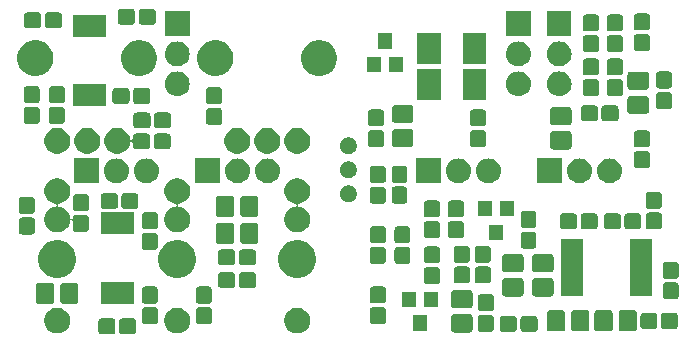
<source format=gbr>
G04 #@! TF.GenerationSoftware,KiCad,Pcbnew,(5.0.1)-4*
G04 #@! TF.CreationDate,2019-02-17T20:46:42+01:00*
G04 #@! TF.ProjectId,1U Rim,31552052696D2E6B696361645F706362,rev?*
G04 #@! TF.SameCoordinates,Original*
G04 #@! TF.FileFunction,Soldermask,Top*
G04 #@! TF.FilePolarity,Negative*
%FSLAX46Y46*%
G04 Gerber Fmt 4.6, Leading zero omitted, Abs format (unit mm)*
G04 Created by KiCad (PCBNEW (5.0.1)-4) date 2/17/2019 8:46:42 PM*
%MOMM*%
%LPD*%
G01*
G04 APERTURE LIST*
%ADD10C,0.100000*%
G04 APERTURE END LIST*
D10*
G36*
X30364930Y-48606877D02*
X30416410Y-48622493D01*
X30463842Y-48647846D01*
X30505427Y-48681973D01*
X30539554Y-48723558D01*
X30564907Y-48770990D01*
X30580523Y-48822470D01*
X30586400Y-48882140D01*
X30586400Y-49669860D01*
X30580523Y-49729530D01*
X30564907Y-49781010D01*
X30539554Y-49828442D01*
X30505427Y-49870027D01*
X30463842Y-49904154D01*
X30416410Y-49929507D01*
X30364930Y-49945123D01*
X30305260Y-49951000D01*
X29417540Y-49951000D01*
X29357870Y-49945123D01*
X29306390Y-49929507D01*
X29258958Y-49904154D01*
X29217373Y-49870027D01*
X29183246Y-49828442D01*
X29157893Y-49781010D01*
X29142277Y-49729530D01*
X29136400Y-49669860D01*
X29136400Y-48882140D01*
X29142277Y-48822470D01*
X29157893Y-48770990D01*
X29183246Y-48723558D01*
X29217373Y-48681973D01*
X29258958Y-48647846D01*
X29306390Y-48622493D01*
X29357870Y-48606877D01*
X29417540Y-48601000D01*
X30305260Y-48601000D01*
X30364930Y-48606877D01*
X30364930Y-48606877D01*
G37*
G36*
X28614930Y-48606877D02*
X28666410Y-48622493D01*
X28713842Y-48647846D01*
X28755427Y-48681973D01*
X28789554Y-48723558D01*
X28814907Y-48770990D01*
X28830523Y-48822470D01*
X28836400Y-48882140D01*
X28836400Y-49669860D01*
X28830523Y-49729530D01*
X28814907Y-49781010D01*
X28789554Y-49828442D01*
X28755427Y-49870027D01*
X28713842Y-49904154D01*
X28666410Y-49929507D01*
X28614930Y-49945123D01*
X28555260Y-49951000D01*
X27667540Y-49951000D01*
X27607870Y-49945123D01*
X27556390Y-49929507D01*
X27508958Y-49904154D01*
X27467373Y-49870027D01*
X27433246Y-49828442D01*
X27407893Y-49781010D01*
X27392277Y-49729530D01*
X27386400Y-49669860D01*
X27386400Y-48882140D01*
X27392277Y-48822470D01*
X27407893Y-48770990D01*
X27433246Y-48723558D01*
X27467373Y-48681973D01*
X27508958Y-48647846D01*
X27556390Y-48622493D01*
X27607870Y-48606877D01*
X27667540Y-48601000D01*
X28555260Y-48601000D01*
X28614930Y-48606877D01*
X28614930Y-48606877D01*
G37*
G36*
X34379983Y-47743172D02*
X34578750Y-47825504D01*
X34757639Y-47945034D01*
X34909766Y-48097161D01*
X35029296Y-48276050D01*
X35111628Y-48474817D01*
X35153600Y-48685826D01*
X35153600Y-48900974D01*
X35111628Y-49111983D01*
X35029296Y-49310750D01*
X34909766Y-49489639D01*
X34757639Y-49641766D01*
X34578750Y-49761296D01*
X34379983Y-49843628D01*
X34168974Y-49885600D01*
X33953826Y-49885600D01*
X33742817Y-49843628D01*
X33544050Y-49761296D01*
X33365161Y-49641766D01*
X33213034Y-49489639D01*
X33093504Y-49310750D01*
X33011172Y-49111983D01*
X32969200Y-48900974D01*
X32969200Y-48685826D01*
X33011172Y-48474817D01*
X33093504Y-48276050D01*
X33213034Y-48097161D01*
X33365161Y-47945034D01*
X33544050Y-47825504D01*
X33742817Y-47743172D01*
X33953826Y-47701200D01*
X34168974Y-47701200D01*
X34379983Y-47743172D01*
X34379983Y-47743172D01*
G37*
G36*
X44539983Y-47743172D02*
X44738750Y-47825504D01*
X44917639Y-47945034D01*
X45069766Y-48097161D01*
X45189296Y-48276050D01*
X45271628Y-48474817D01*
X45313600Y-48685826D01*
X45313600Y-48900974D01*
X45271628Y-49111983D01*
X45189296Y-49310750D01*
X45069766Y-49489639D01*
X44917639Y-49641766D01*
X44738750Y-49761296D01*
X44539983Y-49843628D01*
X44328974Y-49885600D01*
X44113826Y-49885600D01*
X43902817Y-49843628D01*
X43704050Y-49761296D01*
X43525161Y-49641766D01*
X43373034Y-49489639D01*
X43253504Y-49310750D01*
X43171172Y-49111983D01*
X43129200Y-48900974D01*
X43129200Y-48685826D01*
X43171172Y-48474817D01*
X43253504Y-48276050D01*
X43373034Y-48097161D01*
X43525161Y-47945034D01*
X43704050Y-47825504D01*
X43902817Y-47743172D01*
X44113826Y-47701200D01*
X44328974Y-47701200D01*
X44539983Y-47743172D01*
X44539983Y-47743172D01*
G37*
G36*
X24219983Y-47743172D02*
X24418750Y-47825504D01*
X24597639Y-47945034D01*
X24749766Y-48097161D01*
X24869296Y-48276050D01*
X24951628Y-48474817D01*
X24993600Y-48685826D01*
X24993600Y-48900974D01*
X24951628Y-49111983D01*
X24869296Y-49310750D01*
X24749766Y-49489639D01*
X24597639Y-49641766D01*
X24418750Y-49761296D01*
X24219983Y-49843628D01*
X24008974Y-49885600D01*
X23793826Y-49885600D01*
X23582817Y-49843628D01*
X23384050Y-49761296D01*
X23205161Y-49641766D01*
X23053034Y-49489639D01*
X22933504Y-49310750D01*
X22851172Y-49111983D01*
X22809200Y-48900974D01*
X22809200Y-48685826D01*
X22851172Y-48474817D01*
X22933504Y-48276050D01*
X23053034Y-48097161D01*
X23205161Y-47945034D01*
X23384050Y-47825504D01*
X23582817Y-47743172D01*
X23793826Y-47701200D01*
X24008974Y-47701200D01*
X24219983Y-47743172D01*
X24219983Y-47743172D01*
G37*
G36*
X58851530Y-48261710D02*
X58901379Y-48276831D01*
X58947311Y-48301382D01*
X58987574Y-48334426D01*
X59020618Y-48374689D01*
X59045169Y-48420621D01*
X59060290Y-48470470D01*
X59066000Y-48528444D01*
X59066000Y-49533556D01*
X59060290Y-49591530D01*
X59045169Y-49641379D01*
X59020618Y-49687311D01*
X58987574Y-49727574D01*
X58947311Y-49760618D01*
X58901379Y-49785169D01*
X58851530Y-49800290D01*
X58793556Y-49806000D01*
X57538444Y-49806000D01*
X57480470Y-49800290D01*
X57430621Y-49785169D01*
X57384689Y-49760618D01*
X57344426Y-49727574D01*
X57311382Y-49687311D01*
X57286831Y-49641379D01*
X57271710Y-49591530D01*
X57266000Y-49533556D01*
X57266000Y-48528444D01*
X57271710Y-48470470D01*
X57286831Y-48420621D01*
X57311382Y-48374689D01*
X57344426Y-48334426D01*
X57384689Y-48301382D01*
X57430621Y-48276831D01*
X57480470Y-48261710D01*
X57538444Y-48256000D01*
X58793556Y-48256000D01*
X58851530Y-48261710D01*
X58851530Y-48261710D01*
G37*
G36*
X62606530Y-48403677D02*
X62658010Y-48419293D01*
X62705442Y-48444646D01*
X62747027Y-48478773D01*
X62781154Y-48520358D01*
X62806507Y-48567790D01*
X62822123Y-48619270D01*
X62828000Y-48678940D01*
X62828000Y-49466660D01*
X62822123Y-49526330D01*
X62806507Y-49577810D01*
X62781154Y-49625242D01*
X62747027Y-49666827D01*
X62705442Y-49700954D01*
X62658010Y-49726307D01*
X62606530Y-49741923D01*
X62546860Y-49747800D01*
X61659140Y-49747800D01*
X61599470Y-49741923D01*
X61547990Y-49726307D01*
X61500558Y-49700954D01*
X61458973Y-49666827D01*
X61424846Y-49625242D01*
X61399493Y-49577810D01*
X61383877Y-49526330D01*
X61378000Y-49466660D01*
X61378000Y-48678940D01*
X61383877Y-48619270D01*
X61399493Y-48567790D01*
X61424846Y-48520358D01*
X61458973Y-48478773D01*
X61500558Y-48444646D01*
X61547990Y-48419293D01*
X61599470Y-48403677D01*
X61659140Y-48397800D01*
X62546860Y-48397800D01*
X62606530Y-48403677D01*
X62606530Y-48403677D01*
G37*
G36*
X64356530Y-48403677D02*
X64408010Y-48419293D01*
X64455442Y-48444646D01*
X64497027Y-48478773D01*
X64531154Y-48520358D01*
X64556507Y-48567790D01*
X64572123Y-48619270D01*
X64578000Y-48678940D01*
X64578000Y-49466660D01*
X64572123Y-49526330D01*
X64556507Y-49577810D01*
X64531154Y-49625242D01*
X64497027Y-49666827D01*
X64455442Y-49700954D01*
X64408010Y-49726307D01*
X64356530Y-49741923D01*
X64296860Y-49747800D01*
X63409140Y-49747800D01*
X63349470Y-49741923D01*
X63297990Y-49726307D01*
X63250558Y-49700954D01*
X63208973Y-49666827D01*
X63174846Y-49625242D01*
X63149493Y-49577810D01*
X63133877Y-49526330D01*
X63128000Y-49466660D01*
X63128000Y-48678940D01*
X63133877Y-48619270D01*
X63149493Y-48567790D01*
X63174846Y-48520358D01*
X63208973Y-48478773D01*
X63250558Y-48444646D01*
X63297990Y-48419293D01*
X63349470Y-48403677D01*
X63409140Y-48397800D01*
X64296860Y-48397800D01*
X64356530Y-48403677D01*
X64356530Y-48403677D01*
G37*
G36*
X60651530Y-48302877D02*
X60703010Y-48318493D01*
X60750442Y-48343846D01*
X60792027Y-48377973D01*
X60826154Y-48419558D01*
X60851507Y-48466990D01*
X60867123Y-48518470D01*
X60873000Y-48578140D01*
X60873000Y-49465860D01*
X60867123Y-49525530D01*
X60851507Y-49577010D01*
X60826154Y-49624442D01*
X60792027Y-49666027D01*
X60750442Y-49700154D01*
X60703010Y-49725507D01*
X60651530Y-49741123D01*
X60591860Y-49747000D01*
X59804140Y-49747000D01*
X59744470Y-49741123D01*
X59692990Y-49725507D01*
X59645558Y-49700154D01*
X59603973Y-49666027D01*
X59569846Y-49624442D01*
X59544493Y-49577010D01*
X59528877Y-49525530D01*
X59523000Y-49465860D01*
X59523000Y-48578140D01*
X59528877Y-48518470D01*
X59544493Y-48466990D01*
X59569846Y-48419558D01*
X59603973Y-48377973D01*
X59645558Y-48343846D01*
X59692990Y-48318493D01*
X59744470Y-48302877D01*
X59804140Y-48297000D01*
X60591860Y-48297000D01*
X60651530Y-48302877D01*
X60651530Y-48302877D01*
G37*
G36*
X66702130Y-47924510D02*
X66751979Y-47939631D01*
X66797911Y-47964182D01*
X66838174Y-47997226D01*
X66871218Y-48037489D01*
X66895769Y-48083421D01*
X66910890Y-48133270D01*
X66916600Y-48191244D01*
X66916600Y-49446356D01*
X66910890Y-49504330D01*
X66895769Y-49554179D01*
X66871218Y-49600111D01*
X66838174Y-49640374D01*
X66797911Y-49673418D01*
X66751979Y-49697969D01*
X66702130Y-49713090D01*
X66644156Y-49718800D01*
X65639044Y-49718800D01*
X65581070Y-49713090D01*
X65531221Y-49697969D01*
X65485289Y-49673418D01*
X65445026Y-49640374D01*
X65411982Y-49600111D01*
X65387431Y-49554179D01*
X65372310Y-49504330D01*
X65366600Y-49446356D01*
X65366600Y-48191244D01*
X65372310Y-48133270D01*
X65387431Y-48083421D01*
X65411982Y-48037489D01*
X65445026Y-47997226D01*
X65485289Y-47964182D01*
X65531221Y-47939631D01*
X65581070Y-47924510D01*
X65639044Y-47918800D01*
X66644156Y-47918800D01*
X66702130Y-47924510D01*
X66702130Y-47924510D01*
G37*
G36*
X70715330Y-47924510D02*
X70765179Y-47939631D01*
X70811111Y-47964182D01*
X70851374Y-47997226D01*
X70884418Y-48037489D01*
X70908969Y-48083421D01*
X70924090Y-48133270D01*
X70929800Y-48191244D01*
X70929800Y-49446356D01*
X70924090Y-49504330D01*
X70908969Y-49554179D01*
X70884418Y-49600111D01*
X70851374Y-49640374D01*
X70811111Y-49673418D01*
X70765179Y-49697969D01*
X70715330Y-49713090D01*
X70657356Y-49718800D01*
X69652244Y-49718800D01*
X69594270Y-49713090D01*
X69544421Y-49697969D01*
X69498489Y-49673418D01*
X69458226Y-49640374D01*
X69425182Y-49600111D01*
X69400631Y-49554179D01*
X69385510Y-49504330D01*
X69379800Y-49446356D01*
X69379800Y-48191244D01*
X69385510Y-48133270D01*
X69400631Y-48083421D01*
X69425182Y-48037489D01*
X69458226Y-47997226D01*
X69498489Y-47964182D01*
X69544421Y-47939631D01*
X69594270Y-47924510D01*
X69652244Y-47918800D01*
X70657356Y-47918800D01*
X70715330Y-47924510D01*
X70715330Y-47924510D01*
G37*
G36*
X72765330Y-47924510D02*
X72815179Y-47939631D01*
X72861111Y-47964182D01*
X72901374Y-47997226D01*
X72934418Y-48037489D01*
X72958969Y-48083421D01*
X72974090Y-48133270D01*
X72979800Y-48191244D01*
X72979800Y-49446356D01*
X72974090Y-49504330D01*
X72958969Y-49554179D01*
X72934418Y-49600111D01*
X72901374Y-49640374D01*
X72861111Y-49673418D01*
X72815179Y-49697969D01*
X72765330Y-49713090D01*
X72707356Y-49718800D01*
X71702244Y-49718800D01*
X71644270Y-49713090D01*
X71594421Y-49697969D01*
X71548489Y-49673418D01*
X71508226Y-49640374D01*
X71475182Y-49600111D01*
X71450631Y-49554179D01*
X71435510Y-49504330D01*
X71429800Y-49446356D01*
X71429800Y-48191244D01*
X71435510Y-48133270D01*
X71450631Y-48083421D01*
X71475182Y-48037489D01*
X71508226Y-47997226D01*
X71548489Y-47964182D01*
X71594421Y-47939631D01*
X71644270Y-47924510D01*
X71702244Y-47918800D01*
X72707356Y-47918800D01*
X72765330Y-47924510D01*
X72765330Y-47924510D01*
G37*
G36*
X68752130Y-47924510D02*
X68801979Y-47939631D01*
X68847911Y-47964182D01*
X68888174Y-47997226D01*
X68921218Y-48037489D01*
X68945769Y-48083421D01*
X68960890Y-48133270D01*
X68966600Y-48191244D01*
X68966600Y-49446356D01*
X68960890Y-49504330D01*
X68945769Y-49554179D01*
X68921218Y-49600111D01*
X68888174Y-49640374D01*
X68847911Y-49673418D01*
X68801979Y-49697969D01*
X68752130Y-49713090D01*
X68694156Y-49718800D01*
X67689044Y-49718800D01*
X67631070Y-49713090D01*
X67581221Y-49697969D01*
X67535289Y-49673418D01*
X67495026Y-49640374D01*
X67461982Y-49600111D01*
X67437431Y-49554179D01*
X67422310Y-49504330D01*
X67416600Y-49446356D01*
X67416600Y-48191244D01*
X67422310Y-48133270D01*
X67437431Y-48083421D01*
X67461982Y-48037489D01*
X67495026Y-47997226D01*
X67535289Y-47964182D01*
X67581221Y-47939631D01*
X67631070Y-47924510D01*
X67689044Y-47918800D01*
X68694156Y-47918800D01*
X68752130Y-47924510D01*
X68752130Y-47924510D01*
G37*
G36*
X55210000Y-49647100D02*
X54010000Y-49647100D01*
X54010000Y-48347100D01*
X55210000Y-48347100D01*
X55210000Y-49647100D01*
X55210000Y-49647100D01*
G37*
G36*
X76246330Y-48149677D02*
X76297810Y-48165293D01*
X76345242Y-48190646D01*
X76386827Y-48224773D01*
X76420954Y-48266358D01*
X76446307Y-48313790D01*
X76461923Y-48365270D01*
X76467800Y-48424940D01*
X76467800Y-49212660D01*
X76461923Y-49272330D01*
X76446307Y-49323810D01*
X76420954Y-49371242D01*
X76386827Y-49412827D01*
X76345242Y-49446954D01*
X76297810Y-49472307D01*
X76246330Y-49487923D01*
X76186660Y-49493800D01*
X75298940Y-49493800D01*
X75239270Y-49487923D01*
X75187790Y-49472307D01*
X75140358Y-49446954D01*
X75098773Y-49412827D01*
X75064646Y-49371242D01*
X75039293Y-49323810D01*
X75023677Y-49272330D01*
X75017800Y-49212660D01*
X75017800Y-48424940D01*
X75023677Y-48365270D01*
X75039293Y-48313790D01*
X75064646Y-48266358D01*
X75098773Y-48224773D01*
X75140358Y-48190646D01*
X75187790Y-48165293D01*
X75239270Y-48149677D01*
X75298940Y-48143800D01*
X76186660Y-48143800D01*
X76246330Y-48149677D01*
X76246330Y-48149677D01*
G37*
G36*
X74496330Y-48149677D02*
X74547810Y-48165293D01*
X74595242Y-48190646D01*
X74636827Y-48224773D01*
X74670954Y-48266358D01*
X74696307Y-48313790D01*
X74711923Y-48365270D01*
X74717800Y-48424940D01*
X74717800Y-49212660D01*
X74711923Y-49272330D01*
X74696307Y-49323810D01*
X74670954Y-49371242D01*
X74636827Y-49412827D01*
X74595242Y-49446954D01*
X74547810Y-49472307D01*
X74496330Y-49487923D01*
X74436660Y-49493800D01*
X73548940Y-49493800D01*
X73489270Y-49487923D01*
X73437790Y-49472307D01*
X73390358Y-49446954D01*
X73348773Y-49412827D01*
X73314646Y-49371242D01*
X73289293Y-49323810D01*
X73273677Y-49272330D01*
X73267800Y-49212660D01*
X73267800Y-48424940D01*
X73273677Y-48365270D01*
X73289293Y-48313790D01*
X73314646Y-48266358D01*
X73348773Y-48224773D01*
X73390358Y-48190646D01*
X73437790Y-48165293D01*
X73489270Y-48149677D01*
X73548940Y-48143800D01*
X74436660Y-48143800D01*
X74496330Y-48149677D01*
X74496330Y-48149677D01*
G37*
G36*
X32203530Y-47665277D02*
X32255010Y-47680893D01*
X32302442Y-47706246D01*
X32344027Y-47740373D01*
X32378154Y-47781958D01*
X32403507Y-47829390D01*
X32419123Y-47880870D01*
X32425000Y-47940540D01*
X32425000Y-48828260D01*
X32419123Y-48887930D01*
X32403507Y-48939410D01*
X32378154Y-48986842D01*
X32344027Y-49028427D01*
X32302442Y-49062554D01*
X32255010Y-49087907D01*
X32203530Y-49103523D01*
X32143860Y-49109400D01*
X31356140Y-49109400D01*
X31296470Y-49103523D01*
X31244990Y-49087907D01*
X31197558Y-49062554D01*
X31155973Y-49028427D01*
X31121846Y-48986842D01*
X31096493Y-48939410D01*
X31080877Y-48887930D01*
X31075000Y-48828260D01*
X31075000Y-47940540D01*
X31080877Y-47880870D01*
X31096493Y-47829390D01*
X31121846Y-47781958D01*
X31155973Y-47740373D01*
X31197558Y-47706246D01*
X31244990Y-47680893D01*
X31296470Y-47665277D01*
X31356140Y-47659400D01*
X32143860Y-47659400D01*
X32203530Y-47665277D01*
X32203530Y-47665277D01*
G37*
G36*
X36775530Y-47665277D02*
X36827010Y-47680893D01*
X36874442Y-47706246D01*
X36916027Y-47740373D01*
X36950154Y-47781958D01*
X36975507Y-47829390D01*
X36991123Y-47880870D01*
X36997000Y-47940540D01*
X36997000Y-48828260D01*
X36991123Y-48887930D01*
X36975507Y-48939410D01*
X36950154Y-48986842D01*
X36916027Y-49028427D01*
X36874442Y-49062554D01*
X36827010Y-49087907D01*
X36775530Y-49103523D01*
X36715860Y-49109400D01*
X35928140Y-49109400D01*
X35868470Y-49103523D01*
X35816990Y-49087907D01*
X35769558Y-49062554D01*
X35727973Y-49028427D01*
X35693846Y-48986842D01*
X35668493Y-48939410D01*
X35652877Y-48887930D01*
X35647000Y-48828260D01*
X35647000Y-47940540D01*
X35652877Y-47880870D01*
X35668493Y-47829390D01*
X35693846Y-47781958D01*
X35727973Y-47740373D01*
X35769558Y-47706246D01*
X35816990Y-47680893D01*
X35868470Y-47665277D01*
X35928140Y-47659400D01*
X36715860Y-47659400D01*
X36775530Y-47665277D01*
X36775530Y-47665277D01*
G37*
G36*
X51507530Y-47653877D02*
X51559010Y-47669493D01*
X51606442Y-47694846D01*
X51648027Y-47728973D01*
X51682154Y-47770558D01*
X51707507Y-47817990D01*
X51723123Y-47869470D01*
X51729000Y-47929140D01*
X51729000Y-48816860D01*
X51723123Y-48876530D01*
X51707507Y-48928010D01*
X51682154Y-48975442D01*
X51648027Y-49017027D01*
X51606442Y-49051154D01*
X51559010Y-49076507D01*
X51507530Y-49092123D01*
X51447860Y-49098000D01*
X50660140Y-49098000D01*
X50600470Y-49092123D01*
X50548990Y-49076507D01*
X50501558Y-49051154D01*
X50459973Y-49017027D01*
X50425846Y-48975442D01*
X50400493Y-48928010D01*
X50384877Y-48876530D01*
X50379000Y-48816860D01*
X50379000Y-47929140D01*
X50384877Y-47869470D01*
X50400493Y-47817990D01*
X50425846Y-47770558D01*
X50459973Y-47728973D01*
X50501558Y-47694846D01*
X50548990Y-47669493D01*
X50600470Y-47653877D01*
X50660140Y-47648000D01*
X51447860Y-47648000D01*
X51507530Y-47653877D01*
X51507530Y-47653877D01*
G37*
G36*
X60651530Y-46552877D02*
X60703010Y-46568493D01*
X60750442Y-46593846D01*
X60792027Y-46627973D01*
X60826154Y-46669558D01*
X60851507Y-46716990D01*
X60867123Y-46768470D01*
X60873000Y-46828140D01*
X60873000Y-47715860D01*
X60867123Y-47775530D01*
X60851507Y-47827010D01*
X60826154Y-47874442D01*
X60792027Y-47916027D01*
X60750442Y-47950154D01*
X60703010Y-47975507D01*
X60651530Y-47991123D01*
X60591860Y-47997000D01*
X59804140Y-47997000D01*
X59744470Y-47991123D01*
X59692990Y-47975507D01*
X59645558Y-47950154D01*
X59603973Y-47916027D01*
X59569846Y-47874442D01*
X59544493Y-47827010D01*
X59528877Y-47775530D01*
X59523000Y-47715860D01*
X59523000Y-46828140D01*
X59528877Y-46768470D01*
X59544493Y-46716990D01*
X59569846Y-46669558D01*
X59603973Y-46627973D01*
X59645558Y-46593846D01*
X59692990Y-46568493D01*
X59744470Y-46552877D01*
X59804140Y-46547000D01*
X60591860Y-46547000D01*
X60651530Y-46552877D01*
X60651530Y-46552877D01*
G37*
G36*
X58851530Y-46211710D02*
X58901379Y-46226831D01*
X58947311Y-46251382D01*
X58987574Y-46284426D01*
X59020618Y-46324689D01*
X59045169Y-46370621D01*
X59060290Y-46420470D01*
X59066000Y-46478444D01*
X59066000Y-47483556D01*
X59060290Y-47541530D01*
X59045169Y-47591379D01*
X59020618Y-47637311D01*
X58987574Y-47677574D01*
X58947311Y-47710618D01*
X58901379Y-47735169D01*
X58851530Y-47750290D01*
X58793556Y-47756000D01*
X57538444Y-47756000D01*
X57480470Y-47750290D01*
X57430621Y-47735169D01*
X57384689Y-47710618D01*
X57344426Y-47677574D01*
X57311382Y-47637311D01*
X57286831Y-47591379D01*
X57271710Y-47541530D01*
X57266000Y-47483556D01*
X57266000Y-46478444D01*
X57271710Y-46420470D01*
X57286831Y-46370621D01*
X57311382Y-46324689D01*
X57344426Y-46284426D01*
X57384689Y-46251382D01*
X57430621Y-46226831D01*
X57480470Y-46211710D01*
X57538444Y-46206000D01*
X58793556Y-46206000D01*
X58851530Y-46211710D01*
X58851530Y-46211710D01*
G37*
G36*
X56160000Y-47647100D02*
X54960000Y-47647100D01*
X54960000Y-46347100D01*
X56160000Y-46347100D01*
X56160000Y-47647100D01*
X56160000Y-47647100D01*
G37*
G36*
X54260000Y-47647100D02*
X53060000Y-47647100D01*
X53060000Y-46347100D01*
X54260000Y-46347100D01*
X54260000Y-47647100D01*
X54260000Y-47647100D01*
G37*
G36*
X30381400Y-47388800D02*
X27581400Y-47388800D01*
X27581400Y-45538800D01*
X30381400Y-45538800D01*
X30381400Y-47388800D01*
X30381400Y-47388800D01*
G37*
G36*
X25486930Y-45587710D02*
X25536779Y-45602831D01*
X25582711Y-45627382D01*
X25622974Y-45660426D01*
X25656018Y-45700689D01*
X25680569Y-45746621D01*
X25695690Y-45796470D01*
X25701400Y-45854444D01*
X25701400Y-47109556D01*
X25695690Y-47167530D01*
X25680569Y-47217379D01*
X25656018Y-47263311D01*
X25622974Y-47303574D01*
X25582711Y-47336618D01*
X25536779Y-47361169D01*
X25486930Y-47376290D01*
X25428956Y-47382000D01*
X24423844Y-47382000D01*
X24365870Y-47376290D01*
X24316021Y-47361169D01*
X24270089Y-47336618D01*
X24229826Y-47303574D01*
X24196782Y-47263311D01*
X24172231Y-47217379D01*
X24157110Y-47167530D01*
X24151400Y-47109556D01*
X24151400Y-45854444D01*
X24157110Y-45796470D01*
X24172231Y-45746621D01*
X24196782Y-45700689D01*
X24229826Y-45660426D01*
X24270089Y-45627382D01*
X24316021Y-45602831D01*
X24365870Y-45587710D01*
X24423844Y-45582000D01*
X25428956Y-45582000D01*
X25486930Y-45587710D01*
X25486930Y-45587710D01*
G37*
G36*
X23436930Y-45587710D02*
X23486779Y-45602831D01*
X23532711Y-45627382D01*
X23572974Y-45660426D01*
X23606018Y-45700689D01*
X23630569Y-45746621D01*
X23645690Y-45796470D01*
X23651400Y-45854444D01*
X23651400Y-47109556D01*
X23645690Y-47167530D01*
X23630569Y-47217379D01*
X23606018Y-47263311D01*
X23572974Y-47303574D01*
X23532711Y-47336618D01*
X23486779Y-47361169D01*
X23436930Y-47376290D01*
X23378956Y-47382000D01*
X22373844Y-47382000D01*
X22315870Y-47376290D01*
X22266021Y-47361169D01*
X22220089Y-47336618D01*
X22179826Y-47303574D01*
X22146782Y-47263311D01*
X22122231Y-47217379D01*
X22107110Y-47167530D01*
X22101400Y-47109556D01*
X22101400Y-45854444D01*
X22107110Y-45796470D01*
X22122231Y-45746621D01*
X22146782Y-45700689D01*
X22179826Y-45660426D01*
X22220089Y-45627382D01*
X22266021Y-45602831D01*
X22315870Y-45587710D01*
X22373844Y-45582000D01*
X23378956Y-45582000D01*
X23436930Y-45587710D01*
X23436930Y-45587710D01*
G37*
G36*
X32203530Y-45915277D02*
X32255010Y-45930893D01*
X32302442Y-45956246D01*
X32344027Y-45990373D01*
X32378154Y-46031958D01*
X32403507Y-46079390D01*
X32419123Y-46130870D01*
X32425000Y-46190540D01*
X32425000Y-47078260D01*
X32419123Y-47137930D01*
X32403507Y-47189410D01*
X32378154Y-47236842D01*
X32344027Y-47278427D01*
X32302442Y-47312554D01*
X32255010Y-47337907D01*
X32203530Y-47353523D01*
X32143860Y-47359400D01*
X31356140Y-47359400D01*
X31296470Y-47353523D01*
X31244990Y-47337907D01*
X31197558Y-47312554D01*
X31155973Y-47278427D01*
X31121846Y-47236842D01*
X31096493Y-47189410D01*
X31080877Y-47137930D01*
X31075000Y-47078260D01*
X31075000Y-46190540D01*
X31080877Y-46130870D01*
X31096493Y-46079390D01*
X31121846Y-46031958D01*
X31155973Y-45990373D01*
X31197558Y-45956246D01*
X31244990Y-45930893D01*
X31296470Y-45915277D01*
X31356140Y-45909400D01*
X32143860Y-45909400D01*
X32203530Y-45915277D01*
X32203530Y-45915277D01*
G37*
G36*
X36775530Y-45915277D02*
X36827010Y-45930893D01*
X36874442Y-45956246D01*
X36916027Y-45990373D01*
X36950154Y-46031958D01*
X36975507Y-46079390D01*
X36991123Y-46130870D01*
X36997000Y-46190540D01*
X36997000Y-47078260D01*
X36991123Y-47137930D01*
X36975507Y-47189410D01*
X36950154Y-47236842D01*
X36916027Y-47278427D01*
X36874442Y-47312554D01*
X36827010Y-47337907D01*
X36775530Y-47353523D01*
X36715860Y-47359400D01*
X35928140Y-47359400D01*
X35868470Y-47353523D01*
X35816990Y-47337907D01*
X35769558Y-47312554D01*
X35727973Y-47278427D01*
X35693846Y-47236842D01*
X35668493Y-47189410D01*
X35652877Y-47137930D01*
X35647000Y-47078260D01*
X35647000Y-46190540D01*
X35652877Y-46130870D01*
X35668493Y-46079390D01*
X35693846Y-46031958D01*
X35727973Y-45990373D01*
X35769558Y-45956246D01*
X35816990Y-45930893D01*
X35868470Y-45915277D01*
X35928140Y-45909400D01*
X36715860Y-45909400D01*
X36775530Y-45915277D01*
X36775530Y-45915277D01*
G37*
G36*
X51507530Y-45903877D02*
X51559010Y-45919493D01*
X51606442Y-45944846D01*
X51648027Y-45978973D01*
X51682154Y-46020558D01*
X51707507Y-46067990D01*
X51723123Y-46119470D01*
X51729000Y-46179140D01*
X51729000Y-47066860D01*
X51723123Y-47126530D01*
X51707507Y-47178010D01*
X51682154Y-47225442D01*
X51648027Y-47267027D01*
X51606442Y-47301154D01*
X51559010Y-47326507D01*
X51507530Y-47342123D01*
X51447860Y-47348000D01*
X50660140Y-47348000D01*
X50600470Y-47342123D01*
X50548990Y-47326507D01*
X50501558Y-47301154D01*
X50459973Y-47267027D01*
X50425846Y-47225442D01*
X50400493Y-47178010D01*
X50384877Y-47126530D01*
X50379000Y-47066860D01*
X50379000Y-46179140D01*
X50384877Y-46119470D01*
X50400493Y-46067990D01*
X50425846Y-46020558D01*
X50459973Y-45978973D01*
X50501558Y-45944846D01*
X50548990Y-45919493D01*
X50600470Y-45903877D01*
X50660140Y-45898000D01*
X51447860Y-45898000D01*
X51507530Y-45903877D01*
X51507530Y-45903877D01*
G37*
G36*
X76297930Y-45559677D02*
X76349410Y-45575293D01*
X76396842Y-45600646D01*
X76438427Y-45634773D01*
X76472554Y-45676358D01*
X76497907Y-45723790D01*
X76513523Y-45775270D01*
X76519400Y-45834940D01*
X76519400Y-46722660D01*
X76513523Y-46782330D01*
X76497907Y-46833810D01*
X76472554Y-46881242D01*
X76438427Y-46922827D01*
X76396842Y-46956954D01*
X76349410Y-46982307D01*
X76297930Y-46997923D01*
X76238260Y-47003800D01*
X75450540Y-47003800D01*
X75390870Y-46997923D01*
X75339390Y-46982307D01*
X75291958Y-46956954D01*
X75250373Y-46922827D01*
X75216246Y-46881242D01*
X75190893Y-46833810D01*
X75175277Y-46782330D01*
X75169400Y-46722660D01*
X75169400Y-45834940D01*
X75175277Y-45775270D01*
X75190893Y-45723790D01*
X75216246Y-45676358D01*
X75250373Y-45634773D01*
X75291958Y-45600646D01*
X75339390Y-45575293D01*
X75390870Y-45559677D01*
X75450540Y-45553800D01*
X76238260Y-45553800D01*
X76297930Y-45559677D01*
X76297930Y-45559677D01*
G37*
G36*
X63169530Y-45213710D02*
X63219379Y-45228831D01*
X63265311Y-45253382D01*
X63305574Y-45286426D01*
X63338618Y-45326689D01*
X63363169Y-45372621D01*
X63378290Y-45422470D01*
X63384000Y-45480444D01*
X63384000Y-46485556D01*
X63378290Y-46543530D01*
X63363169Y-46593379D01*
X63338618Y-46639311D01*
X63305574Y-46679574D01*
X63265311Y-46712618D01*
X63219379Y-46737169D01*
X63169530Y-46752290D01*
X63111556Y-46758000D01*
X61856444Y-46758000D01*
X61798470Y-46752290D01*
X61748621Y-46737169D01*
X61702689Y-46712618D01*
X61662426Y-46679574D01*
X61629382Y-46639311D01*
X61604831Y-46593379D01*
X61589710Y-46543530D01*
X61584000Y-46485556D01*
X61584000Y-45480444D01*
X61589710Y-45422470D01*
X61604831Y-45372621D01*
X61629382Y-45326689D01*
X61662426Y-45286426D01*
X61702689Y-45253382D01*
X61748621Y-45228831D01*
X61798470Y-45213710D01*
X61856444Y-45208000D01*
X63111556Y-45208000D01*
X63169530Y-45213710D01*
X63169530Y-45213710D01*
G37*
G36*
X65709530Y-45213710D02*
X65759379Y-45228831D01*
X65805311Y-45253382D01*
X65845574Y-45286426D01*
X65878618Y-45326689D01*
X65903169Y-45372621D01*
X65918290Y-45422470D01*
X65924000Y-45480444D01*
X65924000Y-46485556D01*
X65918290Y-46543530D01*
X65903169Y-46593379D01*
X65878618Y-46639311D01*
X65845574Y-46679574D01*
X65805311Y-46712618D01*
X65759379Y-46737169D01*
X65709530Y-46752290D01*
X65651556Y-46758000D01*
X64396444Y-46758000D01*
X64338470Y-46752290D01*
X64288621Y-46737169D01*
X64242689Y-46712618D01*
X64202426Y-46679574D01*
X64169382Y-46639311D01*
X64144831Y-46593379D01*
X64129710Y-46543530D01*
X64124000Y-46485556D01*
X64124000Y-45480444D01*
X64129710Y-45422470D01*
X64144831Y-45372621D01*
X64169382Y-45326689D01*
X64202426Y-45286426D01*
X64242689Y-45253382D01*
X64288621Y-45228831D01*
X64338470Y-45213710D01*
X64396444Y-45208000D01*
X65651556Y-45208000D01*
X65709530Y-45213710D01*
X65709530Y-45213710D01*
G37*
G36*
X68383800Y-46672600D02*
X66533800Y-46672600D01*
X66533800Y-41922600D01*
X68383800Y-41922600D01*
X68383800Y-46672600D01*
X68383800Y-46672600D01*
G37*
G36*
X74283800Y-46672600D02*
X72433800Y-46672600D01*
X72433800Y-41922600D01*
X74283800Y-41922600D01*
X74283800Y-46672600D01*
X74283800Y-46672600D01*
G37*
G36*
X40514930Y-44695277D02*
X40566410Y-44710893D01*
X40613842Y-44736246D01*
X40655427Y-44770373D01*
X40689554Y-44811958D01*
X40714907Y-44859390D01*
X40730523Y-44910870D01*
X40736400Y-44970540D01*
X40736400Y-45758260D01*
X40730523Y-45817930D01*
X40714907Y-45869410D01*
X40689554Y-45916842D01*
X40655427Y-45958427D01*
X40613842Y-45992554D01*
X40566410Y-46017907D01*
X40514930Y-46033523D01*
X40455260Y-46039400D01*
X39567540Y-46039400D01*
X39507870Y-46033523D01*
X39456390Y-46017907D01*
X39408958Y-45992554D01*
X39367373Y-45958427D01*
X39333246Y-45916842D01*
X39307893Y-45869410D01*
X39292277Y-45817930D01*
X39286400Y-45758260D01*
X39286400Y-44970540D01*
X39292277Y-44910870D01*
X39307893Y-44859390D01*
X39333246Y-44811958D01*
X39367373Y-44770373D01*
X39408958Y-44736246D01*
X39456390Y-44710893D01*
X39507870Y-44695277D01*
X39567540Y-44689400D01*
X40455260Y-44689400D01*
X40514930Y-44695277D01*
X40514930Y-44695277D01*
G37*
G36*
X38764930Y-44695277D02*
X38816410Y-44710893D01*
X38863842Y-44736246D01*
X38905427Y-44770373D01*
X38939554Y-44811958D01*
X38964907Y-44859390D01*
X38980523Y-44910870D01*
X38986400Y-44970540D01*
X38986400Y-45758260D01*
X38980523Y-45817930D01*
X38964907Y-45869410D01*
X38939554Y-45916842D01*
X38905427Y-45958427D01*
X38863842Y-45992554D01*
X38816410Y-46017907D01*
X38764930Y-46033523D01*
X38705260Y-46039400D01*
X37817540Y-46039400D01*
X37757870Y-46033523D01*
X37706390Y-46017907D01*
X37658958Y-45992554D01*
X37617373Y-45958427D01*
X37583246Y-45916842D01*
X37557893Y-45869410D01*
X37542277Y-45817930D01*
X37536400Y-45758260D01*
X37536400Y-44970540D01*
X37542277Y-44910870D01*
X37557893Y-44859390D01*
X37583246Y-44811958D01*
X37617373Y-44770373D01*
X37658958Y-44736246D01*
X37706390Y-44710893D01*
X37757870Y-44695277D01*
X37817540Y-44689400D01*
X38705260Y-44689400D01*
X38764930Y-44695277D01*
X38764930Y-44695277D01*
G37*
G36*
X56079530Y-44263877D02*
X56131010Y-44279493D01*
X56178442Y-44304846D01*
X56220027Y-44338973D01*
X56254154Y-44380558D01*
X56279507Y-44427990D01*
X56295123Y-44479470D01*
X56301000Y-44539140D01*
X56301000Y-45426860D01*
X56295123Y-45486530D01*
X56279507Y-45538010D01*
X56254154Y-45585442D01*
X56220027Y-45627027D01*
X56178442Y-45661154D01*
X56131010Y-45686507D01*
X56079530Y-45702123D01*
X56019860Y-45708000D01*
X55232140Y-45708000D01*
X55172470Y-45702123D01*
X55120990Y-45686507D01*
X55073558Y-45661154D01*
X55031973Y-45627027D01*
X54997846Y-45585442D01*
X54972493Y-45538010D01*
X54956877Y-45486530D01*
X54951000Y-45426860D01*
X54951000Y-44539140D01*
X54956877Y-44479470D01*
X54972493Y-44427990D01*
X54997846Y-44380558D01*
X55031973Y-44338973D01*
X55073558Y-44304846D01*
X55120990Y-44279493D01*
X55172470Y-44263877D01*
X55232140Y-44258000D01*
X56019860Y-44258000D01*
X56079530Y-44263877D01*
X56079530Y-44263877D01*
G37*
G36*
X58619530Y-44210877D02*
X58671010Y-44226493D01*
X58718442Y-44251846D01*
X58760027Y-44285973D01*
X58794154Y-44327558D01*
X58819507Y-44374990D01*
X58835123Y-44426470D01*
X58841000Y-44486140D01*
X58841000Y-45373860D01*
X58835123Y-45433530D01*
X58819507Y-45485010D01*
X58794154Y-45532442D01*
X58760027Y-45574027D01*
X58718442Y-45608154D01*
X58671010Y-45633507D01*
X58619530Y-45649123D01*
X58559860Y-45655000D01*
X57772140Y-45655000D01*
X57712470Y-45649123D01*
X57660990Y-45633507D01*
X57613558Y-45608154D01*
X57571973Y-45574027D01*
X57537846Y-45532442D01*
X57512493Y-45485010D01*
X57496877Y-45433530D01*
X57491000Y-45373860D01*
X57491000Y-44486140D01*
X57496877Y-44426470D01*
X57512493Y-44374990D01*
X57537846Y-44327558D01*
X57571973Y-44285973D01*
X57613558Y-44251846D01*
X57660990Y-44226493D01*
X57712470Y-44210877D01*
X57772140Y-44205000D01*
X58559860Y-44205000D01*
X58619530Y-44210877D01*
X58619530Y-44210877D01*
G37*
G36*
X60397530Y-44210877D02*
X60449010Y-44226493D01*
X60496442Y-44251846D01*
X60538027Y-44285973D01*
X60572154Y-44327558D01*
X60597507Y-44374990D01*
X60613123Y-44426470D01*
X60619000Y-44486140D01*
X60619000Y-45373860D01*
X60613123Y-45433530D01*
X60597507Y-45485010D01*
X60572154Y-45532442D01*
X60538027Y-45574027D01*
X60496442Y-45608154D01*
X60449010Y-45633507D01*
X60397530Y-45649123D01*
X60337860Y-45655000D01*
X59550140Y-45655000D01*
X59490470Y-45649123D01*
X59438990Y-45633507D01*
X59391558Y-45608154D01*
X59349973Y-45574027D01*
X59315846Y-45532442D01*
X59290493Y-45485010D01*
X59274877Y-45433530D01*
X59269000Y-45373860D01*
X59269000Y-44486140D01*
X59274877Y-44426470D01*
X59290493Y-44374990D01*
X59315846Y-44327558D01*
X59349973Y-44285973D01*
X59391558Y-44251846D01*
X59438990Y-44226493D01*
X59490470Y-44210877D01*
X59550140Y-44205000D01*
X60337860Y-44205000D01*
X60397530Y-44210877D01*
X60397530Y-44210877D01*
G37*
G36*
X76297930Y-43809677D02*
X76349410Y-43825293D01*
X76396842Y-43850646D01*
X76438427Y-43884773D01*
X76472554Y-43926358D01*
X76497907Y-43973790D01*
X76513523Y-44025270D01*
X76519400Y-44084940D01*
X76519400Y-44972660D01*
X76513523Y-45032330D01*
X76497907Y-45083810D01*
X76472554Y-45131242D01*
X76438427Y-45172827D01*
X76396842Y-45206954D01*
X76349410Y-45232307D01*
X76297930Y-45247923D01*
X76238260Y-45253800D01*
X75450540Y-45253800D01*
X75390870Y-45247923D01*
X75339390Y-45232307D01*
X75291958Y-45206954D01*
X75250373Y-45172827D01*
X75216246Y-45131242D01*
X75190893Y-45083810D01*
X75175277Y-45032330D01*
X75169400Y-44972660D01*
X75169400Y-44084940D01*
X75175277Y-44025270D01*
X75190893Y-43973790D01*
X75216246Y-43926358D01*
X75250373Y-43884773D01*
X75291958Y-43850646D01*
X75339390Y-43825293D01*
X75390870Y-43809677D01*
X75450540Y-43803800D01*
X76238260Y-43803800D01*
X76297930Y-43809677D01*
X76297930Y-43809677D01*
G37*
G36*
X44688103Y-42047886D02*
X44979283Y-42168497D01*
X45241344Y-42343601D01*
X45464199Y-42566456D01*
X45639303Y-42828517D01*
X45759914Y-43119697D01*
X45821400Y-43428812D01*
X45821400Y-43743988D01*
X45759914Y-44053103D01*
X45639303Y-44344283D01*
X45464199Y-44606344D01*
X45241344Y-44829199D01*
X44979283Y-45004303D01*
X44688103Y-45124914D01*
X44378988Y-45186400D01*
X44063812Y-45186400D01*
X43754697Y-45124914D01*
X43463517Y-45004303D01*
X43201456Y-44829199D01*
X42978601Y-44606344D01*
X42803497Y-44344283D01*
X42682886Y-44053103D01*
X42621400Y-43743988D01*
X42621400Y-43428812D01*
X42682886Y-43119697D01*
X42803497Y-42828517D01*
X42978601Y-42566456D01*
X43201456Y-42343601D01*
X43463517Y-42168497D01*
X43754697Y-42047886D01*
X44063812Y-41986400D01*
X44378988Y-41986400D01*
X44688103Y-42047886D01*
X44688103Y-42047886D01*
G37*
G36*
X24368103Y-42047886D02*
X24659283Y-42168497D01*
X24921344Y-42343601D01*
X25144199Y-42566456D01*
X25319303Y-42828517D01*
X25439914Y-43119697D01*
X25501400Y-43428812D01*
X25501400Y-43743988D01*
X25439914Y-44053103D01*
X25319303Y-44344283D01*
X25144199Y-44606344D01*
X24921344Y-44829199D01*
X24659283Y-45004303D01*
X24368103Y-45124914D01*
X24058988Y-45186400D01*
X23743812Y-45186400D01*
X23434697Y-45124914D01*
X23143517Y-45004303D01*
X22881456Y-44829199D01*
X22658601Y-44606344D01*
X22483497Y-44344283D01*
X22362886Y-44053103D01*
X22301400Y-43743988D01*
X22301400Y-43428812D01*
X22362886Y-43119697D01*
X22483497Y-42828517D01*
X22658601Y-42566456D01*
X22881456Y-42343601D01*
X23143517Y-42168497D01*
X23434697Y-42047886D01*
X23743812Y-41986400D01*
X24058988Y-41986400D01*
X24368103Y-42047886D01*
X24368103Y-42047886D01*
G37*
G36*
X34528103Y-42047886D02*
X34819283Y-42168497D01*
X35081344Y-42343601D01*
X35304199Y-42566456D01*
X35479303Y-42828517D01*
X35599914Y-43119697D01*
X35661400Y-43428812D01*
X35661400Y-43743988D01*
X35599914Y-44053103D01*
X35479303Y-44344283D01*
X35304199Y-44606344D01*
X35081344Y-44829199D01*
X34819283Y-45004303D01*
X34528103Y-45124914D01*
X34218988Y-45186400D01*
X33903812Y-45186400D01*
X33594697Y-45124914D01*
X33303517Y-45004303D01*
X33041456Y-44829199D01*
X32818601Y-44606344D01*
X32643497Y-44344283D01*
X32522886Y-44053103D01*
X32461400Y-43743988D01*
X32461400Y-43428812D01*
X32522886Y-43119697D01*
X32643497Y-42828517D01*
X32818601Y-42566456D01*
X33041456Y-42343601D01*
X33303517Y-42168497D01*
X33594697Y-42047886D01*
X33903812Y-41986400D01*
X34218988Y-41986400D01*
X34528103Y-42047886D01*
X34528103Y-42047886D01*
G37*
G36*
X65709530Y-43163710D02*
X65759379Y-43178831D01*
X65805311Y-43203382D01*
X65845574Y-43236426D01*
X65878618Y-43276689D01*
X65903169Y-43322621D01*
X65918290Y-43372470D01*
X65924000Y-43430444D01*
X65924000Y-44435556D01*
X65918290Y-44493530D01*
X65903169Y-44543379D01*
X65878618Y-44589311D01*
X65845574Y-44629574D01*
X65805311Y-44662618D01*
X65759379Y-44687169D01*
X65709530Y-44702290D01*
X65651556Y-44708000D01*
X64396444Y-44708000D01*
X64338470Y-44702290D01*
X64288621Y-44687169D01*
X64242689Y-44662618D01*
X64202426Y-44629574D01*
X64169382Y-44589311D01*
X64144831Y-44543379D01*
X64129710Y-44493530D01*
X64124000Y-44435556D01*
X64124000Y-43430444D01*
X64129710Y-43372470D01*
X64144831Y-43322621D01*
X64169382Y-43276689D01*
X64202426Y-43236426D01*
X64242689Y-43203382D01*
X64288621Y-43178831D01*
X64338470Y-43163710D01*
X64396444Y-43158000D01*
X65651556Y-43158000D01*
X65709530Y-43163710D01*
X65709530Y-43163710D01*
G37*
G36*
X63169530Y-43163710D02*
X63219379Y-43178831D01*
X63265311Y-43203382D01*
X63305574Y-43236426D01*
X63338618Y-43276689D01*
X63363169Y-43322621D01*
X63378290Y-43372470D01*
X63384000Y-43430444D01*
X63384000Y-44435556D01*
X63378290Y-44493530D01*
X63363169Y-44543379D01*
X63338618Y-44589311D01*
X63305574Y-44629574D01*
X63265311Y-44662618D01*
X63219379Y-44687169D01*
X63169530Y-44702290D01*
X63111556Y-44708000D01*
X61856444Y-44708000D01*
X61798470Y-44702290D01*
X61748621Y-44687169D01*
X61702689Y-44662618D01*
X61662426Y-44629574D01*
X61629382Y-44589311D01*
X61604831Y-44543379D01*
X61589710Y-44493530D01*
X61584000Y-44435556D01*
X61584000Y-43430444D01*
X61589710Y-43372470D01*
X61604831Y-43322621D01*
X61629382Y-43276689D01*
X61662426Y-43236426D01*
X61702689Y-43203382D01*
X61748621Y-43178831D01*
X61798470Y-43163710D01*
X61856444Y-43158000D01*
X63111556Y-43158000D01*
X63169530Y-43163710D01*
X63169530Y-43163710D01*
G37*
G36*
X38764930Y-42764877D02*
X38816410Y-42780493D01*
X38863842Y-42805846D01*
X38905427Y-42839973D01*
X38939554Y-42881558D01*
X38964907Y-42928990D01*
X38980523Y-42980470D01*
X38986400Y-43040140D01*
X38986400Y-43827860D01*
X38980523Y-43887530D01*
X38964907Y-43939010D01*
X38939554Y-43986442D01*
X38905427Y-44028027D01*
X38863842Y-44062154D01*
X38816410Y-44087507D01*
X38764930Y-44103123D01*
X38705260Y-44109000D01*
X37817540Y-44109000D01*
X37757870Y-44103123D01*
X37706390Y-44087507D01*
X37658958Y-44062154D01*
X37617373Y-44028027D01*
X37583246Y-43986442D01*
X37557893Y-43939010D01*
X37542277Y-43887530D01*
X37536400Y-43827860D01*
X37536400Y-43040140D01*
X37542277Y-42980470D01*
X37557893Y-42928990D01*
X37583246Y-42881558D01*
X37617373Y-42839973D01*
X37658958Y-42805846D01*
X37706390Y-42780493D01*
X37757870Y-42764877D01*
X37817540Y-42759000D01*
X38705260Y-42759000D01*
X38764930Y-42764877D01*
X38764930Y-42764877D01*
G37*
G36*
X40514930Y-42764877D02*
X40566410Y-42780493D01*
X40613842Y-42805846D01*
X40655427Y-42839973D01*
X40689554Y-42881558D01*
X40714907Y-42928990D01*
X40730523Y-42980470D01*
X40736400Y-43040140D01*
X40736400Y-43827860D01*
X40730523Y-43887530D01*
X40714907Y-43939010D01*
X40689554Y-43986442D01*
X40655427Y-44028027D01*
X40613842Y-44062154D01*
X40566410Y-44087507D01*
X40514930Y-44103123D01*
X40455260Y-44109000D01*
X39567540Y-44109000D01*
X39507870Y-44103123D01*
X39456390Y-44087507D01*
X39408958Y-44062154D01*
X39367373Y-44028027D01*
X39333246Y-43986442D01*
X39307893Y-43939010D01*
X39292277Y-43887530D01*
X39286400Y-43827860D01*
X39286400Y-43040140D01*
X39292277Y-42980470D01*
X39307893Y-42928990D01*
X39333246Y-42881558D01*
X39367373Y-42839973D01*
X39408958Y-42805846D01*
X39456390Y-42780493D01*
X39507870Y-42764877D01*
X39567540Y-42759000D01*
X40455260Y-42759000D01*
X40514930Y-42764877D01*
X40514930Y-42764877D01*
G37*
G36*
X53584530Y-42564209D02*
X53636010Y-42579825D01*
X53683442Y-42605178D01*
X53725027Y-42639305D01*
X53759154Y-42680890D01*
X53784507Y-42728322D01*
X53800123Y-42779802D01*
X53806000Y-42839472D01*
X53806000Y-43727192D01*
X53800123Y-43786862D01*
X53784507Y-43838342D01*
X53759154Y-43885774D01*
X53725027Y-43927359D01*
X53683442Y-43961486D01*
X53636010Y-43986839D01*
X53584530Y-44002455D01*
X53524860Y-44008332D01*
X52737140Y-44008332D01*
X52677470Y-44002455D01*
X52625990Y-43986839D01*
X52578558Y-43961486D01*
X52536973Y-43927359D01*
X52502846Y-43885774D01*
X52477493Y-43838342D01*
X52461877Y-43786862D01*
X52456000Y-43727192D01*
X52456000Y-42839472D01*
X52461877Y-42779802D01*
X52477493Y-42728322D01*
X52502846Y-42680890D01*
X52536973Y-42639305D01*
X52578558Y-42605178D01*
X52625990Y-42579825D01*
X52677470Y-42564209D01*
X52737140Y-42558332D01*
X53524860Y-42558332D01*
X53584530Y-42564209D01*
X53584530Y-42564209D01*
G37*
G36*
X51507530Y-42554209D02*
X51559010Y-42569825D01*
X51606442Y-42595178D01*
X51648027Y-42629305D01*
X51682154Y-42670890D01*
X51707507Y-42718322D01*
X51723123Y-42769802D01*
X51729000Y-42829472D01*
X51729000Y-43717192D01*
X51723123Y-43776862D01*
X51707507Y-43828342D01*
X51682154Y-43875774D01*
X51648027Y-43917359D01*
X51606442Y-43951486D01*
X51559010Y-43976839D01*
X51507530Y-43992455D01*
X51447860Y-43998332D01*
X50660140Y-43998332D01*
X50600470Y-43992455D01*
X50548990Y-43976839D01*
X50501558Y-43951486D01*
X50459973Y-43917359D01*
X50425846Y-43875774D01*
X50400493Y-43828342D01*
X50384877Y-43776862D01*
X50379000Y-43717192D01*
X50379000Y-42829472D01*
X50384877Y-42769802D01*
X50400493Y-42718322D01*
X50425846Y-42670890D01*
X50459973Y-42629305D01*
X50501558Y-42595178D01*
X50548990Y-42569825D01*
X50600470Y-42554209D01*
X50660140Y-42548332D01*
X51447860Y-42548332D01*
X51507530Y-42554209D01*
X51507530Y-42554209D01*
G37*
G36*
X56079530Y-42513877D02*
X56131010Y-42529493D01*
X56178442Y-42554846D01*
X56220027Y-42588973D01*
X56254154Y-42630558D01*
X56279507Y-42677990D01*
X56295123Y-42729470D01*
X56301000Y-42789140D01*
X56301000Y-43676860D01*
X56295123Y-43736530D01*
X56279507Y-43788010D01*
X56254154Y-43835442D01*
X56220027Y-43877027D01*
X56178442Y-43911154D01*
X56131010Y-43936507D01*
X56079530Y-43952123D01*
X56019860Y-43958000D01*
X55232140Y-43958000D01*
X55172470Y-43952123D01*
X55120990Y-43936507D01*
X55073558Y-43911154D01*
X55031973Y-43877027D01*
X54997846Y-43835442D01*
X54972493Y-43788010D01*
X54956877Y-43736530D01*
X54951000Y-43676860D01*
X54951000Y-42789140D01*
X54956877Y-42729470D01*
X54972493Y-42677990D01*
X54997846Y-42630558D01*
X55031973Y-42588973D01*
X55073558Y-42554846D01*
X55120990Y-42529493D01*
X55172470Y-42513877D01*
X55232140Y-42508000D01*
X56019860Y-42508000D01*
X56079530Y-42513877D01*
X56079530Y-42513877D01*
G37*
G36*
X58619530Y-42460877D02*
X58671010Y-42476493D01*
X58718442Y-42501846D01*
X58760027Y-42535973D01*
X58794154Y-42577558D01*
X58819507Y-42624990D01*
X58835123Y-42676470D01*
X58841000Y-42736140D01*
X58841000Y-43623860D01*
X58835123Y-43683530D01*
X58819507Y-43735010D01*
X58794154Y-43782442D01*
X58760027Y-43824027D01*
X58718442Y-43858154D01*
X58671010Y-43883507D01*
X58619530Y-43899123D01*
X58559860Y-43905000D01*
X57772140Y-43905000D01*
X57712470Y-43899123D01*
X57660990Y-43883507D01*
X57613558Y-43858154D01*
X57571973Y-43824027D01*
X57537846Y-43782442D01*
X57512493Y-43735010D01*
X57496877Y-43683530D01*
X57491000Y-43623860D01*
X57491000Y-42736140D01*
X57496877Y-42676470D01*
X57512493Y-42624990D01*
X57537846Y-42577558D01*
X57571973Y-42535973D01*
X57613558Y-42501846D01*
X57660990Y-42476493D01*
X57712470Y-42460877D01*
X57772140Y-42455000D01*
X58559860Y-42455000D01*
X58619530Y-42460877D01*
X58619530Y-42460877D01*
G37*
G36*
X60397530Y-42460877D02*
X60449010Y-42476493D01*
X60496442Y-42501846D01*
X60538027Y-42535973D01*
X60572154Y-42577558D01*
X60597507Y-42624990D01*
X60613123Y-42676470D01*
X60619000Y-42736140D01*
X60619000Y-43623860D01*
X60613123Y-43683530D01*
X60597507Y-43735010D01*
X60572154Y-43782442D01*
X60538027Y-43824027D01*
X60496442Y-43858154D01*
X60449010Y-43883507D01*
X60397530Y-43899123D01*
X60337860Y-43905000D01*
X59550140Y-43905000D01*
X59490470Y-43899123D01*
X59438990Y-43883507D01*
X59391558Y-43858154D01*
X59349973Y-43824027D01*
X59315846Y-43782442D01*
X59290493Y-43735010D01*
X59274877Y-43683530D01*
X59269000Y-43623860D01*
X59269000Y-42736140D01*
X59274877Y-42676470D01*
X59290493Y-42624990D01*
X59315846Y-42577558D01*
X59349973Y-42535973D01*
X59391558Y-42501846D01*
X59438990Y-42476493D01*
X59490470Y-42460877D01*
X59550140Y-42455000D01*
X60337860Y-42455000D01*
X60397530Y-42460877D01*
X60397530Y-42460877D01*
G37*
G36*
X32203530Y-41369877D02*
X32255010Y-41385493D01*
X32302442Y-41410846D01*
X32344027Y-41444973D01*
X32378154Y-41486558D01*
X32403507Y-41533990D01*
X32419123Y-41585470D01*
X32425000Y-41645140D01*
X32425000Y-42532860D01*
X32419123Y-42592530D01*
X32403507Y-42644010D01*
X32378154Y-42691442D01*
X32344027Y-42733027D01*
X32302442Y-42767154D01*
X32255010Y-42792507D01*
X32203530Y-42808123D01*
X32143860Y-42814000D01*
X31356140Y-42814000D01*
X31296470Y-42808123D01*
X31244990Y-42792507D01*
X31197558Y-42767154D01*
X31155973Y-42733027D01*
X31121846Y-42691442D01*
X31096493Y-42644010D01*
X31080877Y-42592530D01*
X31075000Y-42532860D01*
X31075000Y-41645140D01*
X31080877Y-41585470D01*
X31096493Y-41533990D01*
X31121846Y-41486558D01*
X31155973Y-41444973D01*
X31197558Y-41410846D01*
X31244990Y-41385493D01*
X31296470Y-41369877D01*
X31356140Y-41364000D01*
X32143860Y-41364000D01*
X32203530Y-41369877D01*
X32203530Y-41369877D01*
G37*
G36*
X64258330Y-41264477D02*
X64309810Y-41280093D01*
X64357242Y-41305446D01*
X64398827Y-41339573D01*
X64432954Y-41381158D01*
X64458307Y-41428590D01*
X64473923Y-41480070D01*
X64479800Y-41539740D01*
X64479800Y-42427460D01*
X64473923Y-42487130D01*
X64458307Y-42538610D01*
X64432954Y-42586042D01*
X64398827Y-42627627D01*
X64357242Y-42661754D01*
X64309810Y-42687107D01*
X64258330Y-42702723D01*
X64198660Y-42708600D01*
X63410940Y-42708600D01*
X63351270Y-42702723D01*
X63299790Y-42687107D01*
X63252358Y-42661754D01*
X63210773Y-42627627D01*
X63176646Y-42586042D01*
X63151293Y-42538610D01*
X63135677Y-42487130D01*
X63129800Y-42427460D01*
X63129800Y-41539740D01*
X63135677Y-41480070D01*
X63151293Y-41428590D01*
X63176646Y-41381158D01*
X63210773Y-41339573D01*
X63252358Y-41305446D01*
X63299790Y-41280093D01*
X63351270Y-41264477D01*
X63410940Y-41258600D01*
X64198660Y-41258600D01*
X64258330Y-41264477D01*
X64258330Y-41264477D01*
G37*
G36*
X40726930Y-40507710D02*
X40776779Y-40522831D01*
X40822711Y-40547382D01*
X40862974Y-40580426D01*
X40896018Y-40620689D01*
X40920569Y-40666621D01*
X40935690Y-40716470D01*
X40941400Y-40774444D01*
X40941400Y-42029556D01*
X40935690Y-42087530D01*
X40920569Y-42137379D01*
X40896018Y-42183311D01*
X40862974Y-42223574D01*
X40822711Y-42256618D01*
X40776779Y-42281169D01*
X40726930Y-42296290D01*
X40668956Y-42302000D01*
X39663844Y-42302000D01*
X39605870Y-42296290D01*
X39556021Y-42281169D01*
X39510089Y-42256618D01*
X39469826Y-42223574D01*
X39436782Y-42183311D01*
X39412231Y-42137379D01*
X39397110Y-42087530D01*
X39391400Y-42029556D01*
X39391400Y-40774444D01*
X39397110Y-40716470D01*
X39412231Y-40666621D01*
X39436782Y-40620689D01*
X39469826Y-40580426D01*
X39510089Y-40547382D01*
X39556021Y-40522831D01*
X39605870Y-40507710D01*
X39663844Y-40502000D01*
X40668956Y-40502000D01*
X40726930Y-40507710D01*
X40726930Y-40507710D01*
G37*
G36*
X38676930Y-40507710D02*
X38726779Y-40522831D01*
X38772711Y-40547382D01*
X38812974Y-40580426D01*
X38846018Y-40620689D01*
X38870569Y-40666621D01*
X38885690Y-40716470D01*
X38891400Y-40774444D01*
X38891400Y-42029556D01*
X38885690Y-42087530D01*
X38870569Y-42137379D01*
X38846018Y-42183311D01*
X38812974Y-42223574D01*
X38772711Y-42256618D01*
X38726779Y-42281169D01*
X38676930Y-42296290D01*
X38618956Y-42302000D01*
X37613844Y-42302000D01*
X37555870Y-42296290D01*
X37506021Y-42281169D01*
X37460089Y-42256618D01*
X37419826Y-42223574D01*
X37386782Y-42183311D01*
X37362231Y-42137379D01*
X37347110Y-42087530D01*
X37341400Y-42029556D01*
X37341400Y-40774444D01*
X37347110Y-40716470D01*
X37362231Y-40666621D01*
X37386782Y-40620689D01*
X37419826Y-40580426D01*
X37460089Y-40547382D01*
X37506021Y-40522831D01*
X37555870Y-40507710D01*
X37613844Y-40502000D01*
X38618956Y-40502000D01*
X38676930Y-40507710D01*
X38676930Y-40507710D01*
G37*
G36*
X53584530Y-40814209D02*
X53636010Y-40829825D01*
X53683442Y-40855178D01*
X53725027Y-40889305D01*
X53759154Y-40930890D01*
X53784507Y-40978322D01*
X53800123Y-41029802D01*
X53806000Y-41089472D01*
X53806000Y-41977192D01*
X53800123Y-42036862D01*
X53784507Y-42088342D01*
X53759154Y-42135774D01*
X53725027Y-42177359D01*
X53683442Y-42211486D01*
X53636010Y-42236839D01*
X53584530Y-42252455D01*
X53524860Y-42258332D01*
X52737140Y-42258332D01*
X52677470Y-42252455D01*
X52625990Y-42236839D01*
X52578558Y-42211486D01*
X52536973Y-42177359D01*
X52502846Y-42135774D01*
X52477493Y-42088342D01*
X52461877Y-42036862D01*
X52456000Y-41977192D01*
X52456000Y-41089472D01*
X52461877Y-41029802D01*
X52477493Y-40978322D01*
X52502846Y-40930890D01*
X52536973Y-40889305D01*
X52578558Y-40855178D01*
X52625990Y-40829825D01*
X52677470Y-40814209D01*
X52737140Y-40808332D01*
X53524860Y-40808332D01*
X53584530Y-40814209D01*
X53584530Y-40814209D01*
G37*
G36*
X51507530Y-40804209D02*
X51559010Y-40819825D01*
X51606442Y-40845178D01*
X51648027Y-40879305D01*
X51682154Y-40920890D01*
X51707507Y-40968322D01*
X51723123Y-41019802D01*
X51729000Y-41079472D01*
X51729000Y-41967192D01*
X51723123Y-42026862D01*
X51707507Y-42078342D01*
X51682154Y-42125774D01*
X51648027Y-42167359D01*
X51606442Y-42201486D01*
X51559010Y-42226839D01*
X51507530Y-42242455D01*
X51447860Y-42248332D01*
X50660140Y-42248332D01*
X50600470Y-42242455D01*
X50548990Y-42226839D01*
X50501558Y-42201486D01*
X50459973Y-42167359D01*
X50425846Y-42125774D01*
X50400493Y-42078342D01*
X50384877Y-42026862D01*
X50379000Y-41967192D01*
X50379000Y-41079472D01*
X50384877Y-41019802D01*
X50400493Y-40968322D01*
X50425846Y-40920890D01*
X50459973Y-40879305D01*
X50501558Y-40845178D01*
X50548990Y-40819825D01*
X50600470Y-40804209D01*
X50660140Y-40798332D01*
X51447860Y-40798332D01*
X51507530Y-40804209D01*
X51507530Y-40804209D01*
G37*
G36*
X61644000Y-41970000D02*
X60444000Y-41970000D01*
X60444000Y-40670000D01*
X61644000Y-40670000D01*
X61644000Y-41970000D01*
X61644000Y-41970000D01*
G37*
G36*
X56079530Y-40371877D02*
X56131010Y-40387493D01*
X56178442Y-40412846D01*
X56220027Y-40446973D01*
X56254154Y-40488558D01*
X56279507Y-40535990D01*
X56295123Y-40587470D01*
X56301000Y-40647140D01*
X56301000Y-41534860D01*
X56295123Y-41594530D01*
X56279507Y-41646010D01*
X56254154Y-41693442D01*
X56220027Y-41735027D01*
X56178442Y-41769154D01*
X56131010Y-41794507D01*
X56079530Y-41810123D01*
X56019860Y-41816000D01*
X55232140Y-41816000D01*
X55172470Y-41810123D01*
X55120990Y-41794507D01*
X55073558Y-41769154D01*
X55031973Y-41735027D01*
X54997846Y-41693442D01*
X54972493Y-41646010D01*
X54956877Y-41594530D01*
X54951000Y-41534860D01*
X54951000Y-40647140D01*
X54956877Y-40587470D01*
X54972493Y-40535990D01*
X54997846Y-40488558D01*
X55031973Y-40446973D01*
X55073558Y-40412846D01*
X55120990Y-40387493D01*
X55172470Y-40371877D01*
X55232140Y-40366000D01*
X56019860Y-40366000D01*
X56079530Y-40371877D01*
X56079530Y-40371877D01*
G37*
G36*
X58111530Y-40371877D02*
X58163010Y-40387493D01*
X58210442Y-40412846D01*
X58252027Y-40446973D01*
X58286154Y-40488558D01*
X58311507Y-40535990D01*
X58327123Y-40587470D01*
X58333000Y-40647140D01*
X58333000Y-41534860D01*
X58327123Y-41594530D01*
X58311507Y-41646010D01*
X58286154Y-41693442D01*
X58252027Y-41735027D01*
X58210442Y-41769154D01*
X58163010Y-41794507D01*
X58111530Y-41810123D01*
X58051860Y-41816000D01*
X57264140Y-41816000D01*
X57204470Y-41810123D01*
X57152990Y-41794507D01*
X57105558Y-41769154D01*
X57063973Y-41735027D01*
X57029846Y-41693442D01*
X57004493Y-41646010D01*
X56988877Y-41594530D01*
X56983000Y-41534860D01*
X56983000Y-40647140D01*
X56988877Y-40587470D01*
X57004493Y-40535990D01*
X57029846Y-40488558D01*
X57063973Y-40446973D01*
X57105558Y-40412846D01*
X57152990Y-40387493D01*
X57204470Y-40371877D01*
X57264140Y-40366000D01*
X58051860Y-40366000D01*
X58111530Y-40371877D01*
X58111530Y-40371877D01*
G37*
G36*
X21789530Y-40067077D02*
X21841010Y-40082693D01*
X21888442Y-40108046D01*
X21930027Y-40142173D01*
X21964154Y-40183758D01*
X21989507Y-40231190D01*
X22005123Y-40282670D01*
X22011000Y-40342340D01*
X22011000Y-41230060D01*
X22005123Y-41289730D01*
X21989507Y-41341210D01*
X21964154Y-41388642D01*
X21930027Y-41430227D01*
X21888442Y-41464354D01*
X21841010Y-41489707D01*
X21789530Y-41505323D01*
X21729860Y-41511200D01*
X20942140Y-41511200D01*
X20882470Y-41505323D01*
X20830990Y-41489707D01*
X20783558Y-41464354D01*
X20741973Y-41430227D01*
X20707846Y-41388642D01*
X20682493Y-41341210D01*
X20666877Y-41289730D01*
X20661000Y-41230060D01*
X20661000Y-40342340D01*
X20666877Y-40282670D01*
X20682493Y-40231190D01*
X20707846Y-40183758D01*
X20741973Y-40142173D01*
X20783558Y-40108046D01*
X20830990Y-40082693D01*
X20882470Y-40067077D01*
X20942140Y-40061200D01*
X21729860Y-40061200D01*
X21789530Y-40067077D01*
X21789530Y-40067077D01*
G37*
G36*
X30381400Y-41488800D02*
X27581400Y-41488800D01*
X27581400Y-39638800D01*
X30381400Y-39638800D01*
X30381400Y-41488800D01*
X30381400Y-41488800D01*
G37*
G36*
X34379983Y-36770372D02*
X34578750Y-36852704D01*
X34757639Y-36972234D01*
X34909766Y-37124361D01*
X35029296Y-37303250D01*
X35111628Y-37502017D01*
X35153600Y-37713026D01*
X35153600Y-37928174D01*
X35111628Y-38139183D01*
X35029296Y-38337950D01*
X34909766Y-38516839D01*
X34757639Y-38668966D01*
X34578750Y-38788496D01*
X34379983Y-38870828D01*
X34210691Y-38904502D01*
X34187242Y-38911615D01*
X34165631Y-38923166D01*
X34146689Y-38938712D01*
X34131143Y-38957654D01*
X34119592Y-38979264D01*
X34112479Y-39002714D01*
X34110077Y-39027100D01*
X34112479Y-39051486D01*
X34119592Y-39074935D01*
X34131143Y-39096546D01*
X34146689Y-39115488D01*
X34165631Y-39131034D01*
X34187241Y-39142585D01*
X34210691Y-39149698D01*
X34379983Y-39183372D01*
X34578750Y-39265704D01*
X34757639Y-39385234D01*
X34909766Y-39537361D01*
X35029296Y-39716250D01*
X35111628Y-39915017D01*
X35153600Y-40126026D01*
X35153600Y-40341174D01*
X35111628Y-40552183D01*
X35029296Y-40750950D01*
X34909766Y-40929839D01*
X34757639Y-41081966D01*
X34578750Y-41201496D01*
X34379983Y-41283828D01*
X34168974Y-41325800D01*
X33953826Y-41325800D01*
X33742817Y-41283828D01*
X33544050Y-41201496D01*
X33365161Y-41081966D01*
X33213034Y-40929839D01*
X33093504Y-40750950D01*
X33011172Y-40552183D01*
X32969200Y-40341174D01*
X32969200Y-40126026D01*
X33011172Y-39915017D01*
X33093504Y-39716250D01*
X33213034Y-39537361D01*
X33365161Y-39385234D01*
X33544050Y-39265704D01*
X33742817Y-39183372D01*
X33912109Y-39149698D01*
X33935558Y-39142585D01*
X33957169Y-39131034D01*
X33976111Y-39115488D01*
X33991657Y-39096546D01*
X34003208Y-39074936D01*
X34010321Y-39051486D01*
X34012723Y-39027100D01*
X34010321Y-39002714D01*
X34003208Y-38979265D01*
X33991657Y-38957654D01*
X33976111Y-38938712D01*
X33957169Y-38923166D01*
X33935559Y-38911615D01*
X33912109Y-38904502D01*
X33742817Y-38870828D01*
X33544050Y-38788496D01*
X33365161Y-38668966D01*
X33213034Y-38516839D01*
X33093504Y-38337950D01*
X33011172Y-38139183D01*
X32969200Y-37928174D01*
X32969200Y-37713026D01*
X33011172Y-37502017D01*
X33093504Y-37303250D01*
X33213034Y-37124361D01*
X33365161Y-36972234D01*
X33544050Y-36852704D01*
X33742817Y-36770372D01*
X33953826Y-36728400D01*
X34168974Y-36728400D01*
X34379983Y-36770372D01*
X34379983Y-36770372D01*
G37*
G36*
X44539983Y-36770372D02*
X44738750Y-36852704D01*
X44917639Y-36972234D01*
X45069766Y-37124361D01*
X45189296Y-37303250D01*
X45271628Y-37502017D01*
X45313600Y-37713026D01*
X45313600Y-37928174D01*
X45271628Y-38139183D01*
X45189296Y-38337950D01*
X45069766Y-38516839D01*
X44917639Y-38668966D01*
X44738750Y-38788496D01*
X44539983Y-38870828D01*
X44370691Y-38904502D01*
X44347242Y-38911615D01*
X44325631Y-38923166D01*
X44306689Y-38938712D01*
X44291143Y-38957654D01*
X44279592Y-38979264D01*
X44272479Y-39002714D01*
X44270077Y-39027100D01*
X44272479Y-39051486D01*
X44279592Y-39074935D01*
X44291143Y-39096546D01*
X44306689Y-39115488D01*
X44325631Y-39131034D01*
X44347241Y-39142585D01*
X44370691Y-39149698D01*
X44539983Y-39183372D01*
X44738750Y-39265704D01*
X44917639Y-39385234D01*
X45069766Y-39537361D01*
X45189296Y-39716250D01*
X45271628Y-39915017D01*
X45313600Y-40126026D01*
X45313600Y-40341174D01*
X45271628Y-40552183D01*
X45189296Y-40750950D01*
X45069766Y-40929839D01*
X44917639Y-41081966D01*
X44738750Y-41201496D01*
X44539983Y-41283828D01*
X44328974Y-41325800D01*
X44113826Y-41325800D01*
X43902817Y-41283828D01*
X43704050Y-41201496D01*
X43525161Y-41081966D01*
X43373034Y-40929839D01*
X43253504Y-40750950D01*
X43171172Y-40552183D01*
X43129200Y-40341174D01*
X43129200Y-40126026D01*
X43171172Y-39915017D01*
X43253504Y-39716250D01*
X43373034Y-39537361D01*
X43525161Y-39385234D01*
X43704050Y-39265704D01*
X43902817Y-39183372D01*
X44072109Y-39149698D01*
X44095558Y-39142585D01*
X44117169Y-39131034D01*
X44136111Y-39115488D01*
X44151657Y-39096546D01*
X44163208Y-39074936D01*
X44170321Y-39051486D01*
X44172723Y-39027100D01*
X44170321Y-39002714D01*
X44163208Y-38979265D01*
X44151657Y-38957654D01*
X44136111Y-38938712D01*
X44117169Y-38923166D01*
X44095559Y-38911615D01*
X44072109Y-38904502D01*
X43902817Y-38870828D01*
X43704050Y-38788496D01*
X43525161Y-38668966D01*
X43373034Y-38516839D01*
X43253504Y-38337950D01*
X43171172Y-38139183D01*
X43129200Y-37928174D01*
X43129200Y-37713026D01*
X43171172Y-37502017D01*
X43253504Y-37303250D01*
X43373034Y-37124361D01*
X43525161Y-36972234D01*
X43704050Y-36852704D01*
X43902817Y-36770372D01*
X44113826Y-36728400D01*
X44328974Y-36728400D01*
X44539983Y-36770372D01*
X44539983Y-36770372D01*
G37*
G36*
X24219983Y-36770372D02*
X24418750Y-36852704D01*
X24597639Y-36972234D01*
X24749766Y-37124361D01*
X24869296Y-37303250D01*
X24951628Y-37502017D01*
X24993600Y-37713026D01*
X24993600Y-37928174D01*
X24951628Y-38139183D01*
X24869296Y-38337950D01*
X24749766Y-38516839D01*
X24597639Y-38668966D01*
X24418750Y-38788496D01*
X24219983Y-38870828D01*
X24050691Y-38904502D01*
X24027242Y-38911615D01*
X24005631Y-38923166D01*
X23986689Y-38938712D01*
X23971143Y-38957654D01*
X23959592Y-38979264D01*
X23952479Y-39002714D01*
X23950077Y-39027100D01*
X23952479Y-39051486D01*
X23959592Y-39074935D01*
X23971143Y-39096546D01*
X23986689Y-39115488D01*
X24005631Y-39131034D01*
X24027241Y-39142585D01*
X24050691Y-39149698D01*
X24219983Y-39183372D01*
X24418750Y-39265704D01*
X24597639Y-39385234D01*
X24749766Y-39537361D01*
X24869296Y-39716250D01*
X24951628Y-39915017D01*
X24988997Y-40102886D01*
X24996110Y-40126335D01*
X25007661Y-40147946D01*
X25023207Y-40166888D01*
X25042149Y-40182434D01*
X25063759Y-40193985D01*
X25087209Y-40201098D01*
X25111595Y-40203500D01*
X25135981Y-40201098D01*
X25159430Y-40193985D01*
X25181041Y-40182434D01*
X25199983Y-40166888D01*
X25215529Y-40147946D01*
X25227080Y-40126336D01*
X25234193Y-40102886D01*
X25235993Y-40090752D01*
X25238877Y-40061470D01*
X25254493Y-40009990D01*
X25279846Y-39962558D01*
X25313973Y-39920973D01*
X25355558Y-39886846D01*
X25402990Y-39861493D01*
X25454470Y-39845877D01*
X25514140Y-39840000D01*
X26301860Y-39840000D01*
X26361530Y-39845877D01*
X26413010Y-39861493D01*
X26460442Y-39886846D01*
X26502027Y-39920973D01*
X26536154Y-39962558D01*
X26561507Y-40009990D01*
X26577123Y-40061470D01*
X26583000Y-40121140D01*
X26583000Y-41008860D01*
X26577123Y-41068530D01*
X26561507Y-41120010D01*
X26536154Y-41167442D01*
X26502027Y-41209027D01*
X26460442Y-41243154D01*
X26413010Y-41268507D01*
X26361530Y-41284123D01*
X26301860Y-41290000D01*
X25514140Y-41290000D01*
X25454470Y-41284123D01*
X25402990Y-41268507D01*
X25355558Y-41243154D01*
X25313973Y-41209027D01*
X25279846Y-41167442D01*
X25254493Y-41120010D01*
X25238877Y-41068530D01*
X25233000Y-41008860D01*
X25233000Y-40406774D01*
X25230598Y-40382388D01*
X25223485Y-40358939D01*
X25211934Y-40337328D01*
X25196388Y-40318386D01*
X25177446Y-40302840D01*
X25155835Y-40291289D01*
X25132386Y-40284176D01*
X25108000Y-40281774D01*
X25083614Y-40284176D01*
X25060165Y-40291289D01*
X25038554Y-40302840D01*
X25019612Y-40318386D01*
X25004066Y-40337328D01*
X24992515Y-40358939D01*
X24985402Y-40382388D01*
X24951628Y-40552183D01*
X24869296Y-40750950D01*
X24749766Y-40929839D01*
X24597639Y-41081966D01*
X24418750Y-41201496D01*
X24219983Y-41283828D01*
X24008974Y-41325800D01*
X23793826Y-41325800D01*
X23582817Y-41283828D01*
X23384050Y-41201496D01*
X23205161Y-41081966D01*
X23053034Y-40929839D01*
X22933504Y-40750950D01*
X22851172Y-40552183D01*
X22809200Y-40341174D01*
X22809200Y-40126026D01*
X22851172Y-39915017D01*
X22933504Y-39716250D01*
X23053034Y-39537361D01*
X23205161Y-39385234D01*
X23384050Y-39265704D01*
X23582817Y-39183372D01*
X23752109Y-39149698D01*
X23775558Y-39142585D01*
X23797169Y-39131034D01*
X23816111Y-39115488D01*
X23831657Y-39096546D01*
X23843208Y-39074936D01*
X23850321Y-39051486D01*
X23852723Y-39027100D01*
X23850321Y-39002714D01*
X23843208Y-38979265D01*
X23831657Y-38957654D01*
X23816111Y-38938712D01*
X23797169Y-38923166D01*
X23775559Y-38911615D01*
X23752109Y-38904502D01*
X23582817Y-38870828D01*
X23384050Y-38788496D01*
X23205161Y-38668966D01*
X23053034Y-38516839D01*
X22933504Y-38337950D01*
X22851172Y-38139183D01*
X22809200Y-37928174D01*
X22809200Y-37713026D01*
X22851172Y-37502017D01*
X22933504Y-37303250D01*
X23053034Y-37124361D01*
X23205161Y-36972234D01*
X23384050Y-36852704D01*
X23582817Y-36770372D01*
X23793826Y-36728400D01*
X24008974Y-36728400D01*
X24219983Y-36770372D01*
X24219983Y-36770372D01*
G37*
G36*
X74875530Y-39638877D02*
X74927010Y-39654493D01*
X74974442Y-39679846D01*
X75016027Y-39713973D01*
X75050154Y-39755558D01*
X75075507Y-39802990D01*
X75091123Y-39854470D01*
X75097000Y-39914140D01*
X75097000Y-40801860D01*
X75091123Y-40861530D01*
X75075507Y-40913010D01*
X75050154Y-40960442D01*
X75016027Y-41002027D01*
X74974442Y-41036154D01*
X74927010Y-41061507D01*
X74875530Y-41077123D01*
X74815860Y-41083000D01*
X74028140Y-41083000D01*
X73968470Y-41077123D01*
X73916990Y-41061507D01*
X73869558Y-41036154D01*
X73827973Y-41002027D01*
X73793846Y-40960442D01*
X73768493Y-40913010D01*
X73752877Y-40861530D01*
X73747000Y-40801860D01*
X73747000Y-39914140D01*
X73752877Y-39854470D01*
X73768493Y-39802990D01*
X73793846Y-39755558D01*
X73827973Y-39713973D01*
X73869558Y-39679846D01*
X73916990Y-39654493D01*
X73968470Y-39638877D01*
X74028140Y-39633000D01*
X74815860Y-39633000D01*
X74875530Y-39638877D01*
X74875530Y-39638877D01*
G37*
G36*
X32203530Y-39619877D02*
X32255010Y-39635493D01*
X32302442Y-39660846D01*
X32344027Y-39694973D01*
X32378154Y-39736558D01*
X32403507Y-39783990D01*
X32419123Y-39835470D01*
X32425000Y-39895140D01*
X32425000Y-40782860D01*
X32419123Y-40842530D01*
X32403507Y-40894010D01*
X32378154Y-40941442D01*
X32344027Y-40983027D01*
X32302442Y-41017154D01*
X32255010Y-41042507D01*
X32203530Y-41058123D01*
X32143860Y-41064000D01*
X31356140Y-41064000D01*
X31296470Y-41058123D01*
X31244990Y-41042507D01*
X31197558Y-41017154D01*
X31155973Y-40983027D01*
X31121846Y-40941442D01*
X31096493Y-40894010D01*
X31080877Y-40842530D01*
X31075000Y-40782860D01*
X31075000Y-39895140D01*
X31080877Y-39835470D01*
X31096493Y-39783990D01*
X31121846Y-39736558D01*
X31155973Y-39694973D01*
X31197558Y-39660846D01*
X31244990Y-39635493D01*
X31296470Y-39619877D01*
X31356140Y-39614000D01*
X32143860Y-39614000D01*
X32203530Y-39619877D01*
X32203530Y-39619877D01*
G37*
G36*
X73147530Y-39716877D02*
X73199010Y-39732493D01*
X73246442Y-39757846D01*
X73288027Y-39791973D01*
X73322154Y-39833558D01*
X73347507Y-39880990D01*
X73363123Y-39932470D01*
X73369000Y-39992140D01*
X73369000Y-40779860D01*
X73363123Y-40839530D01*
X73347507Y-40891010D01*
X73322154Y-40938442D01*
X73288027Y-40980027D01*
X73246442Y-41014154D01*
X73199010Y-41039507D01*
X73147530Y-41055123D01*
X73087860Y-41061000D01*
X72200140Y-41061000D01*
X72140470Y-41055123D01*
X72088990Y-41039507D01*
X72041558Y-41014154D01*
X71999973Y-40980027D01*
X71965846Y-40938442D01*
X71940493Y-40891010D01*
X71924877Y-40839530D01*
X71919000Y-40779860D01*
X71919000Y-39992140D01*
X71924877Y-39932470D01*
X71940493Y-39880990D01*
X71965846Y-39833558D01*
X71999973Y-39791973D01*
X72041558Y-39757846D01*
X72088990Y-39732493D01*
X72140470Y-39716877D01*
X72200140Y-39711000D01*
X73087860Y-39711000D01*
X73147530Y-39716877D01*
X73147530Y-39716877D01*
G37*
G36*
X67689130Y-39716877D02*
X67740610Y-39732493D01*
X67788042Y-39757846D01*
X67829627Y-39791973D01*
X67863754Y-39833558D01*
X67889107Y-39880990D01*
X67904723Y-39932470D01*
X67910600Y-39992140D01*
X67910600Y-40779860D01*
X67904723Y-40839530D01*
X67889107Y-40891010D01*
X67863754Y-40938442D01*
X67829627Y-40980027D01*
X67788042Y-41014154D01*
X67740610Y-41039507D01*
X67689130Y-41055123D01*
X67629460Y-41061000D01*
X66741740Y-41061000D01*
X66682070Y-41055123D01*
X66630590Y-41039507D01*
X66583158Y-41014154D01*
X66541573Y-40980027D01*
X66507446Y-40938442D01*
X66482093Y-40891010D01*
X66466477Y-40839530D01*
X66460600Y-40779860D01*
X66460600Y-39992140D01*
X66466477Y-39932470D01*
X66482093Y-39880990D01*
X66507446Y-39833558D01*
X66541573Y-39791973D01*
X66583158Y-39757846D01*
X66630590Y-39732493D01*
X66682070Y-39716877D01*
X66741740Y-39711000D01*
X67629460Y-39711000D01*
X67689130Y-39716877D01*
X67689130Y-39716877D01*
G37*
G36*
X69439130Y-39716877D02*
X69490610Y-39732493D01*
X69538042Y-39757846D01*
X69579627Y-39791973D01*
X69613754Y-39833558D01*
X69639107Y-39880990D01*
X69654723Y-39932470D01*
X69660600Y-39992140D01*
X69660600Y-40779860D01*
X69654723Y-40839530D01*
X69639107Y-40891010D01*
X69613754Y-40938442D01*
X69579627Y-40980027D01*
X69538042Y-41014154D01*
X69490610Y-41039507D01*
X69439130Y-41055123D01*
X69379460Y-41061000D01*
X68491740Y-41061000D01*
X68432070Y-41055123D01*
X68380590Y-41039507D01*
X68333158Y-41014154D01*
X68291573Y-40980027D01*
X68257446Y-40938442D01*
X68232093Y-40891010D01*
X68216477Y-40839530D01*
X68210600Y-40779860D01*
X68210600Y-39992140D01*
X68216477Y-39932470D01*
X68232093Y-39880990D01*
X68257446Y-39833558D01*
X68291573Y-39791973D01*
X68333158Y-39757846D01*
X68380590Y-39732493D01*
X68432070Y-39716877D01*
X68491740Y-39711000D01*
X69379460Y-39711000D01*
X69439130Y-39716877D01*
X69439130Y-39716877D01*
G37*
G36*
X71397530Y-39716877D02*
X71449010Y-39732493D01*
X71496442Y-39757846D01*
X71538027Y-39791973D01*
X71572154Y-39833558D01*
X71597507Y-39880990D01*
X71613123Y-39932470D01*
X71619000Y-39992140D01*
X71619000Y-40779860D01*
X71613123Y-40839530D01*
X71597507Y-40891010D01*
X71572154Y-40938442D01*
X71538027Y-40980027D01*
X71496442Y-41014154D01*
X71449010Y-41039507D01*
X71397530Y-41055123D01*
X71337860Y-41061000D01*
X70450140Y-41061000D01*
X70390470Y-41055123D01*
X70338990Y-41039507D01*
X70291558Y-41014154D01*
X70249973Y-40980027D01*
X70215846Y-40938442D01*
X70190493Y-40891010D01*
X70174877Y-40839530D01*
X70169000Y-40779860D01*
X70169000Y-39992140D01*
X70174877Y-39932470D01*
X70190493Y-39880990D01*
X70215846Y-39833558D01*
X70249973Y-39791973D01*
X70291558Y-39757846D01*
X70338990Y-39732493D01*
X70390470Y-39716877D01*
X70450140Y-39711000D01*
X71337860Y-39711000D01*
X71397530Y-39716877D01*
X71397530Y-39716877D01*
G37*
G36*
X64258330Y-39514477D02*
X64309810Y-39530093D01*
X64357242Y-39555446D01*
X64398827Y-39589573D01*
X64432954Y-39631158D01*
X64458307Y-39678590D01*
X64473923Y-39730070D01*
X64479800Y-39789740D01*
X64479800Y-40677460D01*
X64473923Y-40737130D01*
X64458307Y-40788610D01*
X64432954Y-40836042D01*
X64398827Y-40877627D01*
X64357242Y-40911754D01*
X64309810Y-40937107D01*
X64258330Y-40952723D01*
X64198660Y-40958600D01*
X63410940Y-40958600D01*
X63351270Y-40952723D01*
X63299790Y-40937107D01*
X63252358Y-40911754D01*
X63210773Y-40877627D01*
X63176646Y-40836042D01*
X63151293Y-40788610D01*
X63135677Y-40737130D01*
X63129800Y-40677460D01*
X63129800Y-39789740D01*
X63135677Y-39730070D01*
X63151293Y-39678590D01*
X63176646Y-39631158D01*
X63210773Y-39589573D01*
X63252358Y-39555446D01*
X63299790Y-39530093D01*
X63351270Y-39514477D01*
X63410940Y-39508600D01*
X64198660Y-39508600D01*
X64258330Y-39514477D01*
X64258330Y-39514477D01*
G37*
G36*
X58111530Y-38621877D02*
X58163010Y-38637493D01*
X58210442Y-38662846D01*
X58252027Y-38696973D01*
X58286154Y-38738558D01*
X58311507Y-38785990D01*
X58327123Y-38837470D01*
X58333000Y-38897140D01*
X58333000Y-39784860D01*
X58327123Y-39844530D01*
X58311507Y-39896010D01*
X58286154Y-39943442D01*
X58252027Y-39985027D01*
X58210442Y-40019154D01*
X58163010Y-40044507D01*
X58111530Y-40060123D01*
X58051860Y-40066000D01*
X57264140Y-40066000D01*
X57204470Y-40060123D01*
X57152990Y-40044507D01*
X57105558Y-40019154D01*
X57063973Y-39985027D01*
X57029846Y-39943442D01*
X57004493Y-39896010D01*
X56988877Y-39844530D01*
X56983000Y-39784860D01*
X56983000Y-38897140D01*
X56988877Y-38837470D01*
X57004493Y-38785990D01*
X57029846Y-38738558D01*
X57063973Y-38696973D01*
X57105558Y-38662846D01*
X57152990Y-38637493D01*
X57204470Y-38621877D01*
X57264140Y-38616000D01*
X58051860Y-38616000D01*
X58111530Y-38621877D01*
X58111530Y-38621877D01*
G37*
G36*
X56079530Y-38621877D02*
X56131010Y-38637493D01*
X56178442Y-38662846D01*
X56220027Y-38696973D01*
X56254154Y-38738558D01*
X56279507Y-38785990D01*
X56295123Y-38837470D01*
X56301000Y-38897140D01*
X56301000Y-39784860D01*
X56295123Y-39844530D01*
X56279507Y-39896010D01*
X56254154Y-39943442D01*
X56220027Y-39985027D01*
X56178442Y-40019154D01*
X56131010Y-40044507D01*
X56079530Y-40060123D01*
X56019860Y-40066000D01*
X55232140Y-40066000D01*
X55172470Y-40060123D01*
X55120990Y-40044507D01*
X55073558Y-40019154D01*
X55031973Y-39985027D01*
X54997846Y-39943442D01*
X54972493Y-39896010D01*
X54956877Y-39844530D01*
X54951000Y-39784860D01*
X54951000Y-38897140D01*
X54956877Y-38837470D01*
X54972493Y-38785990D01*
X54997846Y-38738558D01*
X55031973Y-38696973D01*
X55073558Y-38662846D01*
X55120990Y-38637493D01*
X55172470Y-38621877D01*
X55232140Y-38616000D01*
X56019860Y-38616000D01*
X56079530Y-38621877D01*
X56079530Y-38621877D01*
G37*
G36*
X38676930Y-38221710D02*
X38726779Y-38236831D01*
X38772711Y-38261382D01*
X38812974Y-38294426D01*
X38846018Y-38334689D01*
X38870569Y-38380621D01*
X38885690Y-38430470D01*
X38891400Y-38488444D01*
X38891400Y-39743556D01*
X38885690Y-39801530D01*
X38870569Y-39851379D01*
X38846018Y-39897311D01*
X38812974Y-39937574D01*
X38772711Y-39970618D01*
X38726779Y-39995169D01*
X38676930Y-40010290D01*
X38618956Y-40016000D01*
X37613844Y-40016000D01*
X37555870Y-40010290D01*
X37506021Y-39995169D01*
X37460089Y-39970618D01*
X37419826Y-39937574D01*
X37386782Y-39897311D01*
X37362231Y-39851379D01*
X37347110Y-39801530D01*
X37341400Y-39743556D01*
X37341400Y-38488444D01*
X37347110Y-38430470D01*
X37362231Y-38380621D01*
X37386782Y-38334689D01*
X37419826Y-38294426D01*
X37460089Y-38261382D01*
X37506021Y-38236831D01*
X37555870Y-38221710D01*
X37613844Y-38216000D01*
X38618956Y-38216000D01*
X38676930Y-38221710D01*
X38676930Y-38221710D01*
G37*
G36*
X40726930Y-38221710D02*
X40776779Y-38236831D01*
X40822711Y-38261382D01*
X40862974Y-38294426D01*
X40896018Y-38334689D01*
X40920569Y-38380621D01*
X40935690Y-38430470D01*
X40941400Y-38488444D01*
X40941400Y-39743556D01*
X40935690Y-39801530D01*
X40920569Y-39851379D01*
X40896018Y-39897311D01*
X40862974Y-39937574D01*
X40822711Y-39970618D01*
X40776779Y-39995169D01*
X40726930Y-40010290D01*
X40668956Y-40016000D01*
X39663844Y-40016000D01*
X39605870Y-40010290D01*
X39556021Y-39995169D01*
X39510089Y-39970618D01*
X39469826Y-39937574D01*
X39436782Y-39897311D01*
X39412231Y-39851379D01*
X39397110Y-39801530D01*
X39391400Y-39743556D01*
X39391400Y-38488444D01*
X39397110Y-38430470D01*
X39412231Y-38380621D01*
X39436782Y-38334689D01*
X39469826Y-38294426D01*
X39510089Y-38261382D01*
X39556021Y-38236831D01*
X39605870Y-38221710D01*
X39663844Y-38216000D01*
X40668956Y-38216000D01*
X40726930Y-38221710D01*
X40726930Y-38221710D01*
G37*
G36*
X62594000Y-39970000D02*
X61394000Y-39970000D01*
X61394000Y-38670000D01*
X62594000Y-38670000D01*
X62594000Y-39970000D01*
X62594000Y-39970000D01*
G37*
G36*
X60694000Y-39970000D02*
X59494000Y-39970000D01*
X59494000Y-38670000D01*
X60694000Y-38670000D01*
X60694000Y-39970000D01*
X60694000Y-39970000D01*
G37*
G36*
X21789530Y-38317077D02*
X21841010Y-38332693D01*
X21888442Y-38358046D01*
X21930027Y-38392173D01*
X21964154Y-38433758D01*
X21989507Y-38481190D01*
X22005123Y-38532670D01*
X22011000Y-38592340D01*
X22011000Y-39480060D01*
X22005123Y-39539730D01*
X21989507Y-39591210D01*
X21964154Y-39638642D01*
X21930027Y-39680227D01*
X21888442Y-39714354D01*
X21841010Y-39739707D01*
X21789530Y-39755323D01*
X21729860Y-39761200D01*
X20942140Y-39761200D01*
X20882470Y-39755323D01*
X20830990Y-39739707D01*
X20783558Y-39714354D01*
X20741973Y-39680227D01*
X20707846Y-39638642D01*
X20682493Y-39591210D01*
X20666877Y-39539730D01*
X20661000Y-39480060D01*
X20661000Y-38592340D01*
X20666877Y-38532670D01*
X20682493Y-38481190D01*
X20707846Y-38433758D01*
X20741973Y-38392173D01*
X20783558Y-38358046D01*
X20830990Y-38332693D01*
X20882470Y-38317077D01*
X20942140Y-38311200D01*
X21729860Y-38311200D01*
X21789530Y-38317077D01*
X21789530Y-38317077D01*
G37*
G36*
X26361530Y-38095877D02*
X26413010Y-38111493D01*
X26460442Y-38136846D01*
X26502027Y-38170973D01*
X26536154Y-38212558D01*
X26561507Y-38259990D01*
X26577123Y-38311470D01*
X26583000Y-38371140D01*
X26583000Y-39258860D01*
X26577123Y-39318530D01*
X26561507Y-39370010D01*
X26536154Y-39417442D01*
X26502027Y-39459027D01*
X26460442Y-39493154D01*
X26413010Y-39518507D01*
X26361530Y-39534123D01*
X26301860Y-39540000D01*
X25514140Y-39540000D01*
X25454470Y-39534123D01*
X25402990Y-39518507D01*
X25355558Y-39493154D01*
X25313973Y-39459027D01*
X25279846Y-39417442D01*
X25254493Y-39370010D01*
X25238877Y-39318530D01*
X25233000Y-39258860D01*
X25233000Y-38371140D01*
X25238877Y-38311470D01*
X25254493Y-38259990D01*
X25279846Y-38212558D01*
X25313973Y-38170973D01*
X25355558Y-38136846D01*
X25402990Y-38111493D01*
X25454470Y-38095877D01*
X25514140Y-38090000D01*
X26301860Y-38090000D01*
X26361530Y-38095877D01*
X26361530Y-38095877D01*
G37*
G36*
X28810630Y-38002377D02*
X28862110Y-38017993D01*
X28909542Y-38043346D01*
X28951127Y-38077473D01*
X28985254Y-38119058D01*
X29010607Y-38166490D01*
X29026223Y-38217970D01*
X29032100Y-38277640D01*
X29032100Y-39065360D01*
X29026223Y-39125030D01*
X29010607Y-39176510D01*
X28985254Y-39223942D01*
X28951127Y-39265527D01*
X28909542Y-39299654D01*
X28862110Y-39325007D01*
X28810630Y-39340623D01*
X28750960Y-39346500D01*
X27863240Y-39346500D01*
X27803570Y-39340623D01*
X27752090Y-39325007D01*
X27704658Y-39299654D01*
X27663073Y-39265527D01*
X27628946Y-39223942D01*
X27603593Y-39176510D01*
X27587977Y-39125030D01*
X27582100Y-39065360D01*
X27582100Y-38277640D01*
X27587977Y-38217970D01*
X27603593Y-38166490D01*
X27628946Y-38119058D01*
X27663073Y-38077473D01*
X27704658Y-38043346D01*
X27752090Y-38017993D01*
X27803570Y-38002377D01*
X27863240Y-37996500D01*
X28750960Y-37996500D01*
X28810630Y-38002377D01*
X28810630Y-38002377D01*
G37*
G36*
X30560630Y-38002377D02*
X30612110Y-38017993D01*
X30659542Y-38043346D01*
X30701127Y-38077473D01*
X30735254Y-38119058D01*
X30760607Y-38166490D01*
X30776223Y-38217970D01*
X30782100Y-38277640D01*
X30782100Y-39065360D01*
X30776223Y-39125030D01*
X30760607Y-39176510D01*
X30735254Y-39223942D01*
X30701127Y-39265527D01*
X30659542Y-39299654D01*
X30612110Y-39325007D01*
X30560630Y-39340623D01*
X30500960Y-39346500D01*
X29613240Y-39346500D01*
X29553570Y-39340623D01*
X29502090Y-39325007D01*
X29454658Y-39299654D01*
X29413073Y-39265527D01*
X29378946Y-39223942D01*
X29353593Y-39176510D01*
X29337977Y-39125030D01*
X29332100Y-39065360D01*
X29332100Y-38277640D01*
X29337977Y-38217970D01*
X29353593Y-38166490D01*
X29378946Y-38119058D01*
X29413073Y-38077473D01*
X29454658Y-38043346D01*
X29502090Y-38017993D01*
X29553570Y-38002377D01*
X29613240Y-37996500D01*
X30500960Y-37996500D01*
X30560630Y-38002377D01*
X30560630Y-38002377D01*
G37*
G36*
X74875530Y-37888877D02*
X74927010Y-37904493D01*
X74974442Y-37929846D01*
X75016027Y-37963973D01*
X75050154Y-38005558D01*
X75075507Y-38052990D01*
X75091123Y-38104470D01*
X75097000Y-38164140D01*
X75097000Y-39051860D01*
X75091123Y-39111530D01*
X75075507Y-39163010D01*
X75050154Y-39210442D01*
X75016027Y-39252027D01*
X74974442Y-39286154D01*
X74927010Y-39311507D01*
X74875530Y-39327123D01*
X74815860Y-39333000D01*
X74028140Y-39333000D01*
X73968470Y-39327123D01*
X73916990Y-39311507D01*
X73869558Y-39286154D01*
X73827973Y-39252027D01*
X73793846Y-39210442D01*
X73768493Y-39163010D01*
X73752877Y-39111530D01*
X73747000Y-39051860D01*
X73747000Y-38164140D01*
X73752877Y-38104470D01*
X73768493Y-38052990D01*
X73793846Y-38005558D01*
X73827973Y-37963973D01*
X73869558Y-37929846D01*
X73916990Y-37904493D01*
X73968470Y-37888877D01*
X74028140Y-37883000D01*
X74815860Y-37883000D01*
X74875530Y-37888877D01*
X74875530Y-37888877D01*
G37*
G36*
X51507530Y-37454543D02*
X51559010Y-37470159D01*
X51606442Y-37495512D01*
X51648027Y-37529639D01*
X51682154Y-37571224D01*
X51707507Y-37618656D01*
X51723123Y-37670136D01*
X51729000Y-37729806D01*
X51729000Y-38617526D01*
X51723123Y-38677196D01*
X51707507Y-38728676D01*
X51682154Y-38776108D01*
X51648027Y-38817693D01*
X51606442Y-38851820D01*
X51559010Y-38877173D01*
X51507530Y-38892789D01*
X51447860Y-38898666D01*
X50660140Y-38898666D01*
X50600470Y-38892789D01*
X50548990Y-38877173D01*
X50501558Y-38851820D01*
X50459973Y-38817693D01*
X50425846Y-38776108D01*
X50400493Y-38728676D01*
X50384877Y-38677196D01*
X50379000Y-38617526D01*
X50379000Y-37729806D01*
X50384877Y-37670136D01*
X50400493Y-37618656D01*
X50425846Y-37571224D01*
X50459973Y-37529639D01*
X50501558Y-37495512D01*
X50548990Y-37470159D01*
X50600470Y-37454543D01*
X50660140Y-37448666D01*
X51447860Y-37448666D01*
X51507530Y-37454543D01*
X51507530Y-37454543D01*
G37*
G36*
X53336330Y-37443077D02*
X53387810Y-37458693D01*
X53435242Y-37484046D01*
X53476827Y-37518173D01*
X53510954Y-37559758D01*
X53536307Y-37607190D01*
X53551923Y-37658670D01*
X53557800Y-37718340D01*
X53557800Y-38606060D01*
X53551923Y-38665730D01*
X53536307Y-38717210D01*
X53510954Y-38764642D01*
X53476827Y-38806227D01*
X53435242Y-38840354D01*
X53387810Y-38865707D01*
X53336330Y-38881323D01*
X53276660Y-38887200D01*
X52488940Y-38887200D01*
X52429270Y-38881323D01*
X52377790Y-38865707D01*
X52330358Y-38840354D01*
X52288773Y-38806227D01*
X52254646Y-38764642D01*
X52229293Y-38717210D01*
X52213677Y-38665730D01*
X52207800Y-38606060D01*
X52207800Y-37718340D01*
X52213677Y-37658670D01*
X52229293Y-37607190D01*
X52254646Y-37559758D01*
X52288773Y-37518173D01*
X52330358Y-37484046D01*
X52377790Y-37458693D01*
X52429270Y-37443077D01*
X52488940Y-37437200D01*
X53276660Y-37437200D01*
X53336330Y-37443077D01*
X53336330Y-37443077D01*
G37*
G36*
X48760983Y-37382450D02*
X48888374Y-37435218D01*
X49003024Y-37511824D01*
X49100526Y-37609326D01*
X49169817Y-37713028D01*
X49177132Y-37723976D01*
X49229900Y-37851367D01*
X49256800Y-37986605D01*
X49256800Y-38124495D01*
X49229900Y-38259733D01*
X49187681Y-38361657D01*
X49177132Y-38387124D01*
X49100526Y-38501774D01*
X49003024Y-38599276D01*
X48939545Y-38641691D01*
X48888374Y-38675882D01*
X48760983Y-38728650D01*
X48625745Y-38755550D01*
X48487855Y-38755550D01*
X48352617Y-38728650D01*
X48225226Y-38675882D01*
X48174055Y-38641691D01*
X48110576Y-38599276D01*
X48013074Y-38501774D01*
X47936468Y-38387124D01*
X47925919Y-38361657D01*
X47883700Y-38259733D01*
X47856800Y-38124495D01*
X47856800Y-37986605D01*
X47883700Y-37851367D01*
X47936468Y-37723976D01*
X47943783Y-37713028D01*
X48013074Y-37609326D01*
X48110576Y-37511824D01*
X48225226Y-37435218D01*
X48352617Y-37382450D01*
X48487855Y-37355550D01*
X48625745Y-37355550D01*
X48760983Y-37382450D01*
X48760983Y-37382450D01*
G37*
G36*
X29033907Y-35076396D02*
X29111036Y-35083993D01*
X29242987Y-35124020D01*
X29308963Y-35144033D01*
X29491372Y-35241533D01*
X29651254Y-35372746D01*
X29782467Y-35532628D01*
X29879967Y-35715037D01*
X29889211Y-35745512D01*
X29940007Y-35912964D01*
X29960280Y-36118800D01*
X29940007Y-36324636D01*
X29899980Y-36456587D01*
X29879967Y-36522563D01*
X29782467Y-36704972D01*
X29651254Y-36864854D01*
X29491372Y-36996067D01*
X29308963Y-37093567D01*
X29249815Y-37111509D01*
X29111036Y-37153607D01*
X29033907Y-37161203D01*
X28956780Y-37168800D01*
X28853620Y-37168800D01*
X28776493Y-37161203D01*
X28699364Y-37153607D01*
X28560585Y-37111509D01*
X28501437Y-37093567D01*
X28319028Y-36996067D01*
X28159146Y-36864854D01*
X28027933Y-36704972D01*
X27930433Y-36522563D01*
X27910420Y-36456587D01*
X27870393Y-36324636D01*
X27850120Y-36118800D01*
X27870393Y-35912964D01*
X27921189Y-35745512D01*
X27930433Y-35715037D01*
X28027933Y-35532628D01*
X28159146Y-35372746D01*
X28319028Y-35241533D01*
X28501437Y-35144033D01*
X28567413Y-35124020D01*
X28699364Y-35083993D01*
X28776493Y-35076396D01*
X28853620Y-35068800D01*
X28956780Y-35068800D01*
X29033907Y-35076396D01*
X29033907Y-35076396D01*
G37*
G36*
X27415200Y-37168800D02*
X25315200Y-37168800D01*
X25315200Y-35068800D01*
X27415200Y-35068800D01*
X27415200Y-37168800D01*
X27415200Y-37168800D01*
G37*
G36*
X66632800Y-37168800D02*
X64532800Y-37168800D01*
X64532800Y-35068800D01*
X66632800Y-35068800D01*
X66632800Y-37168800D01*
X66632800Y-37168800D01*
G37*
G36*
X37676800Y-37168800D02*
X35576800Y-37168800D01*
X35576800Y-35068800D01*
X37676800Y-35068800D01*
X37676800Y-37168800D01*
X37676800Y-37168800D01*
G37*
G36*
X68251507Y-35076396D02*
X68328636Y-35083993D01*
X68460587Y-35124020D01*
X68526563Y-35144033D01*
X68708972Y-35241533D01*
X68868854Y-35372746D01*
X69000067Y-35532628D01*
X69097567Y-35715037D01*
X69106811Y-35745512D01*
X69157607Y-35912964D01*
X69177880Y-36118800D01*
X69157607Y-36324636D01*
X69117580Y-36456587D01*
X69097567Y-36522563D01*
X69000067Y-36704972D01*
X68868854Y-36864854D01*
X68708972Y-36996067D01*
X68526563Y-37093567D01*
X68467415Y-37111509D01*
X68328636Y-37153607D01*
X68251507Y-37161203D01*
X68174380Y-37168800D01*
X68071220Y-37168800D01*
X67994093Y-37161203D01*
X67916964Y-37153607D01*
X67778185Y-37111509D01*
X67719037Y-37093567D01*
X67536628Y-36996067D01*
X67376746Y-36864854D01*
X67245533Y-36704972D01*
X67148033Y-36522563D01*
X67128020Y-36456587D01*
X67087993Y-36324636D01*
X67067720Y-36118800D01*
X67087993Y-35912964D01*
X67138789Y-35745512D01*
X67148033Y-35715037D01*
X67245533Y-35532628D01*
X67376746Y-35372746D01*
X67536628Y-35241533D01*
X67719037Y-35144033D01*
X67785013Y-35124020D01*
X67916964Y-35083993D01*
X67994093Y-35076396D01*
X68071220Y-35068800D01*
X68174380Y-35068800D01*
X68251507Y-35076396D01*
X68251507Y-35076396D01*
G37*
G36*
X39295507Y-35076396D02*
X39372636Y-35083993D01*
X39504587Y-35124020D01*
X39570563Y-35144033D01*
X39752972Y-35241533D01*
X39912854Y-35372746D01*
X40044067Y-35532628D01*
X40141567Y-35715037D01*
X40150811Y-35745512D01*
X40201607Y-35912964D01*
X40221880Y-36118800D01*
X40201607Y-36324636D01*
X40161580Y-36456587D01*
X40141567Y-36522563D01*
X40044067Y-36704972D01*
X39912854Y-36864854D01*
X39752972Y-36996067D01*
X39570563Y-37093567D01*
X39511415Y-37111509D01*
X39372636Y-37153607D01*
X39295507Y-37161203D01*
X39218380Y-37168800D01*
X39115220Y-37168800D01*
X39038093Y-37161203D01*
X38960964Y-37153607D01*
X38822185Y-37111509D01*
X38763037Y-37093567D01*
X38580628Y-36996067D01*
X38420746Y-36864854D01*
X38289533Y-36704972D01*
X38192033Y-36522563D01*
X38172020Y-36456587D01*
X38131993Y-36324636D01*
X38111720Y-36118800D01*
X38131993Y-35912964D01*
X38182789Y-35745512D01*
X38192033Y-35715037D01*
X38289533Y-35532628D01*
X38420746Y-35372746D01*
X38580628Y-35241533D01*
X38763037Y-35144033D01*
X38829013Y-35124020D01*
X38960964Y-35083993D01*
X39038093Y-35076396D01*
X39115220Y-35068800D01*
X39218380Y-35068800D01*
X39295507Y-35076396D01*
X39295507Y-35076396D01*
G37*
G36*
X70791507Y-35076396D02*
X70868636Y-35083993D01*
X71000587Y-35124020D01*
X71066563Y-35144033D01*
X71248972Y-35241533D01*
X71408854Y-35372746D01*
X71540067Y-35532628D01*
X71637567Y-35715037D01*
X71646811Y-35745512D01*
X71697607Y-35912964D01*
X71717880Y-36118800D01*
X71697607Y-36324636D01*
X71657580Y-36456587D01*
X71637567Y-36522563D01*
X71540067Y-36704972D01*
X71408854Y-36864854D01*
X71248972Y-36996067D01*
X71066563Y-37093567D01*
X71007415Y-37111509D01*
X70868636Y-37153607D01*
X70791507Y-37161203D01*
X70714380Y-37168800D01*
X70611220Y-37168800D01*
X70534093Y-37161203D01*
X70456964Y-37153607D01*
X70318185Y-37111509D01*
X70259037Y-37093567D01*
X70076628Y-36996067D01*
X69916746Y-36864854D01*
X69785533Y-36704972D01*
X69688033Y-36522563D01*
X69668020Y-36456587D01*
X69627993Y-36324636D01*
X69607720Y-36118800D01*
X69627993Y-35912964D01*
X69678789Y-35745512D01*
X69688033Y-35715037D01*
X69785533Y-35532628D01*
X69916746Y-35372746D01*
X70076628Y-35241533D01*
X70259037Y-35144033D01*
X70325013Y-35124020D01*
X70456964Y-35083993D01*
X70534093Y-35076396D01*
X70611220Y-35068800D01*
X70714380Y-35068800D01*
X70791507Y-35076396D01*
X70791507Y-35076396D01*
G37*
G36*
X60529907Y-35076396D02*
X60607036Y-35083993D01*
X60738987Y-35124020D01*
X60804963Y-35144033D01*
X60987372Y-35241533D01*
X61147254Y-35372746D01*
X61278467Y-35532628D01*
X61375967Y-35715037D01*
X61385211Y-35745512D01*
X61436007Y-35912964D01*
X61456280Y-36118800D01*
X61436007Y-36324636D01*
X61395980Y-36456587D01*
X61375967Y-36522563D01*
X61278467Y-36704972D01*
X61147254Y-36864854D01*
X60987372Y-36996067D01*
X60804963Y-37093567D01*
X60745815Y-37111509D01*
X60607036Y-37153607D01*
X60529907Y-37161203D01*
X60452780Y-37168800D01*
X60349620Y-37168800D01*
X60272493Y-37161203D01*
X60195364Y-37153607D01*
X60056585Y-37111509D01*
X59997437Y-37093567D01*
X59815028Y-36996067D01*
X59655146Y-36864854D01*
X59523933Y-36704972D01*
X59426433Y-36522563D01*
X59406420Y-36456587D01*
X59366393Y-36324636D01*
X59346120Y-36118800D01*
X59366393Y-35912964D01*
X59417189Y-35745512D01*
X59426433Y-35715037D01*
X59523933Y-35532628D01*
X59655146Y-35372746D01*
X59815028Y-35241533D01*
X59997437Y-35144033D01*
X60063413Y-35124020D01*
X60195364Y-35083993D01*
X60272493Y-35076396D01*
X60349620Y-35068800D01*
X60452780Y-35068800D01*
X60529907Y-35076396D01*
X60529907Y-35076396D01*
G37*
G36*
X57989907Y-35076396D02*
X58067036Y-35083993D01*
X58198987Y-35124020D01*
X58264963Y-35144033D01*
X58447372Y-35241533D01*
X58607254Y-35372746D01*
X58738467Y-35532628D01*
X58835967Y-35715037D01*
X58845211Y-35745512D01*
X58896007Y-35912964D01*
X58916280Y-36118800D01*
X58896007Y-36324636D01*
X58855980Y-36456587D01*
X58835967Y-36522563D01*
X58738467Y-36704972D01*
X58607254Y-36864854D01*
X58447372Y-36996067D01*
X58264963Y-37093567D01*
X58205815Y-37111509D01*
X58067036Y-37153607D01*
X57989907Y-37161203D01*
X57912780Y-37168800D01*
X57809620Y-37168800D01*
X57732493Y-37161203D01*
X57655364Y-37153607D01*
X57516585Y-37111509D01*
X57457437Y-37093567D01*
X57275028Y-36996067D01*
X57115146Y-36864854D01*
X56983933Y-36704972D01*
X56886433Y-36522563D01*
X56866420Y-36456587D01*
X56826393Y-36324636D01*
X56806120Y-36118800D01*
X56826393Y-35912964D01*
X56877189Y-35745512D01*
X56886433Y-35715037D01*
X56983933Y-35532628D01*
X57115146Y-35372746D01*
X57275028Y-35241533D01*
X57457437Y-35144033D01*
X57523413Y-35124020D01*
X57655364Y-35083993D01*
X57732493Y-35076396D01*
X57809620Y-35068800D01*
X57912780Y-35068800D01*
X57989907Y-35076396D01*
X57989907Y-35076396D01*
G37*
G36*
X56371200Y-37168800D02*
X54271200Y-37168800D01*
X54271200Y-35068800D01*
X56371200Y-35068800D01*
X56371200Y-37168800D01*
X56371200Y-37168800D01*
G37*
G36*
X31573907Y-35076396D02*
X31651036Y-35083993D01*
X31782987Y-35124020D01*
X31848963Y-35144033D01*
X32031372Y-35241533D01*
X32191254Y-35372746D01*
X32322467Y-35532628D01*
X32419967Y-35715037D01*
X32429211Y-35745512D01*
X32480007Y-35912964D01*
X32500280Y-36118800D01*
X32480007Y-36324636D01*
X32439980Y-36456587D01*
X32419967Y-36522563D01*
X32322467Y-36704972D01*
X32191254Y-36864854D01*
X32031372Y-36996067D01*
X31848963Y-37093567D01*
X31789815Y-37111509D01*
X31651036Y-37153607D01*
X31573907Y-37161203D01*
X31496780Y-37168800D01*
X31393620Y-37168800D01*
X31316493Y-37161203D01*
X31239364Y-37153607D01*
X31100585Y-37111509D01*
X31041437Y-37093567D01*
X30859028Y-36996067D01*
X30699146Y-36864854D01*
X30567933Y-36704972D01*
X30470433Y-36522563D01*
X30450420Y-36456587D01*
X30410393Y-36324636D01*
X30390120Y-36118800D01*
X30410393Y-35912964D01*
X30461189Y-35745512D01*
X30470433Y-35715037D01*
X30567933Y-35532628D01*
X30699146Y-35372746D01*
X30859028Y-35241533D01*
X31041437Y-35144033D01*
X31107413Y-35124020D01*
X31239364Y-35083993D01*
X31316493Y-35076396D01*
X31393620Y-35068800D01*
X31496780Y-35068800D01*
X31573907Y-35076396D01*
X31573907Y-35076396D01*
G37*
G36*
X41835507Y-35076396D02*
X41912636Y-35083993D01*
X42044587Y-35124020D01*
X42110563Y-35144033D01*
X42292972Y-35241533D01*
X42452854Y-35372746D01*
X42584067Y-35532628D01*
X42681567Y-35715037D01*
X42690811Y-35745512D01*
X42741607Y-35912964D01*
X42761880Y-36118800D01*
X42741607Y-36324636D01*
X42701580Y-36456587D01*
X42681567Y-36522563D01*
X42584067Y-36704972D01*
X42452854Y-36864854D01*
X42292972Y-36996067D01*
X42110563Y-37093567D01*
X42051415Y-37111509D01*
X41912636Y-37153607D01*
X41835507Y-37161203D01*
X41758380Y-37168800D01*
X41655220Y-37168800D01*
X41578093Y-37161203D01*
X41500964Y-37153607D01*
X41362185Y-37111509D01*
X41303037Y-37093567D01*
X41120628Y-36996067D01*
X40960746Y-36864854D01*
X40829533Y-36704972D01*
X40732033Y-36522563D01*
X40712020Y-36456587D01*
X40671993Y-36324636D01*
X40651720Y-36118800D01*
X40671993Y-35912964D01*
X40722789Y-35745512D01*
X40732033Y-35715037D01*
X40829533Y-35532628D01*
X40960746Y-35372746D01*
X41120628Y-35241533D01*
X41303037Y-35144033D01*
X41369013Y-35124020D01*
X41500964Y-35083993D01*
X41578093Y-35076396D01*
X41655220Y-35068800D01*
X41758380Y-35068800D01*
X41835507Y-35076396D01*
X41835507Y-35076396D01*
G37*
G36*
X51507530Y-35704543D02*
X51559010Y-35720159D01*
X51606442Y-35745512D01*
X51648027Y-35779639D01*
X51682154Y-35821224D01*
X51707507Y-35868656D01*
X51723123Y-35920136D01*
X51729000Y-35979806D01*
X51729000Y-36867526D01*
X51723123Y-36927196D01*
X51707507Y-36978676D01*
X51682154Y-37026108D01*
X51648027Y-37067693D01*
X51606442Y-37101820D01*
X51559010Y-37127173D01*
X51507530Y-37142789D01*
X51447860Y-37148666D01*
X50660140Y-37148666D01*
X50600470Y-37142789D01*
X50548990Y-37127173D01*
X50501558Y-37101820D01*
X50459973Y-37067693D01*
X50425846Y-37026108D01*
X50400493Y-36978676D01*
X50384877Y-36927196D01*
X50379000Y-36867526D01*
X50379000Y-35979806D01*
X50384877Y-35920136D01*
X50400493Y-35868656D01*
X50425846Y-35821224D01*
X50459973Y-35779639D01*
X50501558Y-35745512D01*
X50548990Y-35720159D01*
X50600470Y-35704543D01*
X50660140Y-35698666D01*
X51447860Y-35698666D01*
X51507530Y-35704543D01*
X51507530Y-35704543D01*
G37*
G36*
X53336330Y-35693077D02*
X53387810Y-35708693D01*
X53435242Y-35734046D01*
X53476827Y-35768173D01*
X53510954Y-35809758D01*
X53536307Y-35857190D01*
X53551923Y-35908670D01*
X53557800Y-35968340D01*
X53557800Y-36856060D01*
X53551923Y-36915730D01*
X53536307Y-36967210D01*
X53510954Y-37014642D01*
X53476827Y-37056227D01*
X53435242Y-37090354D01*
X53387810Y-37115707D01*
X53336330Y-37131323D01*
X53276660Y-37137200D01*
X52488940Y-37137200D01*
X52429270Y-37131323D01*
X52377790Y-37115707D01*
X52330358Y-37090354D01*
X52288773Y-37056227D01*
X52254646Y-37014642D01*
X52229293Y-36967210D01*
X52213677Y-36915730D01*
X52207800Y-36856060D01*
X52207800Y-35968340D01*
X52213677Y-35908670D01*
X52229293Y-35857190D01*
X52254646Y-35809758D01*
X52288773Y-35768173D01*
X52330358Y-35734046D01*
X52377790Y-35708693D01*
X52429270Y-35693077D01*
X52488940Y-35687200D01*
X53276660Y-35687200D01*
X53336330Y-35693077D01*
X53336330Y-35693077D01*
G37*
G36*
X48760983Y-35350450D02*
X48888374Y-35403218D01*
X49003025Y-35479825D01*
X49100525Y-35577325D01*
X49177132Y-35691976D01*
X49229900Y-35819367D01*
X49256800Y-35954605D01*
X49256800Y-36092495D01*
X49229900Y-36227733D01*
X49177132Y-36355124D01*
X49100525Y-36469775D01*
X49003025Y-36567275D01*
X48888374Y-36643882D01*
X48760983Y-36696650D01*
X48625745Y-36723550D01*
X48487855Y-36723550D01*
X48352617Y-36696650D01*
X48225226Y-36643882D01*
X48110575Y-36567275D01*
X48013075Y-36469775D01*
X47936468Y-36355124D01*
X47883700Y-36227733D01*
X47856800Y-36092495D01*
X47856800Y-35954605D01*
X47883700Y-35819367D01*
X47936468Y-35691976D01*
X48013075Y-35577325D01*
X48110575Y-35479825D01*
X48225226Y-35403218D01*
X48352617Y-35350450D01*
X48487855Y-35323550D01*
X48625745Y-35323550D01*
X48760983Y-35350450D01*
X48760983Y-35350450D01*
G37*
G36*
X73859530Y-34445877D02*
X73911010Y-34461493D01*
X73958442Y-34486846D01*
X74000027Y-34520973D01*
X74034154Y-34562558D01*
X74059507Y-34609990D01*
X74075123Y-34661470D01*
X74081000Y-34721140D01*
X74081000Y-35608860D01*
X74075123Y-35668530D01*
X74059507Y-35720010D01*
X74034154Y-35767442D01*
X74000027Y-35809027D01*
X73958442Y-35843154D01*
X73911010Y-35868507D01*
X73859530Y-35884123D01*
X73799860Y-35890000D01*
X73012140Y-35890000D01*
X72952470Y-35884123D01*
X72900990Y-35868507D01*
X72853558Y-35843154D01*
X72811973Y-35809027D01*
X72777846Y-35767442D01*
X72752493Y-35720010D01*
X72736877Y-35668530D01*
X72731000Y-35608860D01*
X72731000Y-34721140D01*
X72736877Y-34661470D01*
X72752493Y-34609990D01*
X72777846Y-34562558D01*
X72811973Y-34520973D01*
X72853558Y-34486846D01*
X72900990Y-34461493D01*
X72952470Y-34445877D01*
X73012140Y-34440000D01*
X73799860Y-34440000D01*
X73859530Y-34445877D01*
X73859530Y-34445877D01*
G37*
G36*
X48760983Y-33318450D02*
X48888374Y-33371218D01*
X49003025Y-33447825D01*
X49100525Y-33545325D01*
X49177132Y-33659976D01*
X49229900Y-33787367D01*
X49256800Y-33922605D01*
X49256800Y-34060495D01*
X49229900Y-34195733D01*
X49192364Y-34286351D01*
X49177132Y-34323124D01*
X49100526Y-34437774D01*
X49003024Y-34535276D01*
X48891206Y-34609990D01*
X48888374Y-34611882D01*
X48760983Y-34664650D01*
X48625745Y-34691550D01*
X48487855Y-34691550D01*
X48352617Y-34664650D01*
X48225226Y-34611882D01*
X48222394Y-34609990D01*
X48110576Y-34535276D01*
X48013074Y-34437774D01*
X47936468Y-34323124D01*
X47921236Y-34286351D01*
X47883700Y-34195733D01*
X47856800Y-34060495D01*
X47856800Y-33922605D01*
X47883700Y-33787367D01*
X47936468Y-33659976D01*
X48013075Y-33545325D01*
X48110575Y-33447825D01*
X48225226Y-33371218D01*
X48352617Y-33318450D01*
X48487855Y-33291550D01*
X48625745Y-33291550D01*
X48760983Y-33318450D01*
X48760983Y-33318450D01*
G37*
G36*
X44542591Y-32521280D02*
X44743088Y-32604329D01*
X44923530Y-32724896D01*
X45076984Y-32878350D01*
X45197551Y-33058792D01*
X45280600Y-33259289D01*
X45322937Y-33472135D01*
X45322937Y-33689151D01*
X45280600Y-33901997D01*
X45197551Y-34102494D01*
X45076984Y-34282936D01*
X44923530Y-34436390D01*
X44743088Y-34556957D01*
X44542591Y-34640006D01*
X44329745Y-34682343D01*
X44112729Y-34682343D01*
X43899883Y-34640006D01*
X43699386Y-34556957D01*
X43518944Y-34436390D01*
X43365490Y-34282936D01*
X43244923Y-34102494D01*
X43161874Y-33901997D01*
X43119537Y-33689151D01*
X43119537Y-33472135D01*
X43161874Y-33259289D01*
X43244923Y-33058792D01*
X43365490Y-32878350D01*
X43518944Y-32724896D01*
X43699386Y-32604329D01*
X43899883Y-32521280D01*
X44112729Y-32478943D01*
X44329745Y-32478943D01*
X44542591Y-32521280D01*
X44542591Y-32521280D01*
G37*
G36*
X39462591Y-32521280D02*
X39663088Y-32604329D01*
X39843530Y-32724896D01*
X39996984Y-32878350D01*
X40117551Y-33058792D01*
X40200600Y-33259289D01*
X40242937Y-33472135D01*
X40242937Y-33689151D01*
X40200600Y-33901997D01*
X40117551Y-34102494D01*
X39996984Y-34282936D01*
X39843530Y-34436390D01*
X39663088Y-34556957D01*
X39462591Y-34640006D01*
X39249745Y-34682343D01*
X39032729Y-34682343D01*
X38819883Y-34640006D01*
X38619386Y-34556957D01*
X38438944Y-34436390D01*
X38285490Y-34282936D01*
X38164923Y-34102494D01*
X38081874Y-33901997D01*
X38039537Y-33689151D01*
X38039537Y-33472135D01*
X38081874Y-33259289D01*
X38164923Y-33058792D01*
X38285490Y-32878350D01*
X38438944Y-32724896D01*
X38619386Y-32604329D01*
X38819883Y-32521280D01*
X39032729Y-32478943D01*
X39249745Y-32478943D01*
X39462591Y-32521280D01*
X39462591Y-32521280D01*
G37*
G36*
X42002591Y-32521280D02*
X42203088Y-32604329D01*
X42383530Y-32724896D01*
X42536984Y-32878350D01*
X42657551Y-33058792D01*
X42740600Y-33259289D01*
X42782937Y-33472135D01*
X42782937Y-33689151D01*
X42740600Y-33901997D01*
X42657551Y-34102494D01*
X42536984Y-34282936D01*
X42383530Y-34436390D01*
X42203088Y-34556957D01*
X42002591Y-34640006D01*
X41789745Y-34682343D01*
X41572729Y-34682343D01*
X41359883Y-34640006D01*
X41159386Y-34556957D01*
X40978944Y-34436390D01*
X40825490Y-34282936D01*
X40704923Y-34102494D01*
X40621874Y-33901997D01*
X40579537Y-33689151D01*
X40579537Y-33472135D01*
X40621874Y-33259289D01*
X40704923Y-33058792D01*
X40825490Y-32878350D01*
X40978944Y-32724896D01*
X41159386Y-32604329D01*
X41359883Y-32521280D01*
X41572729Y-32478943D01*
X41789745Y-32478943D01*
X42002591Y-32521280D01*
X42002591Y-32521280D01*
G37*
G36*
X24222591Y-32521280D02*
X24423088Y-32604329D01*
X24603530Y-32724896D01*
X24756984Y-32878350D01*
X24877551Y-33058792D01*
X24960600Y-33259289D01*
X25002937Y-33472135D01*
X25002937Y-33689151D01*
X24960600Y-33901997D01*
X24877551Y-34102494D01*
X24756984Y-34282936D01*
X24603530Y-34436390D01*
X24423088Y-34556957D01*
X24222591Y-34640006D01*
X24009745Y-34682343D01*
X23792729Y-34682343D01*
X23579883Y-34640006D01*
X23379386Y-34556957D01*
X23198944Y-34436390D01*
X23045490Y-34282936D01*
X22924923Y-34102494D01*
X22841874Y-33901997D01*
X22799537Y-33689151D01*
X22799537Y-33472135D01*
X22841874Y-33259289D01*
X22924923Y-33058792D01*
X23045490Y-32878350D01*
X23198944Y-32724896D01*
X23379386Y-32604329D01*
X23579883Y-32521280D01*
X23792729Y-32478943D01*
X24009745Y-32478943D01*
X24222591Y-32521280D01*
X24222591Y-32521280D01*
G37*
G36*
X29302591Y-32521280D02*
X29503088Y-32604329D01*
X29683530Y-32724896D01*
X29836984Y-32878350D01*
X29957551Y-33058792D01*
X30040600Y-33259289D01*
X30066204Y-33388010D01*
X30073315Y-33411453D01*
X30084866Y-33433064D01*
X30100412Y-33452006D01*
X30119354Y-33467551D01*
X30140965Y-33479102D01*
X30164414Y-33486215D01*
X30188800Y-33488617D01*
X30213187Y-33486215D01*
X30236636Y-33479102D01*
X30258247Y-33467551D01*
X30277189Y-33452005D01*
X30292734Y-33433063D01*
X30304285Y-33411452D01*
X30311398Y-33388003D01*
X30313800Y-33363617D01*
X30313800Y-33235740D01*
X30319677Y-33176070D01*
X30335293Y-33124590D01*
X30360646Y-33077158D01*
X30394773Y-33035573D01*
X30436358Y-33001446D01*
X30483790Y-32976093D01*
X30535270Y-32960477D01*
X30594940Y-32954600D01*
X31482660Y-32954600D01*
X31542330Y-32960477D01*
X31593810Y-32976093D01*
X31641242Y-33001446D01*
X31682827Y-33035573D01*
X31716954Y-33077158D01*
X31742307Y-33124590D01*
X31757923Y-33176070D01*
X31763800Y-33235740D01*
X31763800Y-34023460D01*
X31757923Y-34083130D01*
X31742307Y-34134610D01*
X31716954Y-34182042D01*
X31682827Y-34223627D01*
X31641242Y-34257754D01*
X31593810Y-34283107D01*
X31542330Y-34298723D01*
X31482660Y-34304600D01*
X30594940Y-34304600D01*
X30535270Y-34298723D01*
X30483790Y-34283107D01*
X30436358Y-34257754D01*
X30394773Y-34223627D01*
X30360646Y-34182042D01*
X30335293Y-34134610D01*
X30319677Y-34083130D01*
X30313800Y-34023460D01*
X30313800Y-33797669D01*
X30311398Y-33773283D01*
X30304285Y-33749834D01*
X30292734Y-33728223D01*
X30277188Y-33709281D01*
X30258246Y-33693735D01*
X30236635Y-33682184D01*
X30213186Y-33675071D01*
X30188800Y-33672669D01*
X30164414Y-33675071D01*
X30140965Y-33682184D01*
X30119354Y-33693735D01*
X30100412Y-33709281D01*
X30084866Y-33728223D01*
X30073315Y-33749834D01*
X30066204Y-33773276D01*
X30040600Y-33901997D01*
X29957551Y-34102494D01*
X29836984Y-34282936D01*
X29683530Y-34436390D01*
X29503088Y-34556957D01*
X29302591Y-34640006D01*
X29089745Y-34682343D01*
X28872729Y-34682343D01*
X28659883Y-34640006D01*
X28459386Y-34556957D01*
X28278944Y-34436390D01*
X28125490Y-34282936D01*
X28004923Y-34102494D01*
X27921874Y-33901997D01*
X27879537Y-33689151D01*
X27879537Y-33472135D01*
X27921874Y-33259289D01*
X28004923Y-33058792D01*
X28125490Y-32878350D01*
X28278944Y-32724896D01*
X28459386Y-32604329D01*
X28659883Y-32521280D01*
X28872729Y-32478943D01*
X29089745Y-32478943D01*
X29302591Y-32521280D01*
X29302591Y-32521280D01*
G37*
G36*
X26762591Y-32521280D02*
X26963088Y-32604329D01*
X27143530Y-32724896D01*
X27296984Y-32878350D01*
X27417551Y-33058792D01*
X27500600Y-33259289D01*
X27542937Y-33472135D01*
X27542937Y-33689151D01*
X27500600Y-33901997D01*
X27417551Y-34102494D01*
X27296984Y-34282936D01*
X27143530Y-34436390D01*
X26963088Y-34556957D01*
X26762591Y-34640006D01*
X26549745Y-34682343D01*
X26332729Y-34682343D01*
X26119883Y-34640006D01*
X25919386Y-34556957D01*
X25738944Y-34436390D01*
X25585490Y-34282936D01*
X25464923Y-34102494D01*
X25381874Y-33901997D01*
X25339537Y-33689151D01*
X25339537Y-33472135D01*
X25381874Y-33259289D01*
X25464923Y-33058792D01*
X25585490Y-32878350D01*
X25738944Y-32724896D01*
X25919386Y-32604329D01*
X26119883Y-32521280D01*
X26332729Y-32478943D01*
X26549745Y-32478943D01*
X26762591Y-32521280D01*
X26762591Y-32521280D01*
G37*
G36*
X67233530Y-32767710D02*
X67283379Y-32782831D01*
X67329311Y-32807382D01*
X67369574Y-32840426D01*
X67402618Y-32880689D01*
X67427169Y-32926621D01*
X67442290Y-32976470D01*
X67448000Y-33034444D01*
X67448000Y-34039556D01*
X67442290Y-34097530D01*
X67427169Y-34147379D01*
X67402618Y-34193311D01*
X67369574Y-34233574D01*
X67329311Y-34266618D01*
X67283379Y-34291169D01*
X67233530Y-34306290D01*
X67175556Y-34312000D01*
X65920444Y-34312000D01*
X65862470Y-34306290D01*
X65812621Y-34291169D01*
X65766689Y-34266618D01*
X65726426Y-34233574D01*
X65693382Y-34193311D01*
X65668831Y-34147379D01*
X65653710Y-34097530D01*
X65648000Y-34039556D01*
X65648000Y-33034444D01*
X65653710Y-32976470D01*
X65668831Y-32926621D01*
X65693382Y-32880689D01*
X65726426Y-32840426D01*
X65766689Y-32807382D01*
X65812621Y-32782831D01*
X65862470Y-32767710D01*
X65920444Y-32762000D01*
X67175556Y-32762000D01*
X67233530Y-32767710D01*
X67233530Y-32767710D01*
G37*
G36*
X33292330Y-32960477D02*
X33343810Y-32976093D01*
X33391242Y-33001446D01*
X33432827Y-33035573D01*
X33466954Y-33077158D01*
X33492307Y-33124590D01*
X33507923Y-33176070D01*
X33513800Y-33235740D01*
X33513800Y-34023460D01*
X33507923Y-34083130D01*
X33492307Y-34134610D01*
X33466954Y-34182042D01*
X33432827Y-34223627D01*
X33391242Y-34257754D01*
X33343810Y-34283107D01*
X33292330Y-34298723D01*
X33232660Y-34304600D01*
X32344940Y-34304600D01*
X32285270Y-34298723D01*
X32233790Y-34283107D01*
X32186358Y-34257754D01*
X32144773Y-34223627D01*
X32110646Y-34182042D01*
X32085293Y-34134610D01*
X32069677Y-34083130D01*
X32063800Y-34023460D01*
X32063800Y-33235740D01*
X32069677Y-33176070D01*
X32085293Y-33124590D01*
X32110646Y-33077158D01*
X32144773Y-33035573D01*
X32186358Y-33001446D01*
X32233790Y-32976093D01*
X32285270Y-32960477D01*
X32344940Y-32954600D01*
X33232660Y-32954600D01*
X33292330Y-32960477D01*
X33292330Y-32960477D01*
G37*
G36*
X73859530Y-32695877D02*
X73911010Y-32711493D01*
X73958442Y-32736846D01*
X74000027Y-32770973D01*
X74034154Y-32812558D01*
X74059507Y-32859990D01*
X74075123Y-32911470D01*
X74081000Y-32971140D01*
X74081000Y-33858860D01*
X74075123Y-33918530D01*
X74059507Y-33970010D01*
X74034154Y-34017442D01*
X74000027Y-34059027D01*
X73958442Y-34093154D01*
X73911010Y-34118507D01*
X73859530Y-34134123D01*
X73799860Y-34140000D01*
X73012140Y-34140000D01*
X72952470Y-34134123D01*
X72900990Y-34118507D01*
X72853558Y-34093154D01*
X72811973Y-34059027D01*
X72777846Y-34017442D01*
X72752493Y-33970010D01*
X72736877Y-33918530D01*
X72731000Y-33858860D01*
X72731000Y-32971140D01*
X72736877Y-32911470D01*
X72752493Y-32859990D01*
X72777846Y-32812558D01*
X72811973Y-32770973D01*
X72853558Y-32736846D01*
X72900990Y-32711493D01*
X72952470Y-32695877D01*
X73012140Y-32690000D01*
X73799860Y-32690000D01*
X73859530Y-32695877D01*
X73859530Y-32695877D01*
G37*
G36*
X53846130Y-32567710D02*
X53895979Y-32582831D01*
X53941911Y-32607382D01*
X53982174Y-32640426D01*
X54015218Y-32680689D01*
X54039769Y-32726621D01*
X54054890Y-32776470D01*
X54060600Y-32834444D01*
X54060600Y-33839556D01*
X54054890Y-33897530D01*
X54039769Y-33947379D01*
X54015218Y-33993311D01*
X53982174Y-34033574D01*
X53941911Y-34066618D01*
X53895979Y-34091169D01*
X53846130Y-34106290D01*
X53788156Y-34112000D01*
X52533044Y-34112000D01*
X52475070Y-34106290D01*
X52425221Y-34091169D01*
X52379289Y-34066618D01*
X52339026Y-34033574D01*
X52305982Y-33993311D01*
X52281431Y-33947379D01*
X52266310Y-33897530D01*
X52260600Y-33839556D01*
X52260600Y-32834444D01*
X52266310Y-32776470D01*
X52281431Y-32726621D01*
X52305982Y-32680689D01*
X52339026Y-32640426D01*
X52379289Y-32607382D01*
X52425221Y-32582831D01*
X52475070Y-32567710D01*
X52533044Y-32562000D01*
X53788156Y-32562000D01*
X53846130Y-32567710D01*
X53846130Y-32567710D01*
G37*
G36*
X51355130Y-32667877D02*
X51406610Y-32683493D01*
X51454042Y-32708846D01*
X51495627Y-32742973D01*
X51529754Y-32784558D01*
X51555107Y-32831990D01*
X51570723Y-32883470D01*
X51576600Y-32943140D01*
X51576600Y-33830860D01*
X51570723Y-33890530D01*
X51555107Y-33942010D01*
X51529754Y-33989442D01*
X51495627Y-34031027D01*
X51454042Y-34065154D01*
X51406610Y-34090507D01*
X51355130Y-34106123D01*
X51295460Y-34112000D01*
X50507740Y-34112000D01*
X50448070Y-34106123D01*
X50396590Y-34090507D01*
X50349158Y-34065154D01*
X50307573Y-34031027D01*
X50273446Y-33989442D01*
X50248093Y-33942010D01*
X50232477Y-33890530D01*
X50226600Y-33830860D01*
X50226600Y-32943140D01*
X50232477Y-32883470D01*
X50248093Y-32831990D01*
X50273446Y-32784558D01*
X50307573Y-32742973D01*
X50349158Y-32708846D01*
X50396590Y-32683493D01*
X50448070Y-32667877D01*
X50507740Y-32662000D01*
X51295460Y-32662000D01*
X51355130Y-32667877D01*
X51355130Y-32667877D01*
G37*
G36*
X59991130Y-32667877D02*
X60042610Y-32683493D01*
X60090042Y-32708846D01*
X60131627Y-32742973D01*
X60165754Y-32784558D01*
X60191107Y-32831990D01*
X60206723Y-32883470D01*
X60212600Y-32943140D01*
X60212600Y-33830860D01*
X60206723Y-33890530D01*
X60191107Y-33942010D01*
X60165754Y-33989442D01*
X60131627Y-34031027D01*
X60090042Y-34065154D01*
X60042610Y-34090507D01*
X59991130Y-34106123D01*
X59931460Y-34112000D01*
X59143740Y-34112000D01*
X59084070Y-34106123D01*
X59032590Y-34090507D01*
X58985158Y-34065154D01*
X58943573Y-34031027D01*
X58909446Y-33989442D01*
X58884093Y-33942010D01*
X58868477Y-33890530D01*
X58862600Y-33830860D01*
X58862600Y-32943140D01*
X58868477Y-32883470D01*
X58884093Y-32831990D01*
X58909446Y-32784558D01*
X58943573Y-32742973D01*
X58985158Y-32708846D01*
X59032590Y-32683493D01*
X59084070Y-32667877D01*
X59143740Y-32662000D01*
X59931460Y-32662000D01*
X59991130Y-32667877D01*
X59991130Y-32667877D01*
G37*
G36*
X31581730Y-31182477D02*
X31633210Y-31198093D01*
X31680642Y-31223446D01*
X31722227Y-31257573D01*
X31756354Y-31299158D01*
X31781707Y-31346590D01*
X31797323Y-31398070D01*
X31803200Y-31457740D01*
X31803200Y-32245460D01*
X31797323Y-32305130D01*
X31781707Y-32356610D01*
X31756354Y-32404042D01*
X31722227Y-32445627D01*
X31680642Y-32479754D01*
X31633210Y-32505107D01*
X31581730Y-32520723D01*
X31522060Y-32526600D01*
X30634340Y-32526600D01*
X30574670Y-32520723D01*
X30523190Y-32505107D01*
X30475758Y-32479754D01*
X30434173Y-32445627D01*
X30400046Y-32404042D01*
X30374693Y-32356610D01*
X30359077Y-32305130D01*
X30353200Y-32245460D01*
X30353200Y-31457740D01*
X30359077Y-31398070D01*
X30374693Y-31346590D01*
X30400046Y-31299158D01*
X30434173Y-31257573D01*
X30475758Y-31223446D01*
X30523190Y-31198093D01*
X30574670Y-31182477D01*
X30634340Y-31176600D01*
X31522060Y-31176600D01*
X31581730Y-31182477D01*
X31581730Y-31182477D01*
G37*
G36*
X33331730Y-31182477D02*
X33383210Y-31198093D01*
X33430642Y-31223446D01*
X33472227Y-31257573D01*
X33506354Y-31299158D01*
X33531707Y-31346590D01*
X33547323Y-31398070D01*
X33553200Y-31457740D01*
X33553200Y-32245460D01*
X33547323Y-32305130D01*
X33531707Y-32356610D01*
X33506354Y-32404042D01*
X33472227Y-32445627D01*
X33430642Y-32479754D01*
X33383210Y-32505107D01*
X33331730Y-32520723D01*
X33272060Y-32526600D01*
X32384340Y-32526600D01*
X32324670Y-32520723D01*
X32273190Y-32505107D01*
X32225758Y-32479754D01*
X32184173Y-32445627D01*
X32150046Y-32404042D01*
X32124693Y-32356610D01*
X32109077Y-32305130D01*
X32103200Y-32245460D01*
X32103200Y-31457740D01*
X32109077Y-31398070D01*
X32124693Y-31346590D01*
X32150046Y-31299158D01*
X32184173Y-31257573D01*
X32225758Y-31223446D01*
X32273190Y-31198093D01*
X32324670Y-31182477D01*
X32384340Y-31176600D01*
X33272060Y-31176600D01*
X33331730Y-31182477D01*
X33331730Y-31182477D01*
G37*
G36*
X59991130Y-30917877D02*
X60042610Y-30933493D01*
X60090042Y-30958846D01*
X60131627Y-30992973D01*
X60165754Y-31034558D01*
X60191107Y-31081990D01*
X60206723Y-31133470D01*
X60212600Y-31193140D01*
X60212600Y-32080860D01*
X60206723Y-32140530D01*
X60191107Y-32192010D01*
X60165754Y-32239442D01*
X60131627Y-32281027D01*
X60090042Y-32315154D01*
X60042610Y-32340507D01*
X59991130Y-32356123D01*
X59931460Y-32362000D01*
X59143740Y-32362000D01*
X59084070Y-32356123D01*
X59032590Y-32340507D01*
X58985158Y-32315154D01*
X58943573Y-32281027D01*
X58909446Y-32239442D01*
X58884093Y-32192010D01*
X58868477Y-32140530D01*
X58862600Y-32080860D01*
X58862600Y-31193140D01*
X58868477Y-31133470D01*
X58884093Y-31081990D01*
X58909446Y-31034558D01*
X58943573Y-30992973D01*
X58985158Y-30958846D01*
X59032590Y-30933493D01*
X59084070Y-30917877D01*
X59143740Y-30912000D01*
X59931460Y-30912000D01*
X59991130Y-30917877D01*
X59991130Y-30917877D01*
G37*
G36*
X51355130Y-30917877D02*
X51406610Y-30933493D01*
X51454042Y-30958846D01*
X51495627Y-30992973D01*
X51529754Y-31034558D01*
X51555107Y-31081990D01*
X51570723Y-31133470D01*
X51576600Y-31193140D01*
X51576600Y-32080860D01*
X51570723Y-32140530D01*
X51555107Y-32192010D01*
X51529754Y-32239442D01*
X51495627Y-32281027D01*
X51454042Y-32315154D01*
X51406610Y-32340507D01*
X51355130Y-32356123D01*
X51295460Y-32362000D01*
X50507740Y-32362000D01*
X50448070Y-32356123D01*
X50396590Y-32340507D01*
X50349158Y-32315154D01*
X50307573Y-32281027D01*
X50273446Y-32239442D01*
X50248093Y-32192010D01*
X50232477Y-32140530D01*
X50226600Y-32080860D01*
X50226600Y-31193140D01*
X50232477Y-31133470D01*
X50248093Y-31081990D01*
X50273446Y-31034558D01*
X50307573Y-30992973D01*
X50349158Y-30958846D01*
X50396590Y-30933493D01*
X50448070Y-30917877D01*
X50507740Y-30912000D01*
X51295460Y-30912000D01*
X51355130Y-30917877D01*
X51355130Y-30917877D01*
G37*
G36*
X67233530Y-30717710D02*
X67283379Y-30732831D01*
X67329311Y-30757382D01*
X67369574Y-30790426D01*
X67402618Y-30830689D01*
X67427169Y-30876621D01*
X67442290Y-30926470D01*
X67448000Y-30984444D01*
X67448000Y-31989556D01*
X67442290Y-32047530D01*
X67427169Y-32097379D01*
X67402618Y-32143311D01*
X67369574Y-32183574D01*
X67329311Y-32216618D01*
X67283379Y-32241169D01*
X67233530Y-32256290D01*
X67175556Y-32262000D01*
X65920444Y-32262000D01*
X65862470Y-32256290D01*
X65812621Y-32241169D01*
X65766689Y-32216618D01*
X65726426Y-32183574D01*
X65693382Y-32143311D01*
X65668831Y-32097379D01*
X65653710Y-32047530D01*
X65648000Y-31989556D01*
X65648000Y-30984444D01*
X65653710Y-30926470D01*
X65668831Y-30876621D01*
X65693382Y-30830689D01*
X65726426Y-30790426D01*
X65766689Y-30757382D01*
X65812621Y-30732831D01*
X65862470Y-30717710D01*
X65920444Y-30712000D01*
X67175556Y-30712000D01*
X67233530Y-30717710D01*
X67233530Y-30717710D01*
G37*
G36*
X37639130Y-30788277D02*
X37690610Y-30803893D01*
X37738042Y-30829246D01*
X37779627Y-30863373D01*
X37813754Y-30904958D01*
X37839107Y-30952390D01*
X37854723Y-31003870D01*
X37860600Y-31063540D01*
X37860600Y-31951260D01*
X37854723Y-32010930D01*
X37839107Y-32062410D01*
X37813754Y-32109842D01*
X37779627Y-32151427D01*
X37738042Y-32185554D01*
X37690610Y-32210907D01*
X37639130Y-32226523D01*
X37579460Y-32232400D01*
X36791740Y-32232400D01*
X36732070Y-32226523D01*
X36680590Y-32210907D01*
X36633158Y-32185554D01*
X36591573Y-32151427D01*
X36557446Y-32109842D01*
X36532093Y-32062410D01*
X36516477Y-32010930D01*
X36510600Y-31951260D01*
X36510600Y-31063540D01*
X36516477Y-31003870D01*
X36532093Y-30952390D01*
X36557446Y-30904958D01*
X36591573Y-30863373D01*
X36633158Y-30829246D01*
X36680590Y-30803893D01*
X36732070Y-30788277D01*
X36791740Y-30782400D01*
X37579460Y-30782400D01*
X37639130Y-30788277D01*
X37639130Y-30788277D01*
G37*
G36*
X24329530Y-30698077D02*
X24381010Y-30713693D01*
X24428442Y-30739046D01*
X24470027Y-30773173D01*
X24504154Y-30814758D01*
X24529507Y-30862190D01*
X24545123Y-30913670D01*
X24551000Y-30973340D01*
X24551000Y-31861060D01*
X24545123Y-31920730D01*
X24529507Y-31972210D01*
X24504154Y-32019642D01*
X24470027Y-32061227D01*
X24428442Y-32095354D01*
X24381010Y-32120707D01*
X24329530Y-32136323D01*
X24269860Y-32142200D01*
X23482140Y-32142200D01*
X23422470Y-32136323D01*
X23370990Y-32120707D01*
X23323558Y-32095354D01*
X23281973Y-32061227D01*
X23247846Y-32019642D01*
X23222493Y-31972210D01*
X23206877Y-31920730D01*
X23201000Y-31861060D01*
X23201000Y-30973340D01*
X23206877Y-30913670D01*
X23222493Y-30862190D01*
X23247846Y-30814758D01*
X23281973Y-30773173D01*
X23323558Y-30739046D01*
X23370990Y-30713693D01*
X23422470Y-30698077D01*
X23482140Y-30692200D01*
X24269860Y-30692200D01*
X24329530Y-30698077D01*
X24329530Y-30698077D01*
G37*
G36*
X22195930Y-30686677D02*
X22247410Y-30702293D01*
X22294842Y-30727646D01*
X22336427Y-30761773D01*
X22370554Y-30803358D01*
X22395907Y-30850790D01*
X22411523Y-30902270D01*
X22417400Y-30961940D01*
X22417400Y-31849660D01*
X22411523Y-31909330D01*
X22395907Y-31960810D01*
X22370554Y-32008242D01*
X22336427Y-32049827D01*
X22294842Y-32083954D01*
X22247410Y-32109307D01*
X22195930Y-32124923D01*
X22136260Y-32130800D01*
X21348540Y-32130800D01*
X21288870Y-32124923D01*
X21237390Y-32109307D01*
X21189958Y-32083954D01*
X21148373Y-32049827D01*
X21114246Y-32008242D01*
X21088893Y-31960810D01*
X21073277Y-31909330D01*
X21067400Y-31849660D01*
X21067400Y-30961940D01*
X21073277Y-30902270D01*
X21088893Y-30850790D01*
X21114246Y-30803358D01*
X21148373Y-30761773D01*
X21189958Y-30727646D01*
X21237390Y-30702293D01*
X21288870Y-30686677D01*
X21348540Y-30680800D01*
X22136260Y-30680800D01*
X22195930Y-30686677D01*
X22195930Y-30686677D01*
G37*
G36*
X53846130Y-30517710D02*
X53895979Y-30532831D01*
X53941911Y-30557382D01*
X53982174Y-30590426D01*
X54015218Y-30630689D01*
X54039769Y-30676621D01*
X54054890Y-30726470D01*
X54060600Y-30784444D01*
X54060600Y-31789556D01*
X54054890Y-31847530D01*
X54039769Y-31897379D01*
X54015218Y-31943311D01*
X53982174Y-31983574D01*
X53941911Y-32016618D01*
X53895979Y-32041169D01*
X53846130Y-32056290D01*
X53788156Y-32062000D01*
X52533044Y-32062000D01*
X52475070Y-32056290D01*
X52425221Y-32041169D01*
X52379289Y-32016618D01*
X52339026Y-31983574D01*
X52305982Y-31943311D01*
X52281431Y-31897379D01*
X52266310Y-31847530D01*
X52260600Y-31789556D01*
X52260600Y-30784444D01*
X52266310Y-30726470D01*
X52281431Y-30676621D01*
X52305982Y-30630689D01*
X52339026Y-30590426D01*
X52379289Y-30557382D01*
X52425221Y-30532831D01*
X52475070Y-30517710D01*
X52533044Y-30512000D01*
X53788156Y-30512000D01*
X53846130Y-30517710D01*
X53846130Y-30517710D01*
G37*
G36*
X69458530Y-30572877D02*
X69510010Y-30588493D01*
X69557442Y-30613846D01*
X69599027Y-30647973D01*
X69633154Y-30689558D01*
X69658507Y-30736990D01*
X69674123Y-30788470D01*
X69680000Y-30848140D01*
X69680000Y-31635860D01*
X69674123Y-31695530D01*
X69658507Y-31747010D01*
X69633154Y-31794442D01*
X69599027Y-31836027D01*
X69557442Y-31870154D01*
X69510010Y-31895507D01*
X69458530Y-31911123D01*
X69398860Y-31917000D01*
X68511140Y-31917000D01*
X68451470Y-31911123D01*
X68399990Y-31895507D01*
X68352558Y-31870154D01*
X68310973Y-31836027D01*
X68276846Y-31794442D01*
X68251493Y-31747010D01*
X68235877Y-31695530D01*
X68230000Y-31635860D01*
X68230000Y-30848140D01*
X68235877Y-30788470D01*
X68251493Y-30736990D01*
X68276846Y-30689558D01*
X68310973Y-30647973D01*
X68352558Y-30613846D01*
X68399990Y-30588493D01*
X68451470Y-30572877D01*
X68511140Y-30567000D01*
X69398860Y-30567000D01*
X69458530Y-30572877D01*
X69458530Y-30572877D01*
G37*
G36*
X71208530Y-30572877D02*
X71260010Y-30588493D01*
X71307442Y-30613846D01*
X71349027Y-30647973D01*
X71383154Y-30689558D01*
X71408507Y-30736990D01*
X71424123Y-30788470D01*
X71430000Y-30848140D01*
X71430000Y-31635860D01*
X71424123Y-31695530D01*
X71408507Y-31747010D01*
X71383154Y-31794442D01*
X71349027Y-31836027D01*
X71307442Y-31870154D01*
X71260010Y-31895507D01*
X71208530Y-31911123D01*
X71148860Y-31917000D01*
X70261140Y-31917000D01*
X70201470Y-31911123D01*
X70149990Y-31895507D01*
X70102558Y-31870154D01*
X70060973Y-31836027D01*
X70026846Y-31794442D01*
X70001493Y-31747010D01*
X69985877Y-31695530D01*
X69980000Y-31635860D01*
X69980000Y-30848140D01*
X69985877Y-30788470D01*
X70001493Y-30736990D01*
X70026846Y-30689558D01*
X70060973Y-30647973D01*
X70102558Y-30613846D01*
X70149990Y-30588493D01*
X70201470Y-30572877D01*
X70261140Y-30567000D01*
X71148860Y-30567000D01*
X71208530Y-30572877D01*
X71208530Y-30572877D01*
G37*
G36*
X73774030Y-29763210D02*
X73823879Y-29778331D01*
X73869811Y-29802882D01*
X73910074Y-29835926D01*
X73943118Y-29876189D01*
X73967669Y-29922121D01*
X73982790Y-29971970D01*
X73988500Y-30029944D01*
X73988500Y-31035056D01*
X73982790Y-31093030D01*
X73967669Y-31142879D01*
X73943118Y-31188811D01*
X73910074Y-31229074D01*
X73869811Y-31262118D01*
X73823879Y-31286669D01*
X73774030Y-31301790D01*
X73716056Y-31307500D01*
X72460944Y-31307500D01*
X72402970Y-31301790D01*
X72353121Y-31286669D01*
X72307189Y-31262118D01*
X72266926Y-31229074D01*
X72233882Y-31188811D01*
X72209331Y-31142879D01*
X72194210Y-31093030D01*
X72188500Y-31035056D01*
X72188500Y-30029944D01*
X72194210Y-29971970D01*
X72209331Y-29922121D01*
X72233882Y-29876189D01*
X72266926Y-29835926D01*
X72307189Y-29802882D01*
X72353121Y-29778331D01*
X72402970Y-29763210D01*
X72460944Y-29757500D01*
X73716056Y-29757500D01*
X73774030Y-29763210D01*
X73774030Y-29763210D01*
G37*
G36*
X75739130Y-29456077D02*
X75790610Y-29471693D01*
X75838042Y-29497046D01*
X75879627Y-29531173D01*
X75913754Y-29572758D01*
X75939107Y-29620190D01*
X75954723Y-29671670D01*
X75960600Y-29731340D01*
X75960600Y-30619060D01*
X75954723Y-30678730D01*
X75939107Y-30730210D01*
X75913754Y-30777642D01*
X75879627Y-30819227D01*
X75838042Y-30853354D01*
X75790610Y-30878707D01*
X75739130Y-30894323D01*
X75679460Y-30900200D01*
X74891740Y-30900200D01*
X74832070Y-30894323D01*
X74780590Y-30878707D01*
X74733158Y-30853354D01*
X74691573Y-30819227D01*
X74657446Y-30777642D01*
X74632093Y-30730210D01*
X74616477Y-30678730D01*
X74610600Y-30619060D01*
X74610600Y-29731340D01*
X74616477Y-29671670D01*
X74632093Y-29620190D01*
X74657446Y-29572758D01*
X74691573Y-29531173D01*
X74733158Y-29497046D01*
X74780590Y-29471693D01*
X74832070Y-29456077D01*
X74891740Y-29450200D01*
X75679460Y-29450200D01*
X75739130Y-29456077D01*
X75739130Y-29456077D01*
G37*
G36*
X28019200Y-30646600D02*
X25219200Y-30646600D01*
X25219200Y-28796600D01*
X28019200Y-28796600D01*
X28019200Y-30646600D01*
X28019200Y-30646600D01*
G37*
G36*
X37639130Y-29038277D02*
X37690610Y-29053893D01*
X37738042Y-29079246D01*
X37779627Y-29113373D01*
X37813754Y-29154958D01*
X37839107Y-29202390D01*
X37854723Y-29253870D01*
X37860600Y-29313540D01*
X37860600Y-30201260D01*
X37854723Y-30260930D01*
X37839107Y-30312410D01*
X37813754Y-30359842D01*
X37779627Y-30401427D01*
X37738042Y-30435554D01*
X37690610Y-30460907D01*
X37639130Y-30476523D01*
X37579460Y-30482400D01*
X36791740Y-30482400D01*
X36732070Y-30476523D01*
X36680590Y-30460907D01*
X36633158Y-30435554D01*
X36591573Y-30401427D01*
X36557446Y-30359842D01*
X36532093Y-30312410D01*
X36516477Y-30260930D01*
X36510600Y-30201260D01*
X36510600Y-29313540D01*
X36516477Y-29253870D01*
X36532093Y-29202390D01*
X36557446Y-29154958D01*
X36591573Y-29113373D01*
X36633158Y-29079246D01*
X36680590Y-29053893D01*
X36732070Y-29038277D01*
X36791740Y-29032400D01*
X37579460Y-29032400D01*
X37639130Y-29038277D01*
X37639130Y-29038277D01*
G37*
G36*
X29803730Y-29099677D02*
X29855210Y-29115293D01*
X29902642Y-29140646D01*
X29944227Y-29174773D01*
X29978354Y-29216358D01*
X30003707Y-29263790D01*
X30019323Y-29315270D01*
X30025200Y-29374940D01*
X30025200Y-30162660D01*
X30019323Y-30222330D01*
X30003707Y-30273810D01*
X29978354Y-30321242D01*
X29944227Y-30362827D01*
X29902642Y-30396954D01*
X29855210Y-30422307D01*
X29803730Y-30437923D01*
X29744060Y-30443800D01*
X28856340Y-30443800D01*
X28796670Y-30437923D01*
X28745190Y-30422307D01*
X28697758Y-30396954D01*
X28656173Y-30362827D01*
X28622046Y-30321242D01*
X28596693Y-30273810D01*
X28581077Y-30222330D01*
X28575200Y-30162660D01*
X28575200Y-29374940D01*
X28581077Y-29315270D01*
X28596693Y-29263790D01*
X28622046Y-29216358D01*
X28656173Y-29174773D01*
X28697758Y-29140646D01*
X28745190Y-29115293D01*
X28796670Y-29099677D01*
X28856340Y-29093800D01*
X29744060Y-29093800D01*
X29803730Y-29099677D01*
X29803730Y-29099677D01*
G37*
G36*
X31553730Y-29099677D02*
X31605210Y-29115293D01*
X31652642Y-29140646D01*
X31694227Y-29174773D01*
X31728354Y-29216358D01*
X31753707Y-29263790D01*
X31769323Y-29315270D01*
X31775200Y-29374940D01*
X31775200Y-30162660D01*
X31769323Y-30222330D01*
X31753707Y-30273810D01*
X31728354Y-30321242D01*
X31694227Y-30362827D01*
X31652642Y-30396954D01*
X31605210Y-30422307D01*
X31553730Y-30437923D01*
X31494060Y-30443800D01*
X30606340Y-30443800D01*
X30546670Y-30437923D01*
X30495190Y-30422307D01*
X30447758Y-30396954D01*
X30406173Y-30362827D01*
X30372046Y-30321242D01*
X30346693Y-30273810D01*
X30331077Y-30222330D01*
X30325200Y-30162660D01*
X30325200Y-29374940D01*
X30331077Y-29315270D01*
X30346693Y-29263790D01*
X30372046Y-29216358D01*
X30406173Y-29174773D01*
X30447758Y-29140646D01*
X30495190Y-29115293D01*
X30546670Y-29099677D01*
X30606340Y-29093800D01*
X31494060Y-29093800D01*
X31553730Y-29099677D01*
X31553730Y-29099677D01*
G37*
G36*
X24329530Y-28948077D02*
X24381010Y-28963693D01*
X24428442Y-28989046D01*
X24470027Y-29023173D01*
X24504154Y-29064758D01*
X24529507Y-29112190D01*
X24545123Y-29163670D01*
X24551000Y-29223340D01*
X24551000Y-30111060D01*
X24545123Y-30170730D01*
X24529507Y-30222210D01*
X24504154Y-30269642D01*
X24470027Y-30311227D01*
X24428442Y-30345354D01*
X24381010Y-30370707D01*
X24329530Y-30386323D01*
X24269860Y-30392200D01*
X23482140Y-30392200D01*
X23422470Y-30386323D01*
X23370990Y-30370707D01*
X23323558Y-30345354D01*
X23281973Y-30311227D01*
X23247846Y-30269642D01*
X23222493Y-30222210D01*
X23206877Y-30170730D01*
X23201000Y-30111060D01*
X23201000Y-29223340D01*
X23206877Y-29163670D01*
X23222493Y-29112190D01*
X23247846Y-29064758D01*
X23281973Y-29023173D01*
X23323558Y-28989046D01*
X23370990Y-28963693D01*
X23422470Y-28948077D01*
X23482140Y-28942200D01*
X24269860Y-28942200D01*
X24329530Y-28948077D01*
X24329530Y-28948077D01*
G37*
G36*
X22195930Y-28936677D02*
X22247410Y-28952293D01*
X22294842Y-28977646D01*
X22336427Y-29011773D01*
X22370554Y-29053358D01*
X22395907Y-29100790D01*
X22411523Y-29152270D01*
X22417400Y-29211940D01*
X22417400Y-30099660D01*
X22411523Y-30159330D01*
X22395907Y-30210810D01*
X22370554Y-30258242D01*
X22336427Y-30299827D01*
X22294842Y-30333954D01*
X22247410Y-30359307D01*
X22195930Y-30374923D01*
X22136260Y-30380800D01*
X21348540Y-30380800D01*
X21288870Y-30374923D01*
X21237390Y-30359307D01*
X21189958Y-30333954D01*
X21148373Y-30299827D01*
X21114246Y-30258242D01*
X21088893Y-30210810D01*
X21073277Y-30159330D01*
X21067400Y-30099660D01*
X21067400Y-29211940D01*
X21073277Y-29152270D01*
X21088893Y-29100790D01*
X21114246Y-29053358D01*
X21148373Y-29011773D01*
X21189958Y-28977646D01*
X21237390Y-28952293D01*
X21288870Y-28936677D01*
X21348540Y-28930800D01*
X22136260Y-28930800D01*
X22195930Y-28936677D01*
X22195930Y-28936677D01*
G37*
G36*
X56372000Y-30079600D02*
X54372000Y-30079600D01*
X54372000Y-27479600D01*
X56372000Y-27479600D01*
X56372000Y-30079600D01*
X56372000Y-30079600D01*
G37*
G36*
X60232800Y-30079600D02*
X58232800Y-30079600D01*
X58232800Y-27479600D01*
X60232800Y-27479600D01*
X60232800Y-30079600D01*
X60232800Y-30079600D01*
G37*
G36*
X34189944Y-27710396D02*
X34267073Y-27717993D01*
X34362848Y-27747046D01*
X34465000Y-27778033D01*
X34647409Y-27875533D01*
X34807291Y-28006746D01*
X34938504Y-28166628D01*
X35036004Y-28349037D01*
X35036004Y-28349038D01*
X35096044Y-28546964D01*
X35116317Y-28752800D01*
X35096044Y-28958636D01*
X35067920Y-29051349D01*
X35036004Y-29156563D01*
X34938504Y-29338972D01*
X34807291Y-29498854D01*
X34647409Y-29630067D01*
X34465000Y-29727567D01*
X34433504Y-29737121D01*
X34267073Y-29787607D01*
X34202163Y-29794000D01*
X34112817Y-29802800D01*
X34009657Y-29802800D01*
X33920311Y-29794000D01*
X33855401Y-29787607D01*
X33688970Y-29737121D01*
X33657474Y-29727567D01*
X33475065Y-29630067D01*
X33315183Y-29498854D01*
X33183970Y-29338972D01*
X33086470Y-29156563D01*
X33054554Y-29051349D01*
X33026430Y-28958636D01*
X33006157Y-28752800D01*
X33026430Y-28546964D01*
X33086470Y-28349038D01*
X33086470Y-28349037D01*
X33183970Y-28166628D01*
X33315183Y-28006746D01*
X33475065Y-27875533D01*
X33657474Y-27778033D01*
X33759626Y-27747046D01*
X33855401Y-27717993D01*
X33932530Y-27710396D01*
X34009657Y-27702800D01*
X34112817Y-27702800D01*
X34189944Y-27710396D01*
X34189944Y-27710396D01*
G37*
G36*
X63069907Y-27710396D02*
X63147036Y-27717993D01*
X63242811Y-27747046D01*
X63344963Y-27778033D01*
X63527372Y-27875533D01*
X63687254Y-28006746D01*
X63818467Y-28166628D01*
X63915967Y-28349037D01*
X63915967Y-28349038D01*
X63976007Y-28546964D01*
X63996280Y-28752800D01*
X63976007Y-28958636D01*
X63947883Y-29051349D01*
X63915967Y-29156563D01*
X63818467Y-29338972D01*
X63687254Y-29498854D01*
X63527372Y-29630067D01*
X63344963Y-29727567D01*
X63313467Y-29737121D01*
X63147036Y-29787607D01*
X63082126Y-29794000D01*
X62992780Y-29802800D01*
X62889620Y-29802800D01*
X62800274Y-29794000D01*
X62735364Y-29787607D01*
X62568933Y-29737121D01*
X62537437Y-29727567D01*
X62355028Y-29630067D01*
X62195146Y-29498854D01*
X62063933Y-29338972D01*
X61966433Y-29156563D01*
X61934517Y-29051349D01*
X61906393Y-28958636D01*
X61886120Y-28752800D01*
X61906393Y-28546964D01*
X61966433Y-28349038D01*
X61966433Y-28349037D01*
X62063933Y-28166628D01*
X62195146Y-28006746D01*
X62355028Y-27875533D01*
X62537437Y-27778033D01*
X62639589Y-27747046D01*
X62735364Y-27717993D01*
X62812493Y-27710396D01*
X62889620Y-27702800D01*
X62992780Y-27702800D01*
X63069907Y-27710396D01*
X63069907Y-27710396D01*
G37*
G36*
X66524307Y-27710396D02*
X66601436Y-27717993D01*
X66697211Y-27747046D01*
X66799363Y-27778033D01*
X66981772Y-27875533D01*
X67141654Y-28006746D01*
X67272867Y-28166628D01*
X67370367Y-28349037D01*
X67370367Y-28349038D01*
X67430407Y-28546964D01*
X67450680Y-28752800D01*
X67430407Y-28958636D01*
X67402283Y-29051349D01*
X67370367Y-29156563D01*
X67272867Y-29338972D01*
X67141654Y-29498854D01*
X66981772Y-29630067D01*
X66799363Y-29727567D01*
X66767867Y-29737121D01*
X66601436Y-29787607D01*
X66536526Y-29794000D01*
X66447180Y-29802800D01*
X66344020Y-29802800D01*
X66254674Y-29794000D01*
X66189764Y-29787607D01*
X66023333Y-29737121D01*
X65991837Y-29727567D01*
X65809428Y-29630067D01*
X65649546Y-29498854D01*
X65518333Y-29338972D01*
X65420833Y-29156563D01*
X65388917Y-29051349D01*
X65360793Y-28958636D01*
X65340520Y-28752800D01*
X65360793Y-28546964D01*
X65420833Y-28349038D01*
X65420833Y-28349037D01*
X65518333Y-28166628D01*
X65649546Y-28006746D01*
X65809428Y-27875533D01*
X65991837Y-27778033D01*
X66093989Y-27747046D01*
X66189764Y-27717993D01*
X66266893Y-27710396D01*
X66344020Y-27702800D01*
X66447180Y-27702800D01*
X66524307Y-27710396D01*
X66524307Y-27710396D01*
G37*
G36*
X71573530Y-28349877D02*
X71625010Y-28365493D01*
X71672442Y-28390846D01*
X71714027Y-28424973D01*
X71748154Y-28466558D01*
X71773507Y-28513990D01*
X71789123Y-28565470D01*
X71795000Y-28625140D01*
X71795000Y-29512860D01*
X71789123Y-29572530D01*
X71773507Y-29624010D01*
X71748154Y-29671442D01*
X71714027Y-29713027D01*
X71672442Y-29747154D01*
X71625010Y-29772507D01*
X71573530Y-29788123D01*
X71513860Y-29794000D01*
X70726140Y-29794000D01*
X70666470Y-29788123D01*
X70614990Y-29772507D01*
X70567558Y-29747154D01*
X70525973Y-29713027D01*
X70491846Y-29671442D01*
X70466493Y-29624010D01*
X70450877Y-29572530D01*
X70445000Y-29512860D01*
X70445000Y-28625140D01*
X70450877Y-28565470D01*
X70466493Y-28513990D01*
X70491846Y-28466558D01*
X70525973Y-28424973D01*
X70567558Y-28390846D01*
X70614990Y-28365493D01*
X70666470Y-28349877D01*
X70726140Y-28344000D01*
X71513860Y-28344000D01*
X71573530Y-28349877D01*
X71573530Y-28349877D01*
G37*
G36*
X69541530Y-28349877D02*
X69593010Y-28365493D01*
X69640442Y-28390846D01*
X69682027Y-28424973D01*
X69716154Y-28466558D01*
X69741507Y-28513990D01*
X69757123Y-28565470D01*
X69763000Y-28625140D01*
X69763000Y-29512860D01*
X69757123Y-29572530D01*
X69741507Y-29624010D01*
X69716154Y-29671442D01*
X69682027Y-29713027D01*
X69640442Y-29747154D01*
X69593010Y-29772507D01*
X69541530Y-29788123D01*
X69481860Y-29794000D01*
X68694140Y-29794000D01*
X68634470Y-29788123D01*
X68582990Y-29772507D01*
X68535558Y-29747154D01*
X68493973Y-29713027D01*
X68459846Y-29671442D01*
X68434493Y-29624010D01*
X68418877Y-29572530D01*
X68413000Y-29512860D01*
X68413000Y-28625140D01*
X68418877Y-28565470D01*
X68434493Y-28513990D01*
X68459846Y-28466558D01*
X68493973Y-28424973D01*
X68535558Y-28390846D01*
X68582990Y-28365493D01*
X68634470Y-28349877D01*
X68694140Y-28344000D01*
X69481860Y-28344000D01*
X69541530Y-28349877D01*
X69541530Y-28349877D01*
G37*
G36*
X73774030Y-27713210D02*
X73823879Y-27728331D01*
X73869811Y-27752882D01*
X73910074Y-27785926D01*
X73943118Y-27826189D01*
X73967669Y-27872121D01*
X73982790Y-27921970D01*
X73988500Y-27979944D01*
X73988500Y-28985056D01*
X73982790Y-29043030D01*
X73967669Y-29092879D01*
X73943118Y-29138811D01*
X73910074Y-29179074D01*
X73869811Y-29212118D01*
X73823879Y-29236669D01*
X73774030Y-29251790D01*
X73716056Y-29257500D01*
X72460944Y-29257500D01*
X72402970Y-29251790D01*
X72353121Y-29236669D01*
X72307189Y-29212118D01*
X72266926Y-29179074D01*
X72233882Y-29138811D01*
X72209331Y-29092879D01*
X72194210Y-29043030D01*
X72188500Y-28985056D01*
X72188500Y-27979944D01*
X72194210Y-27921970D01*
X72209331Y-27872121D01*
X72233882Y-27826189D01*
X72266926Y-27785926D01*
X72307189Y-27752882D01*
X72353121Y-27728331D01*
X72402970Y-27713210D01*
X72460944Y-27707500D01*
X73716056Y-27707500D01*
X73774030Y-27713210D01*
X73774030Y-27713210D01*
G37*
G36*
X75739130Y-27706077D02*
X75790610Y-27721693D01*
X75838042Y-27747046D01*
X75879627Y-27781173D01*
X75913754Y-27822758D01*
X75939107Y-27870190D01*
X75954723Y-27921670D01*
X75960600Y-27981340D01*
X75960600Y-28869060D01*
X75954723Y-28928730D01*
X75939107Y-28980210D01*
X75913754Y-29027642D01*
X75879627Y-29069227D01*
X75838042Y-29103354D01*
X75790610Y-29128707D01*
X75739130Y-29144323D01*
X75679460Y-29150200D01*
X74891740Y-29150200D01*
X74832070Y-29144323D01*
X74780590Y-29128707D01*
X74733158Y-29103354D01*
X74691573Y-29069227D01*
X74657446Y-29027642D01*
X74632093Y-28980210D01*
X74616477Y-28928730D01*
X74610600Y-28869060D01*
X74610600Y-27981340D01*
X74616477Y-27921670D01*
X74632093Y-27870190D01*
X74657446Y-27822758D01*
X74691573Y-27781173D01*
X74733158Y-27747046D01*
X74780590Y-27721693D01*
X74832070Y-27706077D01*
X74891740Y-27700200D01*
X75679460Y-27700200D01*
X75739130Y-27706077D01*
X75739130Y-27706077D01*
G37*
G36*
X31282742Y-25095674D02*
X31561822Y-25211273D01*
X31809642Y-25376862D01*
X31812989Y-25379098D01*
X32026582Y-25592691D01*
X32026584Y-25592694D01*
X32148836Y-25775656D01*
X32194408Y-25843860D01*
X32310006Y-26122938D01*
X32368937Y-26419205D01*
X32368937Y-26721281D01*
X32310006Y-27017548D01*
X32194408Y-27296626D01*
X32026582Y-27547795D01*
X31812989Y-27761388D01*
X31812986Y-27761390D01*
X31561822Y-27929213D01*
X31561821Y-27929214D01*
X31561820Y-27929214D01*
X31282742Y-28044812D01*
X30986475Y-28103743D01*
X30684399Y-28103743D01*
X30388132Y-28044812D01*
X30109054Y-27929214D01*
X30109053Y-27929214D01*
X30109052Y-27929213D01*
X29857888Y-27761390D01*
X29857885Y-27761388D01*
X29644292Y-27547795D01*
X29476466Y-27296626D01*
X29360868Y-27017548D01*
X29301937Y-26721281D01*
X29301937Y-26419205D01*
X29360868Y-26122938D01*
X29476466Y-25843860D01*
X29522039Y-25775656D01*
X29644290Y-25592694D01*
X29644292Y-25592691D01*
X29857885Y-25379098D01*
X29861232Y-25376862D01*
X30109052Y-25211273D01*
X30388132Y-25095674D01*
X30684399Y-25036743D01*
X30986475Y-25036743D01*
X31282742Y-25095674D01*
X31282742Y-25095674D01*
G37*
G36*
X46522742Y-25095674D02*
X46801822Y-25211273D01*
X47049642Y-25376862D01*
X47052989Y-25379098D01*
X47266582Y-25592691D01*
X47266584Y-25592694D01*
X47388836Y-25775656D01*
X47434408Y-25843860D01*
X47550006Y-26122938D01*
X47608937Y-26419205D01*
X47608937Y-26721281D01*
X47550006Y-27017548D01*
X47434408Y-27296626D01*
X47266582Y-27547795D01*
X47052989Y-27761388D01*
X47052986Y-27761390D01*
X46801822Y-27929213D01*
X46801821Y-27929214D01*
X46801820Y-27929214D01*
X46522742Y-28044812D01*
X46226475Y-28103743D01*
X45924399Y-28103743D01*
X45628132Y-28044812D01*
X45349054Y-27929214D01*
X45349053Y-27929214D01*
X45349052Y-27929213D01*
X45097888Y-27761390D01*
X45097885Y-27761388D01*
X44884292Y-27547795D01*
X44716466Y-27296626D01*
X44600868Y-27017548D01*
X44541937Y-26721281D01*
X44541937Y-26419205D01*
X44600868Y-26122938D01*
X44716466Y-25843860D01*
X44762039Y-25775656D01*
X44884290Y-25592694D01*
X44884292Y-25592691D01*
X45097885Y-25379098D01*
X45101232Y-25376862D01*
X45349052Y-25211273D01*
X45628132Y-25095674D01*
X45924399Y-25036743D01*
X46226475Y-25036743D01*
X46522742Y-25095674D01*
X46522742Y-25095674D01*
G37*
G36*
X37734342Y-25095674D02*
X38013422Y-25211273D01*
X38261242Y-25376862D01*
X38264589Y-25379098D01*
X38478182Y-25592691D01*
X38478184Y-25592694D01*
X38600436Y-25775656D01*
X38646008Y-25843860D01*
X38761606Y-26122938D01*
X38820537Y-26419205D01*
X38820537Y-26721281D01*
X38761606Y-27017548D01*
X38646008Y-27296626D01*
X38478182Y-27547795D01*
X38264589Y-27761388D01*
X38264586Y-27761390D01*
X38013422Y-27929213D01*
X38013421Y-27929214D01*
X38013420Y-27929214D01*
X37734342Y-28044812D01*
X37438075Y-28103743D01*
X37135999Y-28103743D01*
X36839732Y-28044812D01*
X36560654Y-27929214D01*
X36560653Y-27929214D01*
X36560652Y-27929213D01*
X36309488Y-27761390D01*
X36309485Y-27761388D01*
X36095892Y-27547795D01*
X35928066Y-27296626D01*
X35812468Y-27017548D01*
X35753537Y-26721281D01*
X35753537Y-26419205D01*
X35812468Y-26122938D01*
X35928066Y-25843860D01*
X35973639Y-25775656D01*
X36095890Y-25592694D01*
X36095892Y-25592691D01*
X36309485Y-25379098D01*
X36312832Y-25376862D01*
X36560652Y-25211273D01*
X36839732Y-25095674D01*
X37135999Y-25036743D01*
X37438075Y-25036743D01*
X37734342Y-25095674D01*
X37734342Y-25095674D01*
G37*
G36*
X22494342Y-25095674D02*
X22773422Y-25211273D01*
X23021242Y-25376862D01*
X23024589Y-25379098D01*
X23238182Y-25592691D01*
X23238184Y-25592694D01*
X23360436Y-25775656D01*
X23406008Y-25843860D01*
X23521606Y-26122938D01*
X23580537Y-26419205D01*
X23580537Y-26721281D01*
X23521606Y-27017548D01*
X23406008Y-27296626D01*
X23238182Y-27547795D01*
X23024589Y-27761388D01*
X23024586Y-27761390D01*
X22773422Y-27929213D01*
X22773421Y-27929214D01*
X22773420Y-27929214D01*
X22494342Y-28044812D01*
X22198075Y-28103743D01*
X21895999Y-28103743D01*
X21599732Y-28044812D01*
X21320654Y-27929214D01*
X21320653Y-27929214D01*
X21320652Y-27929213D01*
X21069488Y-27761390D01*
X21069485Y-27761388D01*
X20855892Y-27547795D01*
X20688066Y-27296626D01*
X20572468Y-27017548D01*
X20513537Y-26721281D01*
X20513537Y-26419205D01*
X20572468Y-26122938D01*
X20688066Y-25843860D01*
X20733639Y-25775656D01*
X20855890Y-25592694D01*
X20855892Y-25592691D01*
X21069485Y-25379098D01*
X21072832Y-25376862D01*
X21320652Y-25211273D01*
X21599732Y-25095674D01*
X21895999Y-25036743D01*
X22198075Y-25036743D01*
X22494342Y-25095674D01*
X22494342Y-25095674D01*
G37*
G36*
X69541530Y-26599877D02*
X69593010Y-26615493D01*
X69640442Y-26640846D01*
X69682027Y-26674973D01*
X69716154Y-26716558D01*
X69741507Y-26763990D01*
X69757123Y-26815470D01*
X69763000Y-26875140D01*
X69763000Y-27762860D01*
X69757123Y-27822530D01*
X69741507Y-27874010D01*
X69716154Y-27921442D01*
X69682027Y-27963027D01*
X69640442Y-27997154D01*
X69593010Y-28022507D01*
X69541530Y-28038123D01*
X69481860Y-28044000D01*
X68694140Y-28044000D01*
X68634470Y-28038123D01*
X68582990Y-28022507D01*
X68535558Y-27997154D01*
X68493973Y-27963027D01*
X68459846Y-27921442D01*
X68434493Y-27874010D01*
X68418877Y-27822530D01*
X68413000Y-27762860D01*
X68413000Y-26875140D01*
X68418877Y-26815470D01*
X68434493Y-26763990D01*
X68459846Y-26716558D01*
X68493973Y-26674973D01*
X68535558Y-26640846D01*
X68582990Y-26615493D01*
X68634470Y-26599877D01*
X68694140Y-26594000D01*
X69481860Y-26594000D01*
X69541530Y-26599877D01*
X69541530Y-26599877D01*
G37*
G36*
X71573530Y-26599877D02*
X71625010Y-26615493D01*
X71672442Y-26640846D01*
X71714027Y-26674973D01*
X71748154Y-26716558D01*
X71773507Y-26763990D01*
X71789123Y-26815470D01*
X71795000Y-26875140D01*
X71795000Y-27762860D01*
X71789123Y-27822530D01*
X71773507Y-27874010D01*
X71748154Y-27921442D01*
X71714027Y-27963027D01*
X71672442Y-27997154D01*
X71625010Y-28022507D01*
X71573530Y-28038123D01*
X71513860Y-28044000D01*
X70726140Y-28044000D01*
X70666470Y-28038123D01*
X70614990Y-28022507D01*
X70567558Y-27997154D01*
X70525973Y-27963027D01*
X70491846Y-27921442D01*
X70466493Y-27874010D01*
X70450877Y-27822530D01*
X70445000Y-27762860D01*
X70445000Y-26875140D01*
X70450877Y-26815470D01*
X70466493Y-26763990D01*
X70491846Y-26716558D01*
X70525973Y-26674973D01*
X70567558Y-26640846D01*
X70614990Y-26615493D01*
X70666470Y-26599877D01*
X70726140Y-26594000D01*
X71513860Y-26594000D01*
X71573530Y-26599877D01*
X71573530Y-26599877D01*
G37*
G36*
X53213600Y-27761200D02*
X52013600Y-27761200D01*
X52013600Y-26461200D01*
X53213600Y-26461200D01*
X53213600Y-27761200D01*
X53213600Y-27761200D01*
G37*
G36*
X51313600Y-27761200D02*
X50113600Y-27761200D01*
X50113600Y-26461200D01*
X51313600Y-26461200D01*
X51313600Y-27761200D01*
X51313600Y-27761200D01*
G37*
G36*
X34189944Y-25170397D02*
X34267073Y-25177993D01*
X34399024Y-25218020D01*
X34465000Y-25238033D01*
X34647409Y-25335533D01*
X34807291Y-25466746D01*
X34938504Y-25626628D01*
X35036004Y-25809037D01*
X35046567Y-25843860D01*
X35096044Y-26006964D01*
X35116317Y-26212800D01*
X35096044Y-26418636D01*
X35083132Y-26461200D01*
X35036004Y-26616563D01*
X34938504Y-26798972D01*
X34807291Y-26958854D01*
X34647409Y-27090067D01*
X34465000Y-27187567D01*
X34399024Y-27207580D01*
X34267073Y-27247607D01*
X34189944Y-27255204D01*
X34112817Y-27262800D01*
X34009657Y-27262800D01*
X33932530Y-27255204D01*
X33855401Y-27247607D01*
X33723450Y-27207580D01*
X33657474Y-27187567D01*
X33475065Y-27090067D01*
X33315183Y-26958854D01*
X33183970Y-26798972D01*
X33086470Y-26616563D01*
X33039342Y-26461200D01*
X33026430Y-26418636D01*
X33006157Y-26212800D01*
X33026430Y-26006964D01*
X33075907Y-25843860D01*
X33086470Y-25809037D01*
X33183970Y-25626628D01*
X33315183Y-25466746D01*
X33475065Y-25335533D01*
X33657474Y-25238033D01*
X33723450Y-25218020D01*
X33855401Y-25177993D01*
X33932530Y-25170396D01*
X34009657Y-25162800D01*
X34112817Y-25162800D01*
X34189944Y-25170397D01*
X34189944Y-25170397D01*
G37*
G36*
X63069907Y-25170397D02*
X63147036Y-25177993D01*
X63278987Y-25218020D01*
X63344963Y-25238033D01*
X63527372Y-25335533D01*
X63687254Y-25466746D01*
X63818467Y-25626628D01*
X63915967Y-25809037D01*
X63926530Y-25843860D01*
X63976007Y-26006964D01*
X63996280Y-26212800D01*
X63976007Y-26418636D01*
X63963095Y-26461200D01*
X63915967Y-26616563D01*
X63818467Y-26798972D01*
X63687254Y-26958854D01*
X63527372Y-27090067D01*
X63344963Y-27187567D01*
X63278987Y-27207580D01*
X63147036Y-27247607D01*
X63069907Y-27255204D01*
X62992780Y-27262800D01*
X62889620Y-27262800D01*
X62812493Y-27255204D01*
X62735364Y-27247607D01*
X62603413Y-27207580D01*
X62537437Y-27187567D01*
X62355028Y-27090067D01*
X62195146Y-26958854D01*
X62063933Y-26798972D01*
X61966433Y-26616563D01*
X61919305Y-26461200D01*
X61906393Y-26418636D01*
X61886120Y-26212800D01*
X61906393Y-26006964D01*
X61955870Y-25843860D01*
X61966433Y-25809037D01*
X62063933Y-25626628D01*
X62195146Y-25466746D01*
X62355028Y-25335533D01*
X62537437Y-25238033D01*
X62603413Y-25218020D01*
X62735364Y-25177993D01*
X62812493Y-25170396D01*
X62889620Y-25162800D01*
X62992780Y-25162800D01*
X63069907Y-25170397D01*
X63069907Y-25170397D01*
G37*
G36*
X66524307Y-25170397D02*
X66601436Y-25177993D01*
X66733387Y-25218020D01*
X66799363Y-25238033D01*
X66981772Y-25335533D01*
X67141654Y-25466746D01*
X67272867Y-25626628D01*
X67370367Y-25809037D01*
X67380930Y-25843860D01*
X67430407Y-26006964D01*
X67450680Y-26212800D01*
X67430407Y-26418636D01*
X67417495Y-26461200D01*
X67370367Y-26616563D01*
X67272867Y-26798972D01*
X67141654Y-26958854D01*
X66981772Y-27090067D01*
X66799363Y-27187567D01*
X66733387Y-27207580D01*
X66601436Y-27247607D01*
X66524307Y-27255204D01*
X66447180Y-27262800D01*
X66344020Y-27262800D01*
X66266893Y-27255204D01*
X66189764Y-27247607D01*
X66057813Y-27207580D01*
X65991837Y-27187567D01*
X65809428Y-27090067D01*
X65649546Y-26958854D01*
X65518333Y-26798972D01*
X65420833Y-26616563D01*
X65373705Y-26461200D01*
X65360793Y-26418636D01*
X65340520Y-26212800D01*
X65360793Y-26006964D01*
X65410270Y-25843860D01*
X65420833Y-25809037D01*
X65518333Y-25626628D01*
X65649546Y-25466746D01*
X65809428Y-25335533D01*
X65991837Y-25238033D01*
X66057813Y-25218020D01*
X66189764Y-25177993D01*
X66266893Y-25170396D01*
X66344020Y-25162800D01*
X66447180Y-25162800D01*
X66524307Y-25170397D01*
X66524307Y-25170397D01*
G37*
G36*
X60232800Y-27079600D02*
X58232800Y-27079600D01*
X58232800Y-24479600D01*
X60232800Y-24479600D01*
X60232800Y-27079600D01*
X60232800Y-27079600D01*
G37*
G36*
X56372000Y-27079600D02*
X54372000Y-27079600D01*
X54372000Y-24479600D01*
X56372000Y-24479600D01*
X56372000Y-27079600D01*
X56372000Y-27079600D01*
G37*
G36*
X71573530Y-24623877D02*
X71625010Y-24639493D01*
X71672442Y-24664846D01*
X71714027Y-24698973D01*
X71748154Y-24740558D01*
X71773507Y-24787990D01*
X71789123Y-24839470D01*
X71795000Y-24899140D01*
X71795000Y-25786860D01*
X71789123Y-25846530D01*
X71773507Y-25898010D01*
X71748154Y-25945442D01*
X71714027Y-25987027D01*
X71672442Y-26021154D01*
X71625010Y-26046507D01*
X71573530Y-26062123D01*
X71513860Y-26068000D01*
X70726140Y-26068000D01*
X70666470Y-26062123D01*
X70614990Y-26046507D01*
X70567558Y-26021154D01*
X70525973Y-25987027D01*
X70491846Y-25945442D01*
X70466493Y-25898010D01*
X70450877Y-25846530D01*
X70445000Y-25786860D01*
X70445000Y-24899140D01*
X70450877Y-24839470D01*
X70466493Y-24787990D01*
X70491846Y-24740558D01*
X70525973Y-24698973D01*
X70567558Y-24664846D01*
X70614990Y-24639493D01*
X70666470Y-24623877D01*
X70726140Y-24618000D01*
X71513860Y-24618000D01*
X71573530Y-24623877D01*
X71573530Y-24623877D01*
G37*
G36*
X69541530Y-24623877D02*
X69593010Y-24639493D01*
X69640442Y-24664846D01*
X69682027Y-24698973D01*
X69716154Y-24740558D01*
X69741507Y-24787990D01*
X69757123Y-24839470D01*
X69763000Y-24899140D01*
X69763000Y-25786860D01*
X69757123Y-25846530D01*
X69741507Y-25898010D01*
X69716154Y-25945442D01*
X69682027Y-25987027D01*
X69640442Y-26021154D01*
X69593010Y-26046507D01*
X69541530Y-26062123D01*
X69481860Y-26068000D01*
X68694140Y-26068000D01*
X68634470Y-26062123D01*
X68582990Y-26046507D01*
X68535558Y-26021154D01*
X68493973Y-25987027D01*
X68459846Y-25945442D01*
X68434493Y-25898010D01*
X68418877Y-25846530D01*
X68413000Y-25786860D01*
X68413000Y-24899140D01*
X68418877Y-24839470D01*
X68434493Y-24787990D01*
X68459846Y-24740558D01*
X68493973Y-24698973D01*
X68535558Y-24664846D01*
X68582990Y-24639493D01*
X68634470Y-24623877D01*
X68694140Y-24618000D01*
X69481860Y-24618000D01*
X69541530Y-24623877D01*
X69541530Y-24623877D01*
G37*
G36*
X73859530Y-24539877D02*
X73911010Y-24555493D01*
X73958442Y-24580846D01*
X74000027Y-24614973D01*
X74034154Y-24656558D01*
X74059507Y-24703990D01*
X74075123Y-24755470D01*
X74081000Y-24815140D01*
X74081000Y-25702860D01*
X74075123Y-25762530D01*
X74059507Y-25814010D01*
X74034154Y-25861442D01*
X74000027Y-25903027D01*
X73958442Y-25937154D01*
X73911010Y-25962507D01*
X73859530Y-25978123D01*
X73799860Y-25984000D01*
X73012140Y-25984000D01*
X72952470Y-25978123D01*
X72900990Y-25962507D01*
X72853558Y-25937154D01*
X72811973Y-25903027D01*
X72777846Y-25861442D01*
X72752493Y-25814010D01*
X72736877Y-25762530D01*
X72731000Y-25702860D01*
X72731000Y-24815140D01*
X72736877Y-24755470D01*
X72752493Y-24703990D01*
X72777846Y-24656558D01*
X72811973Y-24614973D01*
X72853558Y-24580846D01*
X72900990Y-24555493D01*
X72952470Y-24539877D01*
X73012140Y-24534000D01*
X73799860Y-24534000D01*
X73859530Y-24539877D01*
X73859530Y-24539877D01*
G37*
G36*
X52263600Y-25761200D02*
X51063600Y-25761200D01*
X51063600Y-24461200D01*
X52263600Y-24461200D01*
X52263600Y-25761200D01*
X52263600Y-25761200D01*
G37*
G36*
X28019200Y-24746600D02*
X25219200Y-24746600D01*
X25219200Y-22896600D01*
X28019200Y-22896600D01*
X28019200Y-24746600D01*
X28019200Y-24746600D01*
G37*
G36*
X67445600Y-24722800D02*
X65345600Y-24722800D01*
X65345600Y-22622800D01*
X67445600Y-22622800D01*
X67445600Y-24722800D01*
X67445600Y-24722800D01*
G37*
G36*
X35111237Y-24722800D02*
X33011237Y-24722800D01*
X33011237Y-22622800D01*
X35111237Y-22622800D01*
X35111237Y-24722800D01*
X35111237Y-24722800D01*
G37*
G36*
X63991200Y-24722800D02*
X61891200Y-24722800D01*
X61891200Y-22622800D01*
X63991200Y-22622800D01*
X63991200Y-24722800D01*
X63991200Y-24722800D01*
G37*
G36*
X69541530Y-22873877D02*
X69593010Y-22889493D01*
X69640442Y-22914846D01*
X69682027Y-22948973D01*
X69716154Y-22990558D01*
X69741507Y-23037990D01*
X69757123Y-23089470D01*
X69763000Y-23149140D01*
X69763000Y-24036860D01*
X69757123Y-24096530D01*
X69741507Y-24148010D01*
X69716154Y-24195442D01*
X69682027Y-24237027D01*
X69640442Y-24271154D01*
X69593010Y-24296507D01*
X69541530Y-24312123D01*
X69481860Y-24318000D01*
X68694140Y-24318000D01*
X68634470Y-24312123D01*
X68582990Y-24296507D01*
X68535558Y-24271154D01*
X68493973Y-24237027D01*
X68459846Y-24195442D01*
X68434493Y-24148010D01*
X68418877Y-24096530D01*
X68413000Y-24036860D01*
X68413000Y-23149140D01*
X68418877Y-23089470D01*
X68434493Y-23037990D01*
X68459846Y-22990558D01*
X68493973Y-22948973D01*
X68535558Y-22914846D01*
X68582990Y-22889493D01*
X68634470Y-22873877D01*
X68694140Y-22868000D01*
X69481860Y-22868000D01*
X69541530Y-22873877D01*
X69541530Y-22873877D01*
G37*
G36*
X71573530Y-22873877D02*
X71625010Y-22889493D01*
X71672442Y-22914846D01*
X71714027Y-22948973D01*
X71748154Y-22990558D01*
X71773507Y-23037990D01*
X71789123Y-23089470D01*
X71795000Y-23149140D01*
X71795000Y-24036860D01*
X71789123Y-24096530D01*
X71773507Y-24148010D01*
X71748154Y-24195442D01*
X71714027Y-24237027D01*
X71672442Y-24271154D01*
X71625010Y-24296507D01*
X71573530Y-24312123D01*
X71513860Y-24318000D01*
X70726140Y-24318000D01*
X70666470Y-24312123D01*
X70614990Y-24296507D01*
X70567558Y-24271154D01*
X70525973Y-24237027D01*
X70491846Y-24195442D01*
X70466493Y-24148010D01*
X70450877Y-24096530D01*
X70445000Y-24036860D01*
X70445000Y-23149140D01*
X70450877Y-23089470D01*
X70466493Y-23037990D01*
X70491846Y-22990558D01*
X70525973Y-22948973D01*
X70567558Y-22914846D01*
X70614990Y-22889493D01*
X70666470Y-22873877D01*
X70726140Y-22868000D01*
X71513860Y-22868000D01*
X71573530Y-22873877D01*
X71573530Y-22873877D01*
G37*
G36*
X73859530Y-22789877D02*
X73911010Y-22805493D01*
X73958442Y-22830846D01*
X74000027Y-22864973D01*
X74034154Y-22906558D01*
X74059507Y-22953990D01*
X74075123Y-23005470D01*
X74081000Y-23065140D01*
X74081000Y-23952860D01*
X74075123Y-24012530D01*
X74059507Y-24064010D01*
X74034154Y-24111442D01*
X74000027Y-24153027D01*
X73958442Y-24187154D01*
X73911010Y-24212507D01*
X73859530Y-24228123D01*
X73799860Y-24234000D01*
X73012140Y-24234000D01*
X72952470Y-24228123D01*
X72900990Y-24212507D01*
X72853558Y-24187154D01*
X72811973Y-24153027D01*
X72777846Y-24111442D01*
X72752493Y-24064010D01*
X72736877Y-24012530D01*
X72731000Y-23952860D01*
X72731000Y-23065140D01*
X72736877Y-23005470D01*
X72752493Y-22953990D01*
X72777846Y-22906558D01*
X72811973Y-22864973D01*
X72853558Y-22830846D01*
X72900990Y-22805493D01*
X72952470Y-22789877D01*
X73012140Y-22784000D01*
X73799860Y-22784000D01*
X73859530Y-22789877D01*
X73859530Y-22789877D01*
G37*
G36*
X22336130Y-22698877D02*
X22387610Y-22714493D01*
X22435042Y-22739846D01*
X22476627Y-22773973D01*
X22510754Y-22815558D01*
X22536107Y-22862990D01*
X22551723Y-22914470D01*
X22557600Y-22974140D01*
X22557600Y-23761860D01*
X22551723Y-23821530D01*
X22536107Y-23873010D01*
X22510754Y-23920442D01*
X22476627Y-23962027D01*
X22435042Y-23996154D01*
X22387610Y-24021507D01*
X22336130Y-24037123D01*
X22276460Y-24043000D01*
X21388740Y-24043000D01*
X21329070Y-24037123D01*
X21277590Y-24021507D01*
X21230158Y-23996154D01*
X21188573Y-23962027D01*
X21154446Y-23920442D01*
X21129093Y-23873010D01*
X21113477Y-23821530D01*
X21107600Y-23761860D01*
X21107600Y-22974140D01*
X21113477Y-22914470D01*
X21129093Y-22862990D01*
X21154446Y-22815558D01*
X21188573Y-22773973D01*
X21230158Y-22739846D01*
X21277590Y-22714493D01*
X21329070Y-22698877D01*
X21388740Y-22693000D01*
X22276460Y-22693000D01*
X22336130Y-22698877D01*
X22336130Y-22698877D01*
G37*
G36*
X24086130Y-22698877D02*
X24137610Y-22714493D01*
X24185042Y-22739846D01*
X24226627Y-22773973D01*
X24260754Y-22815558D01*
X24286107Y-22862990D01*
X24301723Y-22914470D01*
X24307600Y-22974140D01*
X24307600Y-23761860D01*
X24301723Y-23821530D01*
X24286107Y-23873010D01*
X24260754Y-23920442D01*
X24226627Y-23962027D01*
X24185042Y-23996154D01*
X24137610Y-24021507D01*
X24086130Y-24037123D01*
X24026460Y-24043000D01*
X23138740Y-24043000D01*
X23079070Y-24037123D01*
X23027590Y-24021507D01*
X22980158Y-23996154D01*
X22938573Y-23962027D01*
X22904446Y-23920442D01*
X22879093Y-23873010D01*
X22863477Y-23821530D01*
X22857600Y-23761860D01*
X22857600Y-22974140D01*
X22863477Y-22914470D01*
X22879093Y-22862990D01*
X22904446Y-22815558D01*
X22938573Y-22773973D01*
X22980158Y-22739846D01*
X23027590Y-22714493D01*
X23079070Y-22698877D01*
X23138740Y-22693000D01*
X24026460Y-22693000D01*
X24086130Y-22698877D01*
X24086130Y-22698877D01*
G37*
G36*
X30272330Y-22394077D02*
X30323810Y-22409693D01*
X30371242Y-22435046D01*
X30412827Y-22469173D01*
X30446954Y-22510758D01*
X30472307Y-22558190D01*
X30487923Y-22609670D01*
X30493800Y-22669340D01*
X30493800Y-23457060D01*
X30487923Y-23516730D01*
X30472307Y-23568210D01*
X30446954Y-23615642D01*
X30412827Y-23657227D01*
X30371242Y-23691354D01*
X30323810Y-23716707D01*
X30272330Y-23732323D01*
X30212660Y-23738200D01*
X29324940Y-23738200D01*
X29265270Y-23732323D01*
X29213790Y-23716707D01*
X29166358Y-23691354D01*
X29124773Y-23657227D01*
X29090646Y-23615642D01*
X29065293Y-23568210D01*
X29049677Y-23516730D01*
X29043800Y-23457060D01*
X29043800Y-22669340D01*
X29049677Y-22609670D01*
X29065293Y-22558190D01*
X29090646Y-22510758D01*
X29124773Y-22469173D01*
X29166358Y-22435046D01*
X29213790Y-22409693D01*
X29265270Y-22394077D01*
X29324940Y-22388200D01*
X30212660Y-22388200D01*
X30272330Y-22394077D01*
X30272330Y-22394077D01*
G37*
G36*
X32022330Y-22394077D02*
X32073810Y-22409693D01*
X32121242Y-22435046D01*
X32162827Y-22469173D01*
X32196954Y-22510758D01*
X32222307Y-22558190D01*
X32237923Y-22609670D01*
X32243800Y-22669340D01*
X32243800Y-23457060D01*
X32237923Y-23516730D01*
X32222307Y-23568210D01*
X32196954Y-23615642D01*
X32162827Y-23657227D01*
X32121242Y-23691354D01*
X32073810Y-23716707D01*
X32022330Y-23732323D01*
X31962660Y-23738200D01*
X31074940Y-23738200D01*
X31015270Y-23732323D01*
X30963790Y-23716707D01*
X30916358Y-23691354D01*
X30874773Y-23657227D01*
X30840646Y-23615642D01*
X30815293Y-23568210D01*
X30799677Y-23516730D01*
X30793800Y-23457060D01*
X30793800Y-22669340D01*
X30799677Y-22609670D01*
X30815293Y-22558190D01*
X30840646Y-22510758D01*
X30874773Y-22469173D01*
X30916358Y-22435046D01*
X30963790Y-22409693D01*
X31015270Y-22394077D01*
X31074940Y-22388200D01*
X31962660Y-22388200D01*
X32022330Y-22394077D01*
X32022330Y-22394077D01*
G37*
M02*

</source>
